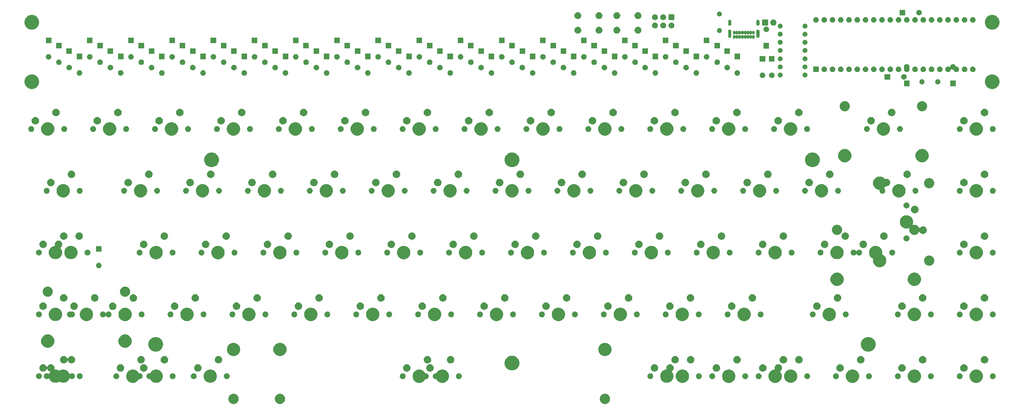
<source format=gbr>
G04 #@! TF.GenerationSoftware,KiCad,Pcbnew,(5.1.4)-1*
G04 #@! TF.CreationDate,2019-10-22T18:14:41+01:00*
G04 #@! TF.ProjectId,discipline-pcb,64697363-6970-46c6-996e-652d7063622e,rev?*
G04 #@! TF.SameCoordinates,Original*
G04 #@! TF.FileFunction,Soldermask,Bot*
G04 #@! TF.FilePolarity,Negative*
%FSLAX46Y46*%
G04 Gerber Fmt 4.6, Leading zero omitted, Abs format (unit mm)*
G04 Created by KiCad (PCBNEW (5.1.4)-1) date 2019-10-22 18:14:41*
%MOMM*%
%LPD*%
G04 APERTURE LIST*
%ADD10C,0.100000*%
G04 APERTURE END LIST*
D10*
G36*
X242053518Y-171699796D02*
G01*
X242172244Y-171748974D01*
X242340148Y-171818522D01*
X242340149Y-171818523D01*
X242598111Y-171990887D01*
X242817490Y-172210266D01*
X242932660Y-172382631D01*
X242989855Y-172468229D01*
X243108581Y-172754860D01*
X243169107Y-173059145D01*
X243169107Y-173369395D01*
X243108581Y-173673680D01*
X242989855Y-173960311D01*
X242989854Y-173960312D01*
X242817490Y-174218274D01*
X242598111Y-174437653D01*
X242425746Y-174552823D01*
X242340148Y-174610018D01*
X242172244Y-174679566D01*
X242053518Y-174728744D01*
X241749232Y-174789270D01*
X241432632Y-174789270D01*
X241280490Y-174759007D01*
X241128346Y-174728744D01*
X241009620Y-174679566D01*
X240841716Y-174610018D01*
X240756118Y-174552823D01*
X240583753Y-174437653D01*
X240364374Y-174218274D01*
X240192010Y-173960312D01*
X240192009Y-173960311D01*
X240073283Y-173673680D01*
X240012757Y-173369395D01*
X240012757Y-173059145D01*
X240073283Y-172754860D01*
X240192009Y-172468229D01*
X240249204Y-172382631D01*
X240364374Y-172210266D01*
X240583753Y-171990887D01*
X240841715Y-171818523D01*
X240841716Y-171818522D01*
X241009620Y-171748974D01*
X241128346Y-171699796D01*
X241432632Y-171639270D01*
X241749232Y-171639270D01*
X242053518Y-171699796D01*
X242053518Y-171699796D01*
G37*
G36*
X142047368Y-171699796D02*
G01*
X142166094Y-171748974D01*
X142333998Y-171818522D01*
X142333999Y-171818523D01*
X142591961Y-171990887D01*
X142811340Y-172210266D01*
X142926510Y-172382631D01*
X142983705Y-172468229D01*
X143102431Y-172754860D01*
X143162957Y-173059145D01*
X143162957Y-173369395D01*
X143102431Y-173673680D01*
X142983705Y-173960311D01*
X142983704Y-173960312D01*
X142811340Y-174218274D01*
X142591961Y-174437653D01*
X142419596Y-174552823D01*
X142333998Y-174610018D01*
X142166094Y-174679566D01*
X142047368Y-174728744D01*
X141895224Y-174759007D01*
X141743082Y-174789270D01*
X141432832Y-174789270D01*
X141280690Y-174759007D01*
X141128546Y-174728744D01*
X141009820Y-174679566D01*
X140841916Y-174610018D01*
X140756318Y-174552823D01*
X140583953Y-174437653D01*
X140364574Y-174218274D01*
X140192210Y-173960312D01*
X140192209Y-173960311D01*
X140073483Y-173673680D01*
X140012957Y-173369395D01*
X140012957Y-173059145D01*
X140073483Y-172754860D01*
X140192209Y-172468229D01*
X140249404Y-172382631D01*
X140364574Y-172210266D01*
X140583953Y-171990887D01*
X140841915Y-171818523D01*
X140841916Y-171818522D01*
X141009820Y-171748974D01*
X141128546Y-171699796D01*
X141432832Y-171639270D01*
X141743082Y-171639270D01*
X142047368Y-171699796D01*
X142047368Y-171699796D01*
G37*
G36*
X127753518Y-171699796D02*
G01*
X127872244Y-171748974D01*
X128040148Y-171818522D01*
X128040149Y-171818523D01*
X128298111Y-171990887D01*
X128517490Y-172210266D01*
X128632660Y-172382631D01*
X128689855Y-172468229D01*
X128808581Y-172754860D01*
X128869107Y-173059145D01*
X128869107Y-173369395D01*
X128808581Y-173673680D01*
X128689855Y-173960311D01*
X128689854Y-173960312D01*
X128517490Y-174218274D01*
X128298111Y-174437653D01*
X128125746Y-174552823D01*
X128040148Y-174610018D01*
X127872244Y-174679566D01*
X127753518Y-174728744D01*
X127601374Y-174759007D01*
X127449232Y-174789270D01*
X127138982Y-174789270D01*
X126986840Y-174759007D01*
X126834696Y-174728744D01*
X126715970Y-174679566D01*
X126548066Y-174610018D01*
X126462468Y-174552823D01*
X126290103Y-174437653D01*
X126070724Y-174218274D01*
X125898360Y-173960312D01*
X125898359Y-173960311D01*
X125779633Y-173673680D01*
X125719107Y-173369395D01*
X125719107Y-173059145D01*
X125779633Y-172754860D01*
X125898359Y-172468229D01*
X125955554Y-172382631D01*
X126070724Y-172210266D01*
X126290103Y-171990887D01*
X126548065Y-171818523D01*
X126548066Y-171818522D01*
X126715970Y-171748974D01*
X126834696Y-171699796D01*
X127138982Y-171639270D01*
X127449232Y-171639270D01*
X127753518Y-171699796D01*
X127753518Y-171699796D01*
G37*
G36*
X185042361Y-164257088D02*
G01*
X185415618Y-164411696D01*
X185415620Y-164411697D01*
X185751543Y-164636154D01*
X186037223Y-164921834D01*
X186256488Y-165249986D01*
X186267623Y-165266652D01*
X186283168Y-165285594D01*
X186302110Y-165301139D01*
X186323721Y-165312690D01*
X186347170Y-165319803D01*
X186371556Y-165322205D01*
X186390090Y-165320380D01*
X186570526Y-165320380D01*
X186592505Y-165324752D01*
X186744596Y-165355004D01*
X186908568Y-165422924D01*
X187056138Y-165521527D01*
X187181637Y-165647026D01*
X187280240Y-165794596D01*
X187348160Y-165958568D01*
X187377857Y-166107868D01*
X187382784Y-166132638D01*
X187382784Y-166310122D01*
X187377857Y-166334892D01*
X187348160Y-166484192D01*
X187280240Y-166648164D01*
X187181637Y-166795734D01*
X187056138Y-166921233D01*
X186908568Y-167019836D01*
X186744596Y-167087756D01*
X186595296Y-167117453D01*
X186570526Y-167122380D01*
X186383599Y-167122380D01*
X186377896Y-167121819D01*
X186353510Y-167124224D01*
X186330062Y-167131339D01*
X186308453Y-167142893D01*
X186289512Y-167158440D01*
X186273969Y-167177384D01*
X186262426Y-167198982D01*
X186261680Y-167200783D01*
X186037223Y-167536706D01*
X185751543Y-167822386D01*
X185415620Y-168046843D01*
X185415619Y-168046844D01*
X185415618Y-168046844D01*
X185042361Y-168201452D01*
X184646114Y-168280270D01*
X184242100Y-168280270D01*
X183845853Y-168201452D01*
X183472596Y-168046844D01*
X183472595Y-168046844D01*
X183472594Y-168046843D01*
X183136671Y-167822386D01*
X182850991Y-167536706D01*
X182626534Y-167200783D01*
X182621638Y-167188963D01*
X182471925Y-166827524D01*
X182393107Y-166431277D01*
X182393107Y-166027263D01*
X182471925Y-165631016D01*
X182626533Y-165257759D01*
X182631727Y-165249986D01*
X182850991Y-164921834D01*
X183136671Y-164636154D01*
X183472594Y-164411697D01*
X183472596Y-164411696D01*
X183845853Y-164257088D01*
X184242100Y-164178270D01*
X184646114Y-164178270D01*
X185042361Y-164257088D01*
X185042361Y-164257088D01*
G37*
G36*
X337416038Y-164249198D02*
G01*
X337779807Y-164399876D01*
X337789297Y-164403807D01*
X338125220Y-164628264D01*
X338410900Y-164913944D01*
X338632732Y-165245938D01*
X338635358Y-165249869D01*
X338789966Y-165623126D01*
X338868784Y-166019373D01*
X338868784Y-166423387D01*
X338789966Y-166819634D01*
X338638417Y-167185506D01*
X338635357Y-167192893D01*
X338410900Y-167528816D01*
X338125220Y-167814496D01*
X337789297Y-168038953D01*
X337789296Y-168038954D01*
X337789295Y-168038954D01*
X337416038Y-168193562D01*
X337019791Y-168272380D01*
X336615777Y-168272380D01*
X336219530Y-168193562D01*
X335846273Y-168038954D01*
X335846272Y-168038954D01*
X335846271Y-168038953D01*
X335510348Y-167814496D01*
X335224668Y-167528816D01*
X335000211Y-167192893D01*
X334997151Y-167185506D01*
X334845602Y-166819634D01*
X334766784Y-166423387D01*
X334766784Y-166019373D01*
X334845602Y-165623126D01*
X335000210Y-165249869D01*
X335002837Y-165245938D01*
X335224668Y-164913944D01*
X335510348Y-164628264D01*
X335846271Y-164403807D01*
X335855761Y-164399876D01*
X336219530Y-164249198D01*
X336615777Y-164170380D01*
X337019791Y-164170380D01*
X337416038Y-164249198D01*
X337416038Y-164249198D01*
G37*
G36*
X356466038Y-164249198D02*
G01*
X356829807Y-164399876D01*
X356839297Y-164403807D01*
X357175220Y-164628264D01*
X357460900Y-164913944D01*
X357682732Y-165245938D01*
X357685358Y-165249869D01*
X357839966Y-165623126D01*
X357918784Y-166019373D01*
X357918784Y-166423387D01*
X357839966Y-166819634D01*
X357688417Y-167185506D01*
X357685357Y-167192893D01*
X357460900Y-167528816D01*
X357175220Y-167814496D01*
X356839297Y-168038953D01*
X356839296Y-168038954D01*
X356839295Y-168038954D01*
X356466038Y-168193562D01*
X356069791Y-168272380D01*
X355665777Y-168272380D01*
X355269530Y-168193562D01*
X354896273Y-168038954D01*
X354896272Y-168038954D01*
X354896271Y-168038953D01*
X354560348Y-167814496D01*
X354274668Y-167528816D01*
X354050211Y-167192893D01*
X354047151Y-167185506D01*
X353895602Y-166819634D01*
X353816784Y-166423387D01*
X353816784Y-166019373D01*
X353895602Y-165623126D01*
X354050210Y-165249869D01*
X354052837Y-165245938D01*
X354274668Y-164913944D01*
X354560348Y-164628264D01*
X354896271Y-164403807D01*
X354905761Y-164399876D01*
X355269530Y-164249198D01*
X355665777Y-164170380D01*
X356069791Y-164170380D01*
X356466038Y-164249198D01*
X356466038Y-164249198D01*
G37*
G36*
X318366038Y-164249198D02*
G01*
X318729807Y-164399876D01*
X318739297Y-164403807D01*
X319075220Y-164628264D01*
X319360900Y-164913944D01*
X319582732Y-165245938D01*
X319585358Y-165249869D01*
X319739966Y-165623126D01*
X319818784Y-166019373D01*
X319818784Y-166423387D01*
X319739966Y-166819634D01*
X319588417Y-167185506D01*
X319585357Y-167192893D01*
X319360900Y-167528816D01*
X319075220Y-167814496D01*
X318739297Y-168038953D01*
X318739296Y-168038954D01*
X318739295Y-168038954D01*
X318366038Y-168193562D01*
X317969791Y-168272380D01*
X317565777Y-168272380D01*
X317169530Y-168193562D01*
X316796273Y-168038954D01*
X316796272Y-168038954D01*
X316796271Y-168038953D01*
X316460348Y-167814496D01*
X316174668Y-167528816D01*
X315950211Y-167192893D01*
X315947151Y-167185506D01*
X315795602Y-166819634D01*
X315716784Y-166423387D01*
X315716784Y-166019373D01*
X315795602Y-165623126D01*
X315950210Y-165249869D01*
X315952837Y-165245938D01*
X316174668Y-164913944D01*
X316460348Y-164628264D01*
X316796271Y-164403807D01*
X316805761Y-164399876D01*
X317169530Y-164249198D01*
X317565777Y-164170380D01*
X317969791Y-164170380D01*
X318366038Y-164249198D01*
X318366038Y-164249198D01*
G37*
G36*
X192160038Y-164249198D02*
G01*
X192523807Y-164399876D01*
X192533297Y-164403807D01*
X192869220Y-164628264D01*
X193154900Y-164913944D01*
X193376732Y-165245938D01*
X193379358Y-165249869D01*
X193533966Y-165623126D01*
X193612784Y-166019373D01*
X193612784Y-166423387D01*
X193533966Y-166819634D01*
X193382417Y-167185506D01*
X193379357Y-167192893D01*
X193154900Y-167528816D01*
X192869220Y-167814496D01*
X192533297Y-168038953D01*
X192533296Y-168038954D01*
X192533295Y-168038954D01*
X192160038Y-168193562D01*
X191763791Y-168272380D01*
X191359777Y-168272380D01*
X190963530Y-168193562D01*
X190590273Y-168038954D01*
X190590272Y-168038954D01*
X190590271Y-168038953D01*
X190254348Y-167814496D01*
X189968668Y-167528816D01*
X189744211Y-167192893D01*
X189744210Y-167192891D01*
X189738268Y-167183998D01*
X189722723Y-167165056D01*
X189703781Y-167149511D01*
X189682170Y-167137960D01*
X189658721Y-167130847D01*
X189634335Y-167128445D01*
X189615801Y-167130270D01*
X189435365Y-167130270D01*
X189404970Y-167124224D01*
X189261295Y-167095646D01*
X189097323Y-167027726D01*
X188949753Y-166929123D01*
X188824254Y-166803624D01*
X188725651Y-166656054D01*
X188657731Y-166492082D01*
X188623107Y-166318011D01*
X188623107Y-166140529D01*
X188624677Y-166132638D01*
X188628034Y-166115758D01*
X188657731Y-165966458D01*
X188725651Y-165802486D01*
X188824254Y-165654916D01*
X188949753Y-165529417D01*
X189097323Y-165430814D01*
X189261295Y-165362894D01*
X189424220Y-165330487D01*
X189435365Y-165328270D01*
X189622292Y-165328270D01*
X189627995Y-165328831D01*
X189652381Y-165326426D01*
X189675829Y-165319311D01*
X189697438Y-165307757D01*
X189716379Y-165292210D01*
X189731922Y-165273266D01*
X189743465Y-165251668D01*
X189744162Y-165249986D01*
X189744211Y-165249867D01*
X189968668Y-164913944D01*
X190254348Y-164628264D01*
X190590271Y-164403807D01*
X190599761Y-164399876D01*
X190963530Y-164249198D01*
X191359777Y-164170380D01*
X191763791Y-164170380D01*
X192160038Y-164249198D01*
X192160038Y-164249198D01*
G37*
G36*
X280300994Y-164249198D02*
G01*
X280664763Y-164399876D01*
X280674253Y-164403807D01*
X281010176Y-164628264D01*
X281295856Y-164913944D01*
X281517688Y-165245938D01*
X281520314Y-165249869D01*
X281674922Y-165623126D01*
X281753740Y-166019373D01*
X281753740Y-166423387D01*
X281674922Y-166819634D01*
X281523373Y-167185506D01*
X281520313Y-167192893D01*
X281295856Y-167528816D01*
X281010176Y-167814496D01*
X280674253Y-168038953D01*
X280674252Y-168038954D01*
X280674251Y-168038954D01*
X280300994Y-168193562D01*
X279904747Y-168272380D01*
X279500733Y-168272380D01*
X279104486Y-168193562D01*
X278731229Y-168038954D01*
X278731228Y-168038954D01*
X278731227Y-168038953D01*
X278395304Y-167814496D01*
X278109624Y-167528816D01*
X277885167Y-167192893D01*
X277882107Y-167185506D01*
X277730558Y-166819634D01*
X277651740Y-166423387D01*
X277651740Y-166019373D01*
X277730558Y-165623126D01*
X277885166Y-165249869D01*
X277887793Y-165245938D01*
X278109624Y-164913944D01*
X278395304Y-164628264D01*
X278731227Y-164403807D01*
X278740717Y-164399876D01*
X279104486Y-164249198D01*
X279500733Y-164170380D01*
X279904747Y-164170380D01*
X280300994Y-164249198D01*
X280300994Y-164249198D01*
G37*
G36*
X295152019Y-162538270D02*
G01*
X295283796Y-162564482D01*
X295493265Y-162651247D01*
X295681782Y-162777210D01*
X295842102Y-162937530D01*
X295968065Y-163126047D01*
X296054830Y-163335516D01*
X296076946Y-163446701D01*
X296099062Y-163557885D01*
X296099062Y-163784615D01*
X296076946Y-163895799D01*
X296054830Y-164006984D01*
X295968065Y-164216453D01*
X295842102Y-164404970D01*
X295681782Y-164565290D01*
X295532279Y-164665185D01*
X295513339Y-164680728D01*
X295497793Y-164699670D01*
X295486242Y-164721281D01*
X295479129Y-164744730D01*
X295476727Y-164769116D01*
X295479129Y-164793502D01*
X295486242Y-164816951D01*
X295497793Y-164838561D01*
X295513338Y-164857504D01*
X295569778Y-164913944D01*
X295791610Y-165245938D01*
X295794236Y-165249869D01*
X295948844Y-165623126D01*
X296027662Y-166019373D01*
X296027662Y-166423387D01*
X295948844Y-166819634D01*
X295797295Y-167185506D01*
X295794235Y-167192893D01*
X295569778Y-167528816D01*
X295284098Y-167814496D01*
X294948175Y-168038953D01*
X294948174Y-168038954D01*
X294948173Y-168038954D01*
X294574916Y-168193562D01*
X294178669Y-168272380D01*
X293774655Y-168272380D01*
X293378408Y-168193562D01*
X293005151Y-168038954D01*
X293005150Y-168038954D01*
X293005149Y-168038953D01*
X292669226Y-167814496D01*
X292383546Y-167528816D01*
X292159089Y-167192893D01*
X292156029Y-167185506D01*
X292004480Y-166819634D01*
X291925662Y-166423387D01*
X291925662Y-166019373D01*
X292004480Y-165623126D01*
X292159088Y-165249869D01*
X292161715Y-165245938D01*
X292383546Y-164913944D01*
X292669226Y-164628264D01*
X293005149Y-164403807D01*
X293014639Y-164399876D01*
X293378408Y-164249198D01*
X293749366Y-164175410D01*
X293772815Y-164168297D01*
X293794426Y-164156746D01*
X293813368Y-164141201D01*
X293828913Y-164122259D01*
X293840464Y-164100648D01*
X293847577Y-164077199D01*
X293849979Y-164052813D01*
X293847577Y-164028427D01*
X293841718Y-164009113D01*
X293841295Y-164006986D01*
X293841294Y-164006984D01*
X293809470Y-163846996D01*
X293797062Y-163784615D01*
X293797062Y-163557885D01*
X293819178Y-163446701D01*
X293841294Y-163335516D01*
X293928059Y-163126047D01*
X294054022Y-162937530D01*
X294214342Y-162777210D01*
X294402859Y-162651247D01*
X294612328Y-162564482D01*
X294744105Y-162538270D01*
X294834697Y-162520250D01*
X295061427Y-162520250D01*
X295152019Y-162538270D01*
X295152019Y-162538270D01*
G37*
G36*
X266018724Y-164249198D02*
G01*
X266382493Y-164399876D01*
X266391983Y-164403807D01*
X266727906Y-164628264D01*
X267013586Y-164913944D01*
X267235418Y-165245938D01*
X267238044Y-165249869D01*
X267392652Y-165623126D01*
X267471470Y-166019373D01*
X267471470Y-166423387D01*
X267392652Y-166819634D01*
X267241103Y-167185506D01*
X267238043Y-167192893D01*
X267013586Y-167528816D01*
X266727906Y-167814496D01*
X266391983Y-168038953D01*
X266391982Y-168038954D01*
X266391981Y-168038954D01*
X266018724Y-168193562D01*
X265622477Y-168272380D01*
X265218463Y-168272380D01*
X264822216Y-168193562D01*
X264448959Y-168038954D01*
X264448958Y-168038954D01*
X264448957Y-168038953D01*
X264113034Y-167814496D01*
X263827354Y-167528816D01*
X263602897Y-167192893D01*
X263599837Y-167185506D01*
X263448288Y-166819634D01*
X263369470Y-166423387D01*
X263369470Y-166019373D01*
X263448288Y-165623126D01*
X263602896Y-165249869D01*
X263605523Y-165245938D01*
X263827354Y-164913944D01*
X264113034Y-164628264D01*
X264448957Y-164403807D01*
X264458447Y-164399876D01*
X264822216Y-164249198D01*
X265218463Y-164170380D01*
X265622477Y-164170380D01*
X266018724Y-164249198D01*
X266018724Y-164249198D01*
G37*
G36*
X96909838Y-164249198D02*
G01*
X97273607Y-164399876D01*
X97283097Y-164403807D01*
X97619020Y-164628264D01*
X97904700Y-164913944D01*
X98129157Y-165249867D01*
X98129206Y-165249986D01*
X98140756Y-165271597D01*
X98156300Y-165290540D01*
X98175241Y-165306086D01*
X98196852Y-165317638D01*
X98220300Y-165324752D01*
X98244686Y-165327155D01*
X98269073Y-165324754D01*
X98310824Y-165316449D01*
X98488307Y-165316449D01*
X98494284Y-165317638D01*
X98662377Y-165351073D01*
X98826349Y-165418993D01*
X98973919Y-165517596D01*
X99099418Y-165643095D01*
X99198021Y-165790665D01*
X99265941Y-165954637D01*
X99300565Y-166128708D01*
X99300565Y-166306190D01*
X99265941Y-166480261D01*
X99198021Y-166644233D01*
X99099418Y-166791803D01*
X98973919Y-166917302D01*
X98826349Y-167015905D01*
X98662377Y-167083825D01*
X98522367Y-167111674D01*
X98488307Y-167118449D01*
X98310823Y-167118449D01*
X98272087Y-167110744D01*
X98247701Y-167108342D01*
X98223315Y-167110744D01*
X98199866Y-167117857D01*
X98178255Y-167129408D01*
X98159313Y-167144954D01*
X98143768Y-167163896D01*
X98132217Y-167185506D01*
X98129158Y-167192892D01*
X98123886Y-167200782D01*
X97904700Y-167528816D01*
X97619020Y-167814496D01*
X97283097Y-168038953D01*
X97283096Y-168038954D01*
X97283095Y-168038954D01*
X96909838Y-168193562D01*
X96513591Y-168272380D01*
X96109577Y-168272380D01*
X95713330Y-168193562D01*
X95340073Y-168038954D01*
X95340072Y-168038954D01*
X95340071Y-168038953D01*
X95004148Y-167814496D01*
X94718468Y-167528816D01*
X94494011Y-167192893D01*
X94490951Y-167185506D01*
X94339402Y-166819634D01*
X94260584Y-166423387D01*
X94260584Y-166019373D01*
X94339402Y-165623126D01*
X94494010Y-165249869D01*
X94496637Y-165245938D01*
X94718468Y-164913944D01*
X95004148Y-164628264D01*
X95340071Y-164403807D01*
X95349561Y-164399876D01*
X95713330Y-164249198D01*
X96109577Y-164170380D01*
X96513591Y-164170380D01*
X96909838Y-164249198D01*
X96909838Y-164249198D01*
G37*
G36*
X104077819Y-164245267D02*
G01*
X104451076Y-164399875D01*
X104451078Y-164399876D01*
X104713798Y-164575420D01*
X104787001Y-164624333D01*
X105072681Y-164910013D01*
X105297139Y-165245938D01*
X105451747Y-165619195D01*
X105530565Y-166015442D01*
X105530565Y-166419456D01*
X105451747Y-166815703D01*
X105315367Y-167144954D01*
X105297138Y-167188962D01*
X105072681Y-167524885D01*
X104787001Y-167810565D01*
X104451078Y-168035022D01*
X104451077Y-168035023D01*
X104451076Y-168035023D01*
X104077819Y-168189631D01*
X103681572Y-168268449D01*
X103277558Y-168268449D01*
X102881311Y-168189631D01*
X102508054Y-168035023D01*
X102508053Y-168035023D01*
X102508052Y-168035022D01*
X102172129Y-167810565D01*
X101886449Y-167524885D01*
X101661992Y-167188962D01*
X101661942Y-167188841D01*
X101650393Y-167167232D01*
X101634849Y-167148289D01*
X101615908Y-167132743D01*
X101594297Y-167121191D01*
X101570849Y-167114077D01*
X101546463Y-167111674D01*
X101522076Y-167114075D01*
X101480325Y-167122380D01*
X101302842Y-167122380D01*
X101278072Y-167117453D01*
X101128772Y-167087756D01*
X100964800Y-167019836D01*
X100817230Y-166921233D01*
X100691731Y-166795734D01*
X100593128Y-166648164D01*
X100525208Y-166484192D01*
X100495511Y-166334892D01*
X100490584Y-166310122D01*
X100490584Y-166132638D01*
X100495511Y-166107868D01*
X100525208Y-165958568D01*
X100593128Y-165794596D01*
X100691731Y-165647026D01*
X100817230Y-165521527D01*
X100964800Y-165422924D01*
X101128772Y-165355004D01*
X101280863Y-165324752D01*
X101302842Y-165320380D01*
X101480326Y-165320380D01*
X101519062Y-165328085D01*
X101543448Y-165330487D01*
X101567834Y-165328085D01*
X101591283Y-165320972D01*
X101612894Y-165309421D01*
X101631836Y-165293875D01*
X101647381Y-165274933D01*
X101658932Y-165253323D01*
X101661991Y-165245937D01*
X101886449Y-164910013D01*
X102172129Y-164624333D01*
X102245332Y-164575420D01*
X102508052Y-164399876D01*
X102508054Y-164399875D01*
X102881311Y-164245267D01*
X103277558Y-164166449D01*
X103681572Y-164166449D01*
X104077819Y-164245267D01*
X104077819Y-164245267D01*
G37*
G36*
X261763500Y-162538270D02*
G01*
X261946204Y-162574612D01*
X262094320Y-162635964D01*
X262146181Y-162657445D01*
X262155673Y-162661377D01*
X262344190Y-162787340D01*
X262504510Y-162947660D01*
X262630473Y-163136177D01*
X262717238Y-163345646D01*
X262739354Y-163456831D01*
X262761470Y-163568015D01*
X262761470Y-163794745D01*
X262739354Y-163905929D01*
X262717238Y-164017114D01*
X262630473Y-164226583D01*
X262504510Y-164415100D01*
X262344190Y-164575420D01*
X262267426Y-164626712D01*
X262211838Y-164663855D01*
X262192896Y-164679401D01*
X262177351Y-164698343D01*
X262165800Y-164719953D01*
X262158687Y-164743402D01*
X262156285Y-164767788D01*
X262158687Y-164792175D01*
X262165800Y-164815623D01*
X262177351Y-164837234D01*
X262192896Y-164856176D01*
X262240534Y-164903814D01*
X262464992Y-165239739D01*
X262619600Y-165612996D01*
X262698418Y-166009243D01*
X262698418Y-166413257D01*
X262619600Y-166809504D01*
X262471424Y-167167232D01*
X262464991Y-167182763D01*
X262240534Y-167518686D01*
X261954854Y-167804366D01*
X261618931Y-168028823D01*
X261618930Y-168028824D01*
X261618929Y-168028824D01*
X261245672Y-168183432D01*
X260849425Y-168262250D01*
X260445411Y-168262250D01*
X260049164Y-168183432D01*
X259675907Y-168028824D01*
X259675906Y-168028824D01*
X259675905Y-168028823D01*
X259339982Y-167804366D01*
X259054302Y-167518686D01*
X258829845Y-167182763D01*
X258823412Y-167167232D01*
X258675236Y-166809504D01*
X258596418Y-166413257D01*
X258596418Y-166009243D01*
X258675236Y-165612996D01*
X258829844Y-165239739D01*
X259054302Y-164903814D01*
X259339982Y-164618134D01*
X259409791Y-164571489D01*
X259675905Y-164393677D01*
X259675907Y-164393676D01*
X260049164Y-164239068D01*
X260406274Y-164168035D01*
X260429723Y-164160922D01*
X260451334Y-164149371D01*
X260470275Y-164133826D01*
X260485821Y-164114884D01*
X260497372Y-164093273D01*
X260504485Y-164069824D01*
X260506887Y-164045438D01*
X260504485Y-164021052D01*
X260459470Y-163794745D01*
X260459470Y-163568015D01*
X260481586Y-163456831D01*
X260503702Y-163345646D01*
X260590467Y-163136177D01*
X260716430Y-162947660D01*
X260876750Y-162787340D01*
X261065267Y-162661377D01*
X261074760Y-162657445D01*
X261126620Y-162635964D01*
X261274736Y-162574612D01*
X261457440Y-162538270D01*
X261497105Y-162530380D01*
X261723835Y-162530380D01*
X261763500Y-162538270D01*
X261763500Y-162538270D01*
G37*
G36*
X68892941Y-162538270D02*
G01*
X69024718Y-162564482D01*
X69234187Y-162651247D01*
X69422704Y-162777210D01*
X69583024Y-162937530D01*
X69595065Y-162955551D01*
X69708988Y-163126049D01*
X69764125Y-163259162D01*
X69775676Y-163280773D01*
X69791221Y-163299714D01*
X69810163Y-163315260D01*
X69831774Y-163326811D01*
X69855223Y-163333924D01*
X69879609Y-163336326D01*
X69903995Y-163333924D01*
X69927444Y-163326811D01*
X69949055Y-163315260D01*
X69967996Y-163299715D01*
X69983542Y-163280773D01*
X69995093Y-163259162D01*
X70050230Y-163126049D01*
X70164153Y-162955551D01*
X70176194Y-162937530D01*
X70336514Y-162777210D01*
X70525031Y-162651247D01*
X70734500Y-162564482D01*
X70866277Y-162538270D01*
X70956869Y-162520250D01*
X71183599Y-162520250D01*
X71274191Y-162538270D01*
X71405968Y-162564482D01*
X71615437Y-162651247D01*
X71803954Y-162777210D01*
X71964274Y-162937530D01*
X72090237Y-163126047D01*
X72177002Y-163335516D01*
X72199118Y-163446701D01*
X72221234Y-163557885D01*
X72221234Y-163784615D01*
X72176230Y-164010865D01*
X72173828Y-164035251D01*
X72176230Y-164059637D01*
X72183343Y-164083086D01*
X72194894Y-164104697D01*
X72210439Y-164123639D01*
X72229381Y-164139184D01*
X72250992Y-164150735D01*
X72274441Y-164157848D01*
X72298827Y-164160250D01*
X72700991Y-164160250D01*
X73097238Y-164239068D01*
X73470495Y-164393676D01*
X73470497Y-164393677D01*
X73564877Y-164456740D01*
X73620163Y-164493681D01*
X73641774Y-164505232D01*
X73665223Y-164512345D01*
X73689609Y-164514747D01*
X73713995Y-164512345D01*
X73737444Y-164505232D01*
X73759055Y-164493681D01*
X73814341Y-164456740D01*
X73908721Y-164393677D01*
X73908723Y-164393676D01*
X74281980Y-164239068D01*
X74678227Y-164160250D01*
X75082241Y-164160250D01*
X75478488Y-164239068D01*
X75851745Y-164393676D01*
X75851747Y-164393677D01*
X76117861Y-164571489D01*
X76187670Y-164618134D01*
X76473350Y-164903814D01*
X76697808Y-165239739D01*
X76795651Y-165475953D01*
X76807202Y-165497564D01*
X76822747Y-165516506D01*
X76841689Y-165532051D01*
X76863300Y-165543602D01*
X76886749Y-165550715D01*
X76911135Y-165553117D01*
X76935521Y-165550715D01*
X76958970Y-165543602D01*
X76980581Y-165532051D01*
X76999512Y-165516515D01*
X77004630Y-165511397D01*
X77152200Y-165412794D01*
X77316172Y-165344874D01*
X77465472Y-165315177D01*
X77490242Y-165310250D01*
X77667726Y-165310250D01*
X77692496Y-165315177D01*
X77841796Y-165344874D01*
X78005768Y-165412794D01*
X78153338Y-165511397D01*
X78278837Y-165636896D01*
X78377440Y-165784466D01*
X78445360Y-165948438D01*
X78461039Y-166027264D01*
X78479984Y-166122508D01*
X78479984Y-166299992D01*
X78475057Y-166324762D01*
X78445360Y-166474062D01*
X78377440Y-166638034D01*
X78278837Y-166785604D01*
X78153338Y-166911103D01*
X78005768Y-167009706D01*
X77841796Y-167077626D01*
X77692496Y-167107323D01*
X77667726Y-167112250D01*
X77490242Y-167112250D01*
X77465472Y-167107323D01*
X77316172Y-167077626D01*
X77152200Y-167009706D01*
X77004630Y-166911103D01*
X76999512Y-166905985D01*
X76980581Y-166890449D01*
X76958970Y-166878898D01*
X76935521Y-166871785D01*
X76911135Y-166869383D01*
X76886749Y-166871785D01*
X76863300Y-166878898D01*
X76841689Y-166890449D01*
X76822747Y-166905994D01*
X76807202Y-166924936D01*
X76795651Y-166946547D01*
X76704240Y-167167232D01*
X76697807Y-167182763D01*
X76473350Y-167518686D01*
X76187670Y-167804366D01*
X75851747Y-168028823D01*
X75851746Y-168028824D01*
X75851745Y-168028824D01*
X75478488Y-168183432D01*
X75082241Y-168262250D01*
X74678227Y-168262250D01*
X74281980Y-168183432D01*
X73908723Y-168028824D01*
X73908722Y-168028824D01*
X73908721Y-168028823D01*
X73759054Y-167928818D01*
X73737444Y-167917268D01*
X73713995Y-167910155D01*
X73689609Y-167907753D01*
X73665223Y-167910155D01*
X73641774Y-167917268D01*
X73620164Y-167928818D01*
X73470497Y-168028823D01*
X73470496Y-168028824D01*
X73470495Y-168028824D01*
X73097238Y-168183432D01*
X72700991Y-168262250D01*
X72296977Y-168262250D01*
X71900730Y-168183432D01*
X71527473Y-168028824D01*
X71527472Y-168028824D01*
X71527471Y-168028823D01*
X71191548Y-167804366D01*
X70905868Y-167518686D01*
X70681411Y-167182763D01*
X70674978Y-167167232D01*
X70583567Y-166946547D01*
X70572016Y-166924936D01*
X70556471Y-166905994D01*
X70537529Y-166890449D01*
X70515918Y-166878898D01*
X70492469Y-166871785D01*
X70468083Y-166869383D01*
X70443697Y-166871785D01*
X70420248Y-166878898D01*
X70398637Y-166890449D01*
X70379706Y-166905985D01*
X70374588Y-166911103D01*
X70227018Y-167009706D01*
X70063046Y-167077626D01*
X69913746Y-167107323D01*
X69888976Y-167112250D01*
X69711492Y-167112250D01*
X69686722Y-167107323D01*
X69537422Y-167077626D01*
X69373450Y-167009706D01*
X69225880Y-166911103D01*
X69100381Y-166785604D01*
X69001778Y-166638034D01*
X68933858Y-166474062D01*
X68904161Y-166324762D01*
X68899234Y-166299992D01*
X68899234Y-166122508D01*
X68918179Y-166027264D01*
X68933858Y-165948438D01*
X69001778Y-165784466D01*
X69100381Y-165636896D01*
X69225880Y-165511397D01*
X69373450Y-165412794D01*
X69537422Y-165344874D01*
X69686722Y-165315177D01*
X69711492Y-165310250D01*
X69888976Y-165310250D01*
X69913746Y-165315177D01*
X70063046Y-165344874D01*
X70227018Y-165412794D01*
X70374588Y-165511397D01*
X70379706Y-165516515D01*
X70398637Y-165532051D01*
X70420248Y-165543602D01*
X70443697Y-165550715D01*
X70468083Y-165553117D01*
X70492469Y-165550715D01*
X70515918Y-165543602D01*
X70537529Y-165532051D01*
X70556471Y-165516506D01*
X70572016Y-165497564D01*
X70583567Y-165475953D01*
X70681410Y-165239739D01*
X70856024Y-164978411D01*
X70867575Y-164956800D01*
X70874688Y-164933351D01*
X70877090Y-164908965D01*
X70874688Y-164884579D01*
X70867575Y-164861130D01*
X70856024Y-164839519D01*
X70840479Y-164820577D01*
X70821537Y-164805032D01*
X70799926Y-164793481D01*
X70776478Y-164786368D01*
X70734500Y-164778018D01*
X70525033Y-164691254D01*
X70525032Y-164691254D01*
X70525031Y-164691253D01*
X70336514Y-164565290D01*
X70176194Y-164404970D01*
X70050231Y-164216453D01*
X70025500Y-164156746D01*
X69995093Y-164083338D01*
X69983542Y-164061727D01*
X69967997Y-164042786D01*
X69949055Y-164027240D01*
X69927444Y-164015689D01*
X69903995Y-164008576D01*
X69879609Y-164006174D01*
X69855223Y-164008576D01*
X69831774Y-164015689D01*
X69810163Y-164027240D01*
X69791222Y-164042785D01*
X69775676Y-164061727D01*
X69764125Y-164083338D01*
X69733719Y-164156746D01*
X69708987Y-164216453D01*
X69583024Y-164404970D01*
X69422704Y-164565290D01*
X69234187Y-164691253D01*
X69234186Y-164691254D01*
X69234185Y-164691254D01*
X69213867Y-164699670D01*
X69024718Y-164778018D01*
X68946980Y-164793481D01*
X68802349Y-164822250D01*
X68575619Y-164822250D01*
X68430988Y-164793481D01*
X68353250Y-164778018D01*
X68164101Y-164699670D01*
X68143783Y-164691254D01*
X68143782Y-164691254D01*
X68143781Y-164691253D01*
X67955264Y-164565290D01*
X67794944Y-164404970D01*
X67668981Y-164216453D01*
X67582216Y-164006984D01*
X67560100Y-163895799D01*
X67537984Y-163784615D01*
X67537984Y-163557885D01*
X67560100Y-163446701D01*
X67582216Y-163335516D01*
X67668981Y-163126047D01*
X67794944Y-162937530D01*
X67955264Y-162777210D01*
X68143781Y-162651247D01*
X68353250Y-162564482D01*
X68485027Y-162538270D01*
X68575619Y-162520250D01*
X68802349Y-162520250D01*
X68892941Y-162538270D01*
X68892941Y-162538270D01*
G37*
G36*
X120722238Y-164239068D02*
G01*
X121095495Y-164393676D01*
X121095497Y-164393677D01*
X121361611Y-164571489D01*
X121431420Y-164618134D01*
X121717100Y-164903814D01*
X121941558Y-165239739D01*
X122096166Y-165612996D01*
X122174984Y-166009243D01*
X122174984Y-166413257D01*
X122096166Y-166809504D01*
X121947990Y-167167232D01*
X121941557Y-167182763D01*
X121717100Y-167518686D01*
X121431420Y-167804366D01*
X121095497Y-168028823D01*
X121095496Y-168028824D01*
X121095495Y-168028824D01*
X120722238Y-168183432D01*
X120325991Y-168262250D01*
X119921977Y-168262250D01*
X119525730Y-168183432D01*
X119152473Y-168028824D01*
X119152472Y-168028824D01*
X119152471Y-168028823D01*
X118816548Y-167804366D01*
X118530868Y-167518686D01*
X118306411Y-167182763D01*
X118299978Y-167167232D01*
X118151802Y-166809504D01*
X118072984Y-166413257D01*
X118072984Y-166009243D01*
X118151802Y-165612996D01*
X118306410Y-165239739D01*
X118530868Y-164903814D01*
X118816548Y-164618134D01*
X118886357Y-164571489D01*
X119152471Y-164393677D01*
X119152473Y-164393676D01*
X119525730Y-164239068D01*
X119921977Y-164160250D01*
X120325991Y-164160250D01*
X120722238Y-164239068D01*
X120722238Y-164239068D01*
G37*
G36*
X299356316Y-164239068D02*
G01*
X299729573Y-164393676D01*
X299729575Y-164393677D01*
X299995689Y-164571489D01*
X300065498Y-164618134D01*
X300351178Y-164903814D01*
X300575636Y-165239739D01*
X300730244Y-165612996D01*
X300809062Y-166009243D01*
X300809062Y-166413257D01*
X300730244Y-166809504D01*
X300582068Y-167167232D01*
X300575635Y-167182763D01*
X300351178Y-167518686D01*
X300065498Y-167804366D01*
X299729575Y-168028823D01*
X299729574Y-168028824D01*
X299729573Y-168028824D01*
X299356316Y-168183432D01*
X298960069Y-168262250D01*
X298556055Y-168262250D01*
X298159808Y-168183432D01*
X297786551Y-168028824D01*
X297786550Y-168028824D01*
X297786549Y-168028823D01*
X297450626Y-167804366D01*
X297164946Y-167518686D01*
X296940489Y-167182763D01*
X296934056Y-167167232D01*
X296785880Y-166809504D01*
X296707062Y-166413257D01*
X296707062Y-166009243D01*
X296785880Y-165612996D01*
X296940488Y-165239739D01*
X297164946Y-164903814D01*
X297450626Y-164618134D01*
X297520435Y-164571489D01*
X297786549Y-164393677D01*
X297786551Y-164393676D01*
X298159808Y-164239068D01*
X298556055Y-164160250D01*
X298960069Y-164160250D01*
X299356316Y-164239068D01*
X299356316Y-164239068D01*
G37*
G36*
X179463994Y-165330487D02*
G01*
X179626919Y-165362894D01*
X179790891Y-165430814D01*
X179938461Y-165529417D01*
X180063960Y-165654916D01*
X180162563Y-165802486D01*
X180230483Y-165966458D01*
X180260180Y-166115758D01*
X180263538Y-166132638D01*
X180265107Y-166140529D01*
X180265107Y-166318011D01*
X180230483Y-166492082D01*
X180162563Y-166656054D01*
X180063960Y-166803624D01*
X179938461Y-166929123D01*
X179790891Y-167027726D01*
X179626919Y-167095646D01*
X179483244Y-167124224D01*
X179452849Y-167130270D01*
X179275365Y-167130270D01*
X179244970Y-167124224D01*
X179101295Y-167095646D01*
X178937323Y-167027726D01*
X178789753Y-166929123D01*
X178664254Y-166803624D01*
X178565651Y-166656054D01*
X178497731Y-166492082D01*
X178463107Y-166318011D01*
X178463107Y-166140529D01*
X178464677Y-166132638D01*
X178468034Y-166115758D01*
X178497731Y-165966458D01*
X178565651Y-165802486D01*
X178664254Y-165654916D01*
X178789753Y-165529417D01*
X178937323Y-165430814D01*
X179101295Y-165362894D01*
X179264220Y-165330487D01*
X179275365Y-165328270D01*
X179452849Y-165328270D01*
X179463994Y-165330487D01*
X179463994Y-165330487D01*
G37*
G36*
X342008505Y-165324752D02*
G01*
X342160596Y-165355004D01*
X342324568Y-165422924D01*
X342472138Y-165521527D01*
X342597637Y-165647026D01*
X342696240Y-165794596D01*
X342764160Y-165958568D01*
X342793857Y-166107868D01*
X342798784Y-166132638D01*
X342798784Y-166310122D01*
X342793857Y-166334892D01*
X342764160Y-166484192D01*
X342696240Y-166648164D01*
X342597637Y-166795734D01*
X342472138Y-166921233D01*
X342324568Y-167019836D01*
X342160596Y-167087756D01*
X342011296Y-167117453D01*
X341986526Y-167122380D01*
X341809042Y-167122380D01*
X341784272Y-167117453D01*
X341634972Y-167087756D01*
X341471000Y-167019836D01*
X341323430Y-166921233D01*
X341197931Y-166795734D01*
X341099328Y-166648164D01*
X341031408Y-166484192D01*
X341001711Y-166334892D01*
X340996784Y-166310122D01*
X340996784Y-166132638D01*
X341001711Y-166107868D01*
X341031408Y-165958568D01*
X341099328Y-165794596D01*
X341197931Y-165647026D01*
X341323430Y-165521527D01*
X341471000Y-165422924D01*
X341634972Y-165355004D01*
X341787063Y-165324752D01*
X341809042Y-165320380D01*
X341986526Y-165320380D01*
X342008505Y-165324752D01*
X342008505Y-165324752D01*
G37*
G36*
X312798505Y-165324752D02*
G01*
X312950596Y-165355004D01*
X313114568Y-165422924D01*
X313262138Y-165521527D01*
X313387637Y-165647026D01*
X313486240Y-165794596D01*
X313554160Y-165958568D01*
X313583857Y-166107868D01*
X313588784Y-166132638D01*
X313588784Y-166310122D01*
X313583857Y-166334892D01*
X313554160Y-166484192D01*
X313486240Y-166648164D01*
X313387637Y-166795734D01*
X313262138Y-166921233D01*
X313114568Y-167019836D01*
X312950596Y-167087756D01*
X312801296Y-167117453D01*
X312776526Y-167122380D01*
X312599042Y-167122380D01*
X312574272Y-167117453D01*
X312424972Y-167087756D01*
X312261000Y-167019836D01*
X312113430Y-166921233D01*
X311987931Y-166795734D01*
X311889328Y-166648164D01*
X311821408Y-166484192D01*
X311791711Y-166334892D01*
X311786784Y-166310122D01*
X311786784Y-166132638D01*
X311791711Y-166107868D01*
X311821408Y-165958568D01*
X311889328Y-165794596D01*
X311987931Y-165647026D01*
X312113430Y-165521527D01*
X312261000Y-165422924D01*
X312424972Y-165355004D01*
X312577063Y-165324752D01*
X312599042Y-165320380D01*
X312776526Y-165320380D01*
X312798505Y-165324752D01*
X312798505Y-165324752D01*
G37*
G36*
X361058505Y-165324752D02*
G01*
X361210596Y-165355004D01*
X361374568Y-165422924D01*
X361522138Y-165521527D01*
X361647637Y-165647026D01*
X361746240Y-165794596D01*
X361814160Y-165958568D01*
X361843857Y-166107868D01*
X361848784Y-166132638D01*
X361848784Y-166310122D01*
X361843857Y-166334892D01*
X361814160Y-166484192D01*
X361746240Y-166648164D01*
X361647637Y-166795734D01*
X361522138Y-166921233D01*
X361374568Y-167019836D01*
X361210596Y-167087756D01*
X361061296Y-167117453D01*
X361036526Y-167122380D01*
X360859042Y-167122380D01*
X360834272Y-167117453D01*
X360684972Y-167087756D01*
X360521000Y-167019836D01*
X360373430Y-166921233D01*
X360247931Y-166795734D01*
X360149328Y-166648164D01*
X360081408Y-166484192D01*
X360051711Y-166334892D01*
X360046784Y-166310122D01*
X360046784Y-166132638D01*
X360051711Y-166107868D01*
X360081408Y-165958568D01*
X360149328Y-165794596D01*
X360247931Y-165647026D01*
X360373430Y-165521527D01*
X360521000Y-165422924D01*
X360684972Y-165355004D01*
X360837063Y-165324752D01*
X360859042Y-165320380D01*
X361036526Y-165320380D01*
X361058505Y-165324752D01*
X361058505Y-165324752D01*
G37*
G36*
X274733461Y-165324752D02*
G01*
X274885552Y-165355004D01*
X275049524Y-165422924D01*
X275197094Y-165521527D01*
X275322593Y-165647026D01*
X275421196Y-165794596D01*
X275489116Y-165958568D01*
X275518813Y-166107868D01*
X275523740Y-166132638D01*
X275523740Y-166310122D01*
X275518813Y-166334892D01*
X275489116Y-166484192D01*
X275421196Y-166648164D01*
X275322593Y-166795734D01*
X275197094Y-166921233D01*
X275049524Y-167019836D01*
X274885552Y-167087756D01*
X274736252Y-167117453D01*
X274711482Y-167122380D01*
X274533998Y-167122380D01*
X274509228Y-167117453D01*
X274359928Y-167087756D01*
X274195956Y-167019836D01*
X274048386Y-166921233D01*
X273922887Y-166795734D01*
X273824284Y-166648164D01*
X273756364Y-166484192D01*
X273726667Y-166334892D01*
X273721740Y-166310122D01*
X273721740Y-166132638D01*
X273726667Y-166107868D01*
X273756364Y-165958568D01*
X273824284Y-165794596D01*
X273922887Y-165647026D01*
X274048386Y-165521527D01*
X274195956Y-165422924D01*
X274359928Y-165355004D01*
X274512019Y-165324752D01*
X274533998Y-165320380D01*
X274711482Y-165320380D01*
X274733461Y-165324752D01*
X274733461Y-165324752D01*
G37*
G36*
X284893461Y-165324752D02*
G01*
X285045552Y-165355004D01*
X285209524Y-165422924D01*
X285357094Y-165521527D01*
X285482593Y-165647026D01*
X285581196Y-165794596D01*
X285649116Y-165958568D01*
X285678813Y-166107868D01*
X285683740Y-166132638D01*
X285683740Y-166310122D01*
X285678813Y-166334892D01*
X285649116Y-166484192D01*
X285581196Y-166648164D01*
X285482593Y-166795734D01*
X285357094Y-166921233D01*
X285209524Y-167019836D01*
X285045552Y-167087756D01*
X284896252Y-167117453D01*
X284871482Y-167122380D01*
X284693998Y-167122380D01*
X284669228Y-167117453D01*
X284519928Y-167087756D01*
X284355956Y-167019836D01*
X284208386Y-166921233D01*
X284082887Y-166795734D01*
X283984284Y-166648164D01*
X283916364Y-166484192D01*
X283886667Y-166334892D01*
X283881740Y-166310122D01*
X283881740Y-166132638D01*
X283886667Y-166107868D01*
X283916364Y-165958568D01*
X283984284Y-165794596D01*
X284082887Y-165647026D01*
X284208386Y-165521527D01*
X284355956Y-165422924D01*
X284519928Y-165355004D01*
X284672019Y-165324752D01*
X284693998Y-165320380D01*
X284871482Y-165320380D01*
X284893461Y-165324752D01*
X284893461Y-165324752D01*
G37*
G36*
X196752505Y-165324752D02*
G01*
X196904596Y-165355004D01*
X197068568Y-165422924D01*
X197216138Y-165521527D01*
X197341637Y-165647026D01*
X197440240Y-165794596D01*
X197508160Y-165958568D01*
X197537857Y-166107868D01*
X197542784Y-166132638D01*
X197542784Y-166310122D01*
X197537857Y-166334892D01*
X197508160Y-166484192D01*
X197440240Y-166648164D01*
X197341637Y-166795734D01*
X197216138Y-166921233D01*
X197068568Y-167019836D01*
X196904596Y-167087756D01*
X196755296Y-167117453D01*
X196730526Y-167122380D01*
X196553042Y-167122380D01*
X196528272Y-167117453D01*
X196378972Y-167087756D01*
X196215000Y-167019836D01*
X196067430Y-166921233D01*
X195941931Y-166795734D01*
X195843328Y-166648164D01*
X195775408Y-166484192D01*
X195745711Y-166334892D01*
X195740784Y-166310122D01*
X195740784Y-166132638D01*
X195745711Y-166107868D01*
X195775408Y-165958568D01*
X195843328Y-165794596D01*
X195941931Y-165647026D01*
X196067430Y-165521527D01*
X196215000Y-165422924D01*
X196378972Y-165355004D01*
X196531063Y-165324752D01*
X196553042Y-165320380D01*
X196730526Y-165320380D01*
X196752505Y-165324752D01*
X196752505Y-165324752D01*
G37*
G36*
X289007383Y-165324752D02*
G01*
X289159474Y-165355004D01*
X289323446Y-165422924D01*
X289471016Y-165521527D01*
X289596515Y-165647026D01*
X289695118Y-165794596D01*
X289763038Y-165958568D01*
X289792735Y-166107868D01*
X289797662Y-166132638D01*
X289797662Y-166310122D01*
X289792735Y-166334892D01*
X289763038Y-166484192D01*
X289695118Y-166648164D01*
X289596515Y-166795734D01*
X289471016Y-166921233D01*
X289323446Y-167019836D01*
X289159474Y-167087756D01*
X289010174Y-167117453D01*
X288985404Y-167122380D01*
X288807920Y-167122380D01*
X288783150Y-167117453D01*
X288633850Y-167087756D01*
X288469878Y-167019836D01*
X288322308Y-166921233D01*
X288196809Y-166795734D01*
X288098206Y-166648164D01*
X288030286Y-166484192D01*
X288000589Y-166334892D01*
X287995662Y-166310122D01*
X287995662Y-166132638D01*
X288000589Y-166107868D01*
X288030286Y-165958568D01*
X288098206Y-165794596D01*
X288196809Y-165647026D01*
X288322308Y-165521527D01*
X288469878Y-165422924D01*
X288633850Y-165355004D01*
X288785941Y-165324752D01*
X288807920Y-165320380D01*
X288985404Y-165320380D01*
X289007383Y-165324752D01*
X289007383Y-165324752D01*
G37*
G36*
X270611191Y-165324752D02*
G01*
X270763282Y-165355004D01*
X270927254Y-165422924D01*
X271074824Y-165521527D01*
X271200323Y-165647026D01*
X271298926Y-165794596D01*
X271366846Y-165958568D01*
X271396543Y-166107868D01*
X271401470Y-166132638D01*
X271401470Y-166310122D01*
X271396543Y-166334892D01*
X271366846Y-166484192D01*
X271298926Y-166648164D01*
X271200323Y-166795734D01*
X271074824Y-166921233D01*
X270927254Y-167019836D01*
X270763282Y-167087756D01*
X270613982Y-167117453D01*
X270589212Y-167122380D01*
X270411728Y-167122380D01*
X270386958Y-167117453D01*
X270237658Y-167087756D01*
X270073686Y-167019836D01*
X269926116Y-166921233D01*
X269800617Y-166795734D01*
X269702014Y-166648164D01*
X269634094Y-166484192D01*
X269604397Y-166334892D01*
X269599470Y-166310122D01*
X269599470Y-166132638D01*
X269604397Y-166107868D01*
X269634094Y-165958568D01*
X269702014Y-165794596D01*
X269800617Y-165647026D01*
X269926116Y-165521527D01*
X270073686Y-165422924D01*
X270237658Y-165355004D01*
X270389749Y-165324752D01*
X270411728Y-165320380D01*
X270589212Y-165320380D01*
X270611191Y-165324752D01*
X270611191Y-165324752D01*
G37*
G36*
X331848505Y-165324752D02*
G01*
X332000596Y-165355004D01*
X332164568Y-165422924D01*
X332312138Y-165521527D01*
X332437637Y-165647026D01*
X332536240Y-165794596D01*
X332604160Y-165958568D01*
X332633857Y-166107868D01*
X332638784Y-166132638D01*
X332638784Y-166310122D01*
X332633857Y-166334892D01*
X332604160Y-166484192D01*
X332536240Y-166648164D01*
X332437637Y-166795734D01*
X332312138Y-166921233D01*
X332164568Y-167019836D01*
X332000596Y-167087756D01*
X331851296Y-167117453D01*
X331826526Y-167122380D01*
X331649042Y-167122380D01*
X331624272Y-167117453D01*
X331474972Y-167087756D01*
X331311000Y-167019836D01*
X331163430Y-166921233D01*
X331037931Y-166795734D01*
X330939328Y-166648164D01*
X330871408Y-166484192D01*
X330841711Y-166334892D01*
X330836784Y-166310122D01*
X330836784Y-166132638D01*
X330841711Y-166107868D01*
X330871408Y-165958568D01*
X330939328Y-165794596D01*
X331037931Y-165647026D01*
X331163430Y-165521527D01*
X331311000Y-165422924D01*
X331474972Y-165355004D01*
X331627063Y-165324752D01*
X331649042Y-165320380D01*
X331826526Y-165320380D01*
X331848505Y-165324752D01*
X331848505Y-165324752D01*
G37*
G36*
X91342305Y-165324752D02*
G01*
X91494396Y-165355004D01*
X91658368Y-165422924D01*
X91805938Y-165521527D01*
X91931437Y-165647026D01*
X92030040Y-165794596D01*
X92097960Y-165958568D01*
X92127657Y-166107868D01*
X92132584Y-166132638D01*
X92132584Y-166310122D01*
X92127657Y-166334892D01*
X92097960Y-166484192D01*
X92030040Y-166648164D01*
X91931437Y-166795734D01*
X91805938Y-166921233D01*
X91658368Y-167019836D01*
X91494396Y-167087756D01*
X91345096Y-167117453D01*
X91320326Y-167122380D01*
X91142842Y-167122380D01*
X91118072Y-167117453D01*
X90968772Y-167087756D01*
X90804800Y-167019836D01*
X90657230Y-166921233D01*
X90531731Y-166795734D01*
X90433128Y-166648164D01*
X90365208Y-166484192D01*
X90335511Y-166334892D01*
X90330584Y-166310122D01*
X90330584Y-166132638D01*
X90335511Y-166107868D01*
X90365208Y-165958568D01*
X90433128Y-165794596D01*
X90531731Y-165647026D01*
X90657230Y-165521527D01*
X90804800Y-165422924D01*
X90968772Y-165355004D01*
X91120863Y-165324752D01*
X91142842Y-165320380D01*
X91320326Y-165320380D01*
X91342305Y-165324752D01*
X91342305Y-165324752D01*
G37*
G36*
X350898505Y-165324752D02*
G01*
X351050596Y-165355004D01*
X351214568Y-165422924D01*
X351362138Y-165521527D01*
X351487637Y-165647026D01*
X351586240Y-165794596D01*
X351654160Y-165958568D01*
X351683857Y-166107868D01*
X351688784Y-166132638D01*
X351688784Y-166310122D01*
X351683857Y-166334892D01*
X351654160Y-166484192D01*
X351586240Y-166648164D01*
X351487637Y-166795734D01*
X351362138Y-166921233D01*
X351214568Y-167019836D01*
X351050596Y-167087756D01*
X350901296Y-167117453D01*
X350876526Y-167122380D01*
X350699042Y-167122380D01*
X350674272Y-167117453D01*
X350524972Y-167087756D01*
X350361000Y-167019836D01*
X350213430Y-166921233D01*
X350087931Y-166795734D01*
X349989328Y-166648164D01*
X349921408Y-166484192D01*
X349891711Y-166334892D01*
X349886784Y-166310122D01*
X349886784Y-166132638D01*
X349891711Y-166107868D01*
X349921408Y-165958568D01*
X349989328Y-165794596D01*
X350087931Y-165647026D01*
X350213430Y-165521527D01*
X350361000Y-165422924D01*
X350524972Y-165355004D01*
X350677063Y-165324752D01*
X350699042Y-165320380D01*
X350876526Y-165320380D01*
X350898505Y-165324752D01*
X350898505Y-165324752D01*
G37*
G36*
X322958505Y-165324752D02*
G01*
X323110596Y-165355004D01*
X323274568Y-165422924D01*
X323422138Y-165521527D01*
X323547637Y-165647026D01*
X323646240Y-165794596D01*
X323714160Y-165958568D01*
X323743857Y-166107868D01*
X323748784Y-166132638D01*
X323748784Y-166310122D01*
X323743857Y-166334892D01*
X323714160Y-166484192D01*
X323646240Y-166648164D01*
X323547637Y-166795734D01*
X323422138Y-166921233D01*
X323274568Y-167019836D01*
X323110596Y-167087756D01*
X322961296Y-167117453D01*
X322936526Y-167122380D01*
X322759042Y-167122380D01*
X322734272Y-167117453D01*
X322584972Y-167087756D01*
X322421000Y-167019836D01*
X322273430Y-166921233D01*
X322147931Y-166795734D01*
X322049328Y-166648164D01*
X321981408Y-166484192D01*
X321951711Y-166334892D01*
X321946784Y-166310122D01*
X321946784Y-166132638D01*
X321951711Y-166107868D01*
X321981408Y-165958568D01*
X322049328Y-165794596D01*
X322147931Y-165647026D01*
X322273430Y-165521527D01*
X322421000Y-165422924D01*
X322584972Y-165355004D01*
X322737063Y-165324752D01*
X322759042Y-165320380D01*
X322936526Y-165320380D01*
X322958505Y-165324752D01*
X322958505Y-165324752D01*
G37*
G36*
X108654284Y-165317638D02*
G01*
X108822377Y-165351073D01*
X108986349Y-165418993D01*
X109133919Y-165517596D01*
X109259418Y-165643095D01*
X109358021Y-165790665D01*
X109425941Y-165954637D01*
X109460565Y-166128708D01*
X109460565Y-166306190D01*
X109425941Y-166480261D01*
X109358021Y-166644233D01*
X109259418Y-166791803D01*
X109133919Y-166917302D01*
X108986349Y-167015905D01*
X108822377Y-167083825D01*
X108682367Y-167111674D01*
X108648307Y-167118449D01*
X108470823Y-167118449D01*
X108436763Y-167111674D01*
X108296753Y-167083825D01*
X108132781Y-167015905D01*
X107985211Y-166917302D01*
X107859712Y-166791803D01*
X107761109Y-166644233D01*
X107693189Y-166480261D01*
X107658565Y-166306190D01*
X107658565Y-166128708D01*
X107693189Y-165954637D01*
X107761109Y-165790665D01*
X107859712Y-165643095D01*
X107985211Y-165517596D01*
X108132781Y-165418993D01*
X108296753Y-165351073D01*
X108464846Y-165317638D01*
X108470823Y-165316449D01*
X108648307Y-165316449D01*
X108654284Y-165317638D01*
X108654284Y-165317638D01*
G37*
G36*
X67532496Y-165315177D02*
G01*
X67681796Y-165344874D01*
X67845768Y-165412794D01*
X67993338Y-165511397D01*
X68118837Y-165636896D01*
X68217440Y-165784466D01*
X68285360Y-165948438D01*
X68301039Y-166027264D01*
X68319984Y-166122508D01*
X68319984Y-166299992D01*
X68315057Y-166324762D01*
X68285360Y-166474062D01*
X68217440Y-166638034D01*
X68118837Y-166785604D01*
X67993338Y-166911103D01*
X67845768Y-167009706D01*
X67681796Y-167077626D01*
X67532496Y-167107323D01*
X67507726Y-167112250D01*
X67330242Y-167112250D01*
X67305472Y-167107323D01*
X67156172Y-167077626D01*
X66992200Y-167009706D01*
X66844630Y-166911103D01*
X66719131Y-166785604D01*
X66620528Y-166638034D01*
X66552608Y-166474062D01*
X66522911Y-166324762D01*
X66517984Y-166299992D01*
X66517984Y-166122508D01*
X66536929Y-166027264D01*
X66552608Y-165948438D01*
X66620528Y-165784466D01*
X66719131Y-165636896D01*
X66844630Y-165511397D01*
X66992200Y-165412794D01*
X67156172Y-165344874D01*
X67305472Y-165315177D01*
X67330242Y-165310250D01*
X67507726Y-165310250D01*
X67532496Y-165315177D01*
X67532496Y-165315177D01*
G37*
G36*
X125317496Y-165315177D02*
G01*
X125466796Y-165344874D01*
X125630768Y-165412794D01*
X125778338Y-165511397D01*
X125903837Y-165636896D01*
X126002440Y-165784466D01*
X126070360Y-165948438D01*
X126086039Y-166027264D01*
X126104984Y-166122508D01*
X126104984Y-166299992D01*
X126100057Y-166324762D01*
X126070360Y-166474062D01*
X126002440Y-166638034D01*
X125903837Y-166785604D01*
X125778338Y-166911103D01*
X125630768Y-167009706D01*
X125466796Y-167077626D01*
X125317496Y-167107323D01*
X125292726Y-167112250D01*
X125115242Y-167112250D01*
X125090472Y-167107323D01*
X124941172Y-167077626D01*
X124777200Y-167009706D01*
X124629630Y-166911103D01*
X124504131Y-166785604D01*
X124405528Y-166638034D01*
X124337608Y-166474062D01*
X124307911Y-166324762D01*
X124302984Y-166299992D01*
X124302984Y-166122508D01*
X124321929Y-166027264D01*
X124337608Y-165948438D01*
X124405528Y-165784466D01*
X124504131Y-165636896D01*
X124629630Y-165511397D01*
X124777200Y-165412794D01*
X124941172Y-165344874D01*
X125090472Y-165315177D01*
X125115242Y-165310250D01*
X125292726Y-165310250D01*
X125317496Y-165315177D01*
X125317496Y-165315177D01*
G37*
G36*
X80073746Y-165315177D02*
G01*
X80223046Y-165344874D01*
X80387018Y-165412794D01*
X80534588Y-165511397D01*
X80660087Y-165636896D01*
X80758690Y-165784466D01*
X80826610Y-165948438D01*
X80842289Y-166027264D01*
X80861234Y-166122508D01*
X80861234Y-166299992D01*
X80856307Y-166324762D01*
X80826610Y-166474062D01*
X80758690Y-166638034D01*
X80660087Y-166785604D01*
X80534588Y-166911103D01*
X80387018Y-167009706D01*
X80223046Y-167077626D01*
X80073746Y-167107323D01*
X80048976Y-167112250D01*
X79871492Y-167112250D01*
X79846722Y-167107323D01*
X79697422Y-167077626D01*
X79533450Y-167009706D01*
X79385880Y-166911103D01*
X79260381Y-166785604D01*
X79161778Y-166638034D01*
X79093858Y-166474062D01*
X79064161Y-166324762D01*
X79059234Y-166299992D01*
X79059234Y-166122508D01*
X79078179Y-166027264D01*
X79093858Y-165948438D01*
X79161778Y-165784466D01*
X79260381Y-165636896D01*
X79385880Y-165511397D01*
X79533450Y-165412794D01*
X79697422Y-165344874D01*
X79846722Y-165315177D01*
X79871492Y-165310250D01*
X80048976Y-165310250D01*
X80073746Y-165315177D01*
X80073746Y-165315177D01*
G37*
G36*
X255680930Y-165315177D02*
G01*
X255830230Y-165344874D01*
X255994202Y-165412794D01*
X256141772Y-165511397D01*
X256267271Y-165636896D01*
X256365874Y-165784466D01*
X256433794Y-165948438D01*
X256449473Y-166027264D01*
X256468418Y-166122508D01*
X256468418Y-166299992D01*
X256463491Y-166324762D01*
X256433794Y-166474062D01*
X256365874Y-166638034D01*
X256267271Y-166785604D01*
X256141772Y-166911103D01*
X255994202Y-167009706D01*
X255830230Y-167077626D01*
X255680930Y-167107323D01*
X255656160Y-167112250D01*
X255478676Y-167112250D01*
X255453906Y-167107323D01*
X255304606Y-167077626D01*
X255140634Y-167009706D01*
X254993064Y-166911103D01*
X254867565Y-166785604D01*
X254768962Y-166638034D01*
X254701042Y-166474062D01*
X254671345Y-166324762D01*
X254666418Y-166299992D01*
X254666418Y-166122508D01*
X254685363Y-166027264D01*
X254701042Y-165948438D01*
X254768962Y-165784466D01*
X254867565Y-165636896D01*
X254993064Y-165511397D01*
X255140634Y-165412794D01*
X255304606Y-165344874D01*
X255453906Y-165315177D01*
X255478676Y-165310250D01*
X255656160Y-165310250D01*
X255680930Y-165315177D01*
X255680930Y-165315177D01*
G37*
G36*
X115157496Y-165315177D02*
G01*
X115306796Y-165344874D01*
X115470768Y-165412794D01*
X115618338Y-165511397D01*
X115743837Y-165636896D01*
X115842440Y-165784466D01*
X115910360Y-165948438D01*
X115926039Y-166027264D01*
X115944984Y-166122508D01*
X115944984Y-166299992D01*
X115940057Y-166324762D01*
X115910360Y-166474062D01*
X115842440Y-166638034D01*
X115743837Y-166785604D01*
X115618338Y-166911103D01*
X115470768Y-167009706D01*
X115306796Y-167077626D01*
X115157496Y-167107323D01*
X115132726Y-167112250D01*
X114955242Y-167112250D01*
X114930472Y-167107323D01*
X114781172Y-167077626D01*
X114617200Y-167009706D01*
X114469630Y-166911103D01*
X114344131Y-166785604D01*
X114245528Y-166638034D01*
X114177608Y-166474062D01*
X114147911Y-166324762D01*
X114142984Y-166299992D01*
X114142984Y-166122508D01*
X114161929Y-166027264D01*
X114177608Y-165948438D01*
X114245528Y-165784466D01*
X114344131Y-165636896D01*
X114469630Y-165511397D01*
X114617200Y-165412794D01*
X114781172Y-165344874D01*
X114930472Y-165315177D01*
X114955242Y-165310250D01*
X115132726Y-165310250D01*
X115157496Y-165315177D01*
X115157496Y-165315177D01*
G37*
G36*
X303951574Y-165315177D02*
G01*
X304100874Y-165344874D01*
X304264846Y-165412794D01*
X304412416Y-165511397D01*
X304537915Y-165636896D01*
X304636518Y-165784466D01*
X304704438Y-165948438D01*
X304720117Y-166027264D01*
X304739062Y-166122508D01*
X304739062Y-166299992D01*
X304734135Y-166324762D01*
X304704438Y-166474062D01*
X304636518Y-166638034D01*
X304537915Y-166785604D01*
X304412416Y-166911103D01*
X304264846Y-167009706D01*
X304100874Y-167077626D01*
X303951574Y-167107323D01*
X303926804Y-167112250D01*
X303749320Y-167112250D01*
X303724550Y-167107323D01*
X303575250Y-167077626D01*
X303411278Y-167009706D01*
X303263708Y-166911103D01*
X303138209Y-166785604D01*
X303039606Y-166638034D01*
X302971686Y-166474062D01*
X302941989Y-166324762D01*
X302937062Y-166299992D01*
X302937062Y-166122508D01*
X302956007Y-166027264D01*
X302971686Y-165948438D01*
X303039606Y-165784466D01*
X303138209Y-165636896D01*
X303263708Y-165511397D01*
X303411278Y-165412794D01*
X303575250Y-165344874D01*
X303724550Y-165315177D01*
X303749320Y-165310250D01*
X303926804Y-165310250D01*
X303951574Y-165315177D01*
X303951574Y-165315177D01*
G37*
G36*
X180858656Y-162560386D02*
G01*
X180969841Y-162582502D01*
X181117957Y-162643854D01*
X181160260Y-162661376D01*
X181179310Y-162669267D01*
X181367827Y-162795230D01*
X181528147Y-162955550D01*
X181654110Y-163144067D01*
X181737607Y-163345646D01*
X181740875Y-163353537D01*
X181783538Y-163568015D01*
X181785107Y-163575906D01*
X181785107Y-163802634D01*
X181740875Y-164025004D01*
X181689360Y-164149371D01*
X181659007Y-164222652D01*
X181654110Y-164234473D01*
X181528147Y-164422990D01*
X181367827Y-164583310D01*
X181179310Y-164709273D01*
X180969841Y-164796038D01*
X180871380Y-164815623D01*
X180747472Y-164840270D01*
X180520742Y-164840270D01*
X180396834Y-164815623D01*
X180298373Y-164796038D01*
X180088904Y-164709273D01*
X179900387Y-164583310D01*
X179740067Y-164422990D01*
X179614104Y-164234473D01*
X179609208Y-164222652D01*
X179578854Y-164149371D01*
X179527339Y-164025004D01*
X179483107Y-163802634D01*
X179483107Y-163575906D01*
X179484677Y-163568015D01*
X179527339Y-163353537D01*
X179530608Y-163345646D01*
X179614104Y-163144067D01*
X179740067Y-162955550D01*
X179900387Y-162795230D01*
X180088904Y-162669267D01*
X180107955Y-162661376D01*
X180150257Y-162643854D01*
X180298373Y-162582502D01*
X180409558Y-162560386D01*
X180520742Y-162538270D01*
X180747472Y-162538270D01*
X180858656Y-162560386D01*
X180858656Y-162560386D01*
G37*
G36*
X276045770Y-162538270D02*
G01*
X276228474Y-162574612D01*
X276376590Y-162635964D01*
X276428451Y-162657445D01*
X276437943Y-162661377D01*
X276626460Y-162787340D01*
X276786780Y-162947660D01*
X276912743Y-163136177D01*
X276999508Y-163345646D01*
X277021624Y-163456831D01*
X277043740Y-163568015D01*
X277043740Y-163794745D01*
X277021624Y-163905929D01*
X276999508Y-164017114D01*
X276912743Y-164226583D01*
X276786780Y-164415100D01*
X276626460Y-164575420D01*
X276437943Y-164701383D01*
X276437942Y-164701384D01*
X276437941Y-164701384D01*
X276393111Y-164719953D01*
X276228474Y-164788148D01*
X276188808Y-164796038D01*
X276006105Y-164832380D01*
X275779375Y-164832380D01*
X275596672Y-164796038D01*
X275557006Y-164788148D01*
X275392369Y-164719953D01*
X275347539Y-164701384D01*
X275347538Y-164701384D01*
X275347537Y-164701383D01*
X275159020Y-164575420D01*
X274998700Y-164415100D01*
X274872737Y-164226583D01*
X274785972Y-164017114D01*
X274763856Y-163905929D01*
X274741740Y-163794745D01*
X274741740Y-163568015D01*
X274763856Y-163456831D01*
X274785972Y-163345646D01*
X274872737Y-163136177D01*
X274998700Y-162947660D01*
X275159020Y-162787340D01*
X275347537Y-162661377D01*
X275357030Y-162657445D01*
X275408890Y-162635964D01*
X275557006Y-162574612D01*
X275739710Y-162538270D01*
X275779375Y-162530380D01*
X276006105Y-162530380D01*
X276045770Y-162538270D01*
X276045770Y-162538270D01*
G37*
G36*
X290319692Y-162538270D02*
G01*
X290502396Y-162574612D01*
X290650512Y-162635964D01*
X290702373Y-162657445D01*
X290711865Y-162661377D01*
X290900382Y-162787340D01*
X291060702Y-162947660D01*
X291186665Y-163136177D01*
X291273430Y-163345646D01*
X291295546Y-163456831D01*
X291317662Y-163568015D01*
X291317662Y-163794745D01*
X291295546Y-163905929D01*
X291273430Y-164017114D01*
X291186665Y-164226583D01*
X291060702Y-164415100D01*
X290900382Y-164575420D01*
X290711865Y-164701383D01*
X290711864Y-164701384D01*
X290711863Y-164701384D01*
X290667033Y-164719953D01*
X290502396Y-164788148D01*
X290462730Y-164796038D01*
X290280027Y-164832380D01*
X290053297Y-164832380D01*
X289870594Y-164796038D01*
X289830928Y-164788148D01*
X289666291Y-164719953D01*
X289621461Y-164701384D01*
X289621460Y-164701384D01*
X289621459Y-164701383D01*
X289432942Y-164575420D01*
X289272622Y-164415100D01*
X289146659Y-164226583D01*
X289059894Y-164017114D01*
X289037778Y-163905929D01*
X289015662Y-163794745D01*
X289015662Y-163568015D01*
X289037778Y-163456831D01*
X289059894Y-163345646D01*
X289146659Y-163136177D01*
X289272622Y-162947660D01*
X289432942Y-162787340D01*
X289621459Y-162661377D01*
X289630952Y-162657445D01*
X289682812Y-162635964D01*
X289830928Y-162574612D01*
X290013632Y-162538270D01*
X290053297Y-162530380D01*
X290280027Y-162530380D01*
X290319692Y-162538270D01*
X290319692Y-162538270D01*
G37*
G36*
X352210814Y-162538270D02*
G01*
X352393518Y-162574612D01*
X352541634Y-162635964D01*
X352593495Y-162657445D01*
X352602987Y-162661377D01*
X352791504Y-162787340D01*
X352951824Y-162947660D01*
X353077787Y-163136177D01*
X353164552Y-163345646D01*
X353186668Y-163456831D01*
X353208784Y-163568015D01*
X353208784Y-163794745D01*
X353186668Y-163905929D01*
X353164552Y-164017114D01*
X353077787Y-164226583D01*
X352951824Y-164415100D01*
X352791504Y-164575420D01*
X352602987Y-164701383D01*
X352602986Y-164701384D01*
X352602985Y-164701384D01*
X352558155Y-164719953D01*
X352393518Y-164788148D01*
X352353852Y-164796038D01*
X352171149Y-164832380D01*
X351944419Y-164832380D01*
X351761716Y-164796038D01*
X351722050Y-164788148D01*
X351557413Y-164719953D01*
X351512583Y-164701384D01*
X351512582Y-164701384D01*
X351512581Y-164701383D01*
X351324064Y-164575420D01*
X351163744Y-164415100D01*
X351037781Y-164226583D01*
X350951016Y-164017114D01*
X350928900Y-163905929D01*
X350906784Y-163794745D01*
X350906784Y-163568015D01*
X350928900Y-163456831D01*
X350951016Y-163345646D01*
X351037781Y-163136177D01*
X351163744Y-162947660D01*
X351324064Y-162787340D01*
X351512581Y-162661377D01*
X351522074Y-162657445D01*
X351573934Y-162635964D01*
X351722050Y-162574612D01*
X351904754Y-162538270D01*
X351944419Y-162530380D01*
X352171149Y-162530380D01*
X352210814Y-162538270D01*
X352210814Y-162538270D01*
G37*
G36*
X92654614Y-162538270D02*
G01*
X92837318Y-162574612D01*
X92985434Y-162635964D01*
X93037295Y-162657445D01*
X93046787Y-162661377D01*
X93235304Y-162787340D01*
X93395624Y-162947660D01*
X93521587Y-163136177D01*
X93608352Y-163345646D01*
X93630468Y-163456831D01*
X93652584Y-163568015D01*
X93652584Y-163794745D01*
X93630468Y-163905929D01*
X93608352Y-164017114D01*
X93521587Y-164226583D01*
X93395624Y-164415100D01*
X93235304Y-164575420D01*
X93046787Y-164701383D01*
X93046786Y-164701384D01*
X93046785Y-164701384D01*
X93001955Y-164719953D01*
X92837318Y-164788148D01*
X92797652Y-164796038D01*
X92614949Y-164832380D01*
X92388219Y-164832380D01*
X92205516Y-164796038D01*
X92165850Y-164788148D01*
X92001213Y-164719953D01*
X91956383Y-164701384D01*
X91956382Y-164701384D01*
X91956381Y-164701383D01*
X91767864Y-164575420D01*
X91607544Y-164415100D01*
X91481581Y-164226583D01*
X91394816Y-164017114D01*
X91372700Y-163905929D01*
X91350584Y-163794745D01*
X91350584Y-163568015D01*
X91372700Y-163456831D01*
X91394816Y-163345646D01*
X91481581Y-163136177D01*
X91607544Y-162947660D01*
X91767864Y-162787340D01*
X91956381Y-162661377D01*
X91965874Y-162657445D01*
X92017734Y-162635964D01*
X92165850Y-162574612D01*
X92348554Y-162538270D01*
X92388219Y-162530380D01*
X92614949Y-162530380D01*
X92654614Y-162538270D01*
X92654614Y-162538270D01*
G37*
G36*
X333160814Y-162538270D02*
G01*
X333343518Y-162574612D01*
X333491634Y-162635964D01*
X333543495Y-162657445D01*
X333552987Y-162661377D01*
X333741504Y-162787340D01*
X333901824Y-162947660D01*
X334027787Y-163136177D01*
X334114552Y-163345646D01*
X334136668Y-163456831D01*
X334158784Y-163568015D01*
X334158784Y-163794745D01*
X334136668Y-163905929D01*
X334114552Y-164017114D01*
X334027787Y-164226583D01*
X333901824Y-164415100D01*
X333741504Y-164575420D01*
X333552987Y-164701383D01*
X333552986Y-164701384D01*
X333552985Y-164701384D01*
X333508155Y-164719953D01*
X333343518Y-164788148D01*
X333303852Y-164796038D01*
X333121149Y-164832380D01*
X332894419Y-164832380D01*
X332711716Y-164796038D01*
X332672050Y-164788148D01*
X332507413Y-164719953D01*
X332462583Y-164701384D01*
X332462582Y-164701384D01*
X332462581Y-164701383D01*
X332274064Y-164575420D01*
X332113744Y-164415100D01*
X331987781Y-164226583D01*
X331901016Y-164017114D01*
X331878900Y-163905929D01*
X331856784Y-163794745D01*
X331856784Y-163568015D01*
X331878900Y-163456831D01*
X331901016Y-163345646D01*
X331987781Y-163136177D01*
X332113744Y-162947660D01*
X332274064Y-162787340D01*
X332462581Y-162661377D01*
X332472074Y-162657445D01*
X332523934Y-162635964D01*
X332672050Y-162574612D01*
X332854754Y-162538270D01*
X332894419Y-162530380D01*
X333121149Y-162530380D01*
X333160814Y-162538270D01*
X333160814Y-162538270D01*
G37*
G36*
X314110814Y-162538270D02*
G01*
X314293518Y-162574612D01*
X314441634Y-162635964D01*
X314493495Y-162657445D01*
X314502987Y-162661377D01*
X314691504Y-162787340D01*
X314851824Y-162947660D01*
X314977787Y-163136177D01*
X315064552Y-163345646D01*
X315086668Y-163456831D01*
X315108784Y-163568015D01*
X315108784Y-163794745D01*
X315086668Y-163905929D01*
X315064552Y-164017114D01*
X314977787Y-164226583D01*
X314851824Y-164415100D01*
X314691504Y-164575420D01*
X314502987Y-164701383D01*
X314502986Y-164701384D01*
X314502985Y-164701384D01*
X314458155Y-164719953D01*
X314293518Y-164788148D01*
X314253852Y-164796038D01*
X314071149Y-164832380D01*
X313844419Y-164832380D01*
X313661716Y-164796038D01*
X313622050Y-164788148D01*
X313457413Y-164719953D01*
X313412583Y-164701384D01*
X313412582Y-164701384D01*
X313412581Y-164701383D01*
X313224064Y-164575420D01*
X313063744Y-164415100D01*
X312937781Y-164226583D01*
X312851016Y-164017114D01*
X312828900Y-163905929D01*
X312806784Y-163794745D01*
X312806784Y-163568015D01*
X312828900Y-163456831D01*
X312851016Y-163345646D01*
X312937781Y-163136177D01*
X313063744Y-162947660D01*
X313224064Y-162787340D01*
X313412581Y-162661377D01*
X313422074Y-162657445D01*
X313473934Y-162635964D01*
X313622050Y-162574612D01*
X313804754Y-162538270D01*
X313844419Y-162530380D01*
X314071149Y-162530380D01*
X314110814Y-162538270D01*
X314110814Y-162538270D01*
G37*
G36*
X187904814Y-162538270D02*
G01*
X188087518Y-162574612D01*
X188235634Y-162635964D01*
X188287495Y-162657445D01*
X188296987Y-162661377D01*
X188485504Y-162787340D01*
X188645824Y-162947660D01*
X188771787Y-163136177D01*
X188858552Y-163345646D01*
X188880668Y-163456831D01*
X188902784Y-163568015D01*
X188902784Y-163794745D01*
X188880668Y-163905929D01*
X188858552Y-164017114D01*
X188771787Y-164226583D01*
X188645824Y-164415100D01*
X188485504Y-164575420D01*
X188296987Y-164701383D01*
X188296986Y-164701384D01*
X188296985Y-164701384D01*
X188252155Y-164719953D01*
X188087518Y-164788148D01*
X188047852Y-164796038D01*
X187865149Y-164832380D01*
X187638419Y-164832380D01*
X187455716Y-164796038D01*
X187416050Y-164788148D01*
X187251413Y-164719953D01*
X187206583Y-164701384D01*
X187206582Y-164701384D01*
X187206581Y-164701383D01*
X187018064Y-164575420D01*
X186857744Y-164415100D01*
X186731781Y-164226583D01*
X186645016Y-164017114D01*
X186622900Y-163905929D01*
X186600784Y-163794745D01*
X186600784Y-163568015D01*
X186622900Y-163456831D01*
X186645016Y-163345646D01*
X186731781Y-163136177D01*
X186857744Y-162947660D01*
X187018064Y-162787340D01*
X187206581Y-162661377D01*
X187216074Y-162657445D01*
X187267934Y-162635964D01*
X187416050Y-162574612D01*
X187598754Y-162538270D01*
X187638419Y-162530380D01*
X187865149Y-162530380D01*
X187904814Y-162538270D01*
X187904814Y-162538270D01*
G37*
G36*
X99894114Y-162548565D02*
G01*
X100005299Y-162570681D01*
X100033837Y-162582502D01*
X100199803Y-162651247D01*
X100214768Y-162657446D01*
X100403285Y-162783409D01*
X100563605Y-162943729D01*
X100571504Y-162955551D01*
X100689569Y-163132248D01*
X100694465Y-163144069D01*
X100776333Y-163341715D01*
X100798449Y-163452900D01*
X100820565Y-163564084D01*
X100820565Y-163790814D01*
X100798449Y-163901998D01*
X100776333Y-164013183D01*
X100689568Y-164222652D01*
X100563605Y-164411169D01*
X100403285Y-164571489D01*
X100214768Y-164697452D01*
X100214767Y-164697453D01*
X100214766Y-164697453D01*
X100186230Y-164709273D01*
X100005299Y-164784217D01*
X99900655Y-164805032D01*
X99782930Y-164828449D01*
X99556200Y-164828449D01*
X99438475Y-164805032D01*
X99333831Y-164784217D01*
X99152900Y-164709273D01*
X99124364Y-164697453D01*
X99124363Y-164697453D01*
X99124362Y-164697452D01*
X98935845Y-164571489D01*
X98775525Y-164411169D01*
X98649562Y-164222652D01*
X98562797Y-164013183D01*
X98540681Y-163901998D01*
X98518565Y-163790814D01*
X98518565Y-163564084D01*
X98540681Y-163452900D01*
X98562797Y-163341715D01*
X98644665Y-163144069D01*
X98649561Y-163132248D01*
X98767626Y-162955551D01*
X98775525Y-162943729D01*
X98935845Y-162783409D01*
X99124362Y-162657446D01*
X99139328Y-162651247D01*
X99305293Y-162582502D01*
X99333831Y-162570681D01*
X99445016Y-162548565D01*
X99556200Y-162526449D01*
X99782930Y-162526449D01*
X99894114Y-162548565D01*
X99894114Y-162548565D01*
G37*
G36*
X257041375Y-162538270D02*
G01*
X257173152Y-162564482D01*
X257382621Y-162651247D01*
X257571138Y-162777210D01*
X257731458Y-162937530D01*
X257857421Y-163126047D01*
X257944186Y-163335516D01*
X257966302Y-163446701D01*
X257988418Y-163557885D01*
X257988418Y-163784615D01*
X257966302Y-163895799D01*
X257944186Y-164006984D01*
X257857421Y-164216453D01*
X257731458Y-164404970D01*
X257571138Y-164565290D01*
X257382621Y-164691253D01*
X257382620Y-164691254D01*
X257382619Y-164691254D01*
X257362301Y-164699670D01*
X257173152Y-164778018D01*
X257095414Y-164793481D01*
X256950783Y-164822250D01*
X256724053Y-164822250D01*
X256579422Y-164793481D01*
X256501684Y-164778018D01*
X256312535Y-164699670D01*
X256292217Y-164691254D01*
X256292216Y-164691254D01*
X256292215Y-164691253D01*
X256103698Y-164565290D01*
X255943378Y-164404970D01*
X255817415Y-164216453D01*
X255730650Y-164006984D01*
X255708534Y-163895799D01*
X255686418Y-163784615D01*
X255686418Y-163557885D01*
X255708534Y-163446701D01*
X255730650Y-163335516D01*
X255817415Y-163126047D01*
X255943378Y-162937530D01*
X256103698Y-162777210D01*
X256292215Y-162651247D01*
X256501684Y-162564482D01*
X256633461Y-162538270D01*
X256724053Y-162520250D01*
X256950783Y-162520250D01*
X257041375Y-162538270D01*
X257041375Y-162538270D01*
G37*
G36*
X116517941Y-162538270D02*
G01*
X116649718Y-162564482D01*
X116859187Y-162651247D01*
X117047704Y-162777210D01*
X117208024Y-162937530D01*
X117333987Y-163126047D01*
X117420752Y-163335516D01*
X117442868Y-163446701D01*
X117464984Y-163557885D01*
X117464984Y-163784615D01*
X117442868Y-163895799D01*
X117420752Y-164006984D01*
X117333987Y-164216453D01*
X117208024Y-164404970D01*
X117047704Y-164565290D01*
X116859187Y-164691253D01*
X116859186Y-164691254D01*
X116859185Y-164691254D01*
X116838867Y-164699670D01*
X116649718Y-164778018D01*
X116571980Y-164793481D01*
X116427349Y-164822250D01*
X116200619Y-164822250D01*
X116055988Y-164793481D01*
X115978250Y-164778018D01*
X115789101Y-164699670D01*
X115768783Y-164691254D01*
X115768782Y-164691254D01*
X115768781Y-164691253D01*
X115580264Y-164565290D01*
X115419944Y-164404970D01*
X115293981Y-164216453D01*
X115207216Y-164006984D01*
X115185100Y-163895799D01*
X115162984Y-163784615D01*
X115162984Y-163557885D01*
X115185100Y-163446701D01*
X115207216Y-163335516D01*
X115293981Y-163126047D01*
X115419944Y-162937530D01*
X115580264Y-162777210D01*
X115768781Y-162651247D01*
X115978250Y-162564482D01*
X116110027Y-162538270D01*
X116200619Y-162520250D01*
X116427349Y-162520250D01*
X116517941Y-162538270D01*
X116517941Y-162538270D01*
G37*
G36*
X213265759Y-159965516D02*
G01*
X213646472Y-160041244D01*
X214056128Y-160210929D01*
X214424808Y-160457274D01*
X214738345Y-160770811D01*
X214984690Y-161139491D01*
X215154375Y-161549147D01*
X215240879Y-161984036D01*
X215240879Y-162427444D01*
X215154375Y-162862333D01*
X214984690Y-163271989D01*
X214738345Y-163640669D01*
X214424808Y-163954206D01*
X214056128Y-164200551D01*
X213646472Y-164370236D01*
X213265759Y-164445964D01*
X213211584Y-164456740D01*
X212768174Y-164456740D01*
X212713999Y-164445964D01*
X212333286Y-164370236D01*
X211923630Y-164200551D01*
X211554950Y-163954206D01*
X211241413Y-163640669D01*
X210995068Y-163271989D01*
X210825383Y-162862333D01*
X210738879Y-162427444D01*
X210738879Y-161984036D01*
X210825383Y-161549147D01*
X210995068Y-161139491D01*
X211241413Y-160770811D01*
X211554950Y-160457274D01*
X211923630Y-160210929D01*
X212333286Y-160041244D01*
X212713999Y-159965516D01*
X212768174Y-159954740D01*
X213211584Y-159954740D01*
X213265759Y-159965516D01*
X213265759Y-159965516D01*
G37*
G36*
X187202543Y-160019170D02*
G01*
X187319841Y-160042502D01*
X187467957Y-160103854D01*
X187510260Y-160121376D01*
X187529310Y-160129267D01*
X187717827Y-160255230D01*
X187878147Y-160415550D01*
X188004110Y-160604067D01*
X188087607Y-160805646D01*
X188090875Y-160813537D01*
X188133538Y-161028015D01*
X188135107Y-161035906D01*
X188135107Y-161262634D01*
X188090875Y-161485004D01*
X188083509Y-161502786D01*
X188009007Y-161682652D01*
X188004110Y-161694473D01*
X187878147Y-161882990D01*
X187717827Y-162043310D01*
X187529310Y-162169273D01*
X187319841Y-162256038D01*
X187208656Y-162278154D01*
X187097472Y-162300270D01*
X186870742Y-162300270D01*
X186759558Y-162278154D01*
X186648373Y-162256038D01*
X186438904Y-162169273D01*
X186250387Y-162043310D01*
X186090067Y-161882990D01*
X185964104Y-161694473D01*
X185959208Y-161682652D01*
X185884705Y-161502786D01*
X185877339Y-161485004D01*
X185833107Y-161262634D01*
X185833107Y-161035906D01*
X185834677Y-161028015D01*
X185877339Y-160813537D01*
X185880608Y-160805646D01*
X185964104Y-160604067D01*
X186090067Y-160415550D01*
X186250387Y-160255230D01*
X186438904Y-160129267D01*
X186457955Y-160121376D01*
X186500257Y-160103854D01*
X186648373Y-160042502D01*
X186765671Y-160019170D01*
X186870742Y-159998270D01*
X187097472Y-159998270D01*
X187202543Y-160019170D01*
X187202543Y-160019170D01*
G37*
G36*
X358560814Y-159998270D02*
G01*
X358743518Y-160034612D01*
X358891634Y-160095964D01*
X358943495Y-160117445D01*
X358952987Y-160121377D01*
X359141504Y-160247340D01*
X359301824Y-160407660D01*
X359427787Y-160596177D01*
X359514552Y-160805646D01*
X359536668Y-160916831D01*
X359558784Y-161028015D01*
X359558784Y-161254745D01*
X359536668Y-161365929D01*
X359514552Y-161477114D01*
X359427787Y-161686583D01*
X359301824Y-161875100D01*
X359141504Y-162035420D01*
X358952987Y-162161383D01*
X358952986Y-162161384D01*
X358952985Y-162161384D01*
X358891634Y-162186796D01*
X358743518Y-162248148D01*
X358703852Y-162256038D01*
X358521149Y-162292380D01*
X358294419Y-162292380D01*
X358111716Y-162256038D01*
X358072050Y-162248148D01*
X357923934Y-162186796D01*
X357862583Y-162161384D01*
X357862582Y-162161384D01*
X357862581Y-162161383D01*
X357674064Y-162035420D01*
X357513744Y-161875100D01*
X357387781Y-161686583D01*
X357301016Y-161477114D01*
X357278900Y-161365929D01*
X357256784Y-161254745D01*
X357256784Y-161028015D01*
X357278900Y-160916831D01*
X357301016Y-160805646D01*
X357387781Y-160596177D01*
X357513744Y-160407660D01*
X357674064Y-160247340D01*
X357862581Y-160121377D01*
X357872074Y-160117445D01*
X357923934Y-160095964D01*
X358072050Y-160034612D01*
X358254754Y-159998270D01*
X358294419Y-159990380D01*
X358521149Y-159990380D01*
X358560814Y-159998270D01*
X358560814Y-159998270D01*
G37*
G36*
X268113500Y-159998270D02*
G01*
X268296204Y-160034612D01*
X268444320Y-160095964D01*
X268496181Y-160117445D01*
X268505673Y-160121377D01*
X268694190Y-160247340D01*
X268854510Y-160407660D01*
X268980473Y-160596177D01*
X269067238Y-160805646D01*
X269089354Y-160916831D01*
X269111470Y-161028015D01*
X269111470Y-161254745D01*
X269089354Y-161365929D01*
X269067238Y-161477114D01*
X268980473Y-161686583D01*
X268854510Y-161875100D01*
X268694190Y-162035420D01*
X268505673Y-162161383D01*
X268505672Y-162161384D01*
X268505671Y-162161384D01*
X268444320Y-162186796D01*
X268296204Y-162248148D01*
X268256538Y-162256038D01*
X268073835Y-162292380D01*
X267847105Y-162292380D01*
X267664402Y-162256038D01*
X267624736Y-162248148D01*
X267476620Y-162186796D01*
X267415269Y-162161384D01*
X267415268Y-162161384D01*
X267415267Y-162161383D01*
X267226750Y-162035420D01*
X267066430Y-161875100D01*
X266940467Y-161686583D01*
X266853702Y-161477114D01*
X266831586Y-161365929D01*
X266809470Y-161254745D01*
X266809470Y-161028015D01*
X266831586Y-160916831D01*
X266853702Y-160805646D01*
X266940467Y-160596177D01*
X267066430Y-160407660D01*
X267226750Y-160247340D01*
X267415267Y-160121377D01*
X267424760Y-160117445D01*
X267476620Y-160095964D01*
X267624736Y-160034612D01*
X267807440Y-159998270D01*
X267847105Y-159990380D01*
X268073835Y-159990380D01*
X268113500Y-159998270D01*
X268113500Y-159998270D01*
G37*
G36*
X99004614Y-159998270D02*
G01*
X99187318Y-160034612D01*
X99335434Y-160095964D01*
X99387295Y-160117445D01*
X99396787Y-160121377D01*
X99585304Y-160247340D01*
X99745624Y-160407660D01*
X99871587Y-160596177D01*
X99958352Y-160805646D01*
X99980468Y-160916831D01*
X100002584Y-161028015D01*
X100002584Y-161254745D01*
X99980468Y-161365929D01*
X99958352Y-161477114D01*
X99871587Y-161686583D01*
X99745624Y-161875100D01*
X99585304Y-162035420D01*
X99396787Y-162161383D01*
X99396786Y-162161384D01*
X99396785Y-162161384D01*
X99335434Y-162186796D01*
X99187318Y-162248148D01*
X99147652Y-162256038D01*
X98964949Y-162292380D01*
X98738219Y-162292380D01*
X98555516Y-162256038D01*
X98515850Y-162248148D01*
X98367734Y-162186796D01*
X98306383Y-162161384D01*
X98306382Y-162161384D01*
X98306381Y-162161383D01*
X98117864Y-162035420D01*
X97957544Y-161875100D01*
X97831581Y-161686583D01*
X97744816Y-161477114D01*
X97722700Y-161365929D01*
X97700584Y-161254745D01*
X97700584Y-161028015D01*
X97722700Y-160916831D01*
X97744816Y-160805646D01*
X97831581Y-160596177D01*
X97957544Y-160407660D01*
X98117864Y-160247340D01*
X98306381Y-160121377D01*
X98315874Y-160117445D01*
X98367734Y-160095964D01*
X98515850Y-160034612D01*
X98698554Y-159998270D01*
X98738219Y-159990380D01*
X98964949Y-159990380D01*
X99004614Y-159998270D01*
X99004614Y-159998270D01*
G37*
G36*
X194254814Y-159998270D02*
G01*
X194437518Y-160034612D01*
X194585634Y-160095964D01*
X194637495Y-160117445D01*
X194646987Y-160121377D01*
X194835504Y-160247340D01*
X194995824Y-160407660D01*
X195121787Y-160596177D01*
X195208552Y-160805646D01*
X195230668Y-160916831D01*
X195252784Y-161028015D01*
X195252784Y-161254745D01*
X195230668Y-161365929D01*
X195208552Y-161477114D01*
X195121787Y-161686583D01*
X194995824Y-161875100D01*
X194835504Y-162035420D01*
X194646987Y-162161383D01*
X194646986Y-162161384D01*
X194646985Y-162161384D01*
X194585634Y-162186796D01*
X194437518Y-162248148D01*
X194397852Y-162256038D01*
X194215149Y-162292380D01*
X193988419Y-162292380D01*
X193805716Y-162256038D01*
X193766050Y-162248148D01*
X193617934Y-162186796D01*
X193556583Y-162161384D01*
X193556582Y-162161384D01*
X193556581Y-162161383D01*
X193368064Y-162035420D01*
X193207744Y-161875100D01*
X193081781Y-161686583D01*
X192995016Y-161477114D01*
X192972900Y-161365929D01*
X192950784Y-161254745D01*
X192950784Y-161028015D01*
X192972900Y-160916831D01*
X192995016Y-160805646D01*
X193081781Y-160596177D01*
X193207744Y-160407660D01*
X193368064Y-160247340D01*
X193556581Y-160121377D01*
X193566074Y-160117445D01*
X193617934Y-160095964D01*
X193766050Y-160034612D01*
X193948754Y-159998270D01*
X193988419Y-159990380D01*
X194215149Y-159990380D01*
X194254814Y-159998270D01*
X194254814Y-159998270D01*
G37*
G36*
X296669692Y-159998270D02*
G01*
X296852396Y-160034612D01*
X297000512Y-160095964D01*
X297052373Y-160117445D01*
X297061865Y-160121377D01*
X297250382Y-160247340D01*
X297410702Y-160407660D01*
X297536665Y-160596177D01*
X297623430Y-160805646D01*
X297645546Y-160916831D01*
X297667662Y-161028015D01*
X297667662Y-161254745D01*
X297645546Y-161365929D01*
X297623430Y-161477114D01*
X297536665Y-161686583D01*
X297410702Y-161875100D01*
X297250382Y-162035420D01*
X297061865Y-162161383D01*
X297061864Y-162161384D01*
X297061863Y-162161384D01*
X297000512Y-162186796D01*
X296852396Y-162248148D01*
X296812730Y-162256038D01*
X296630027Y-162292380D01*
X296403297Y-162292380D01*
X296220594Y-162256038D01*
X296180928Y-162248148D01*
X296032812Y-162186796D01*
X295971461Y-162161384D01*
X295971460Y-162161384D01*
X295971459Y-162161383D01*
X295782942Y-162035420D01*
X295622622Y-161875100D01*
X295496659Y-161686583D01*
X295409894Y-161477114D01*
X295387778Y-161365929D01*
X295365662Y-161254745D01*
X295365662Y-161028015D01*
X295387778Y-160916831D01*
X295409894Y-160805646D01*
X295496659Y-160596177D01*
X295622622Y-160407660D01*
X295782942Y-160247340D01*
X295971459Y-160121377D01*
X295980952Y-160117445D01*
X296032812Y-160095964D01*
X296180928Y-160034612D01*
X296363632Y-159998270D01*
X296403297Y-159990380D01*
X296630027Y-159990380D01*
X296669692Y-159998270D01*
X296669692Y-159998270D01*
G37*
G36*
X282395770Y-159998270D02*
G01*
X282578474Y-160034612D01*
X282726590Y-160095964D01*
X282778451Y-160117445D01*
X282787943Y-160121377D01*
X282976460Y-160247340D01*
X283136780Y-160407660D01*
X283262743Y-160596177D01*
X283349508Y-160805646D01*
X283371624Y-160916831D01*
X283393740Y-161028015D01*
X283393740Y-161254745D01*
X283371624Y-161365929D01*
X283349508Y-161477114D01*
X283262743Y-161686583D01*
X283136780Y-161875100D01*
X282976460Y-162035420D01*
X282787943Y-162161383D01*
X282787942Y-162161384D01*
X282787941Y-162161384D01*
X282726590Y-162186796D01*
X282578474Y-162248148D01*
X282538808Y-162256038D01*
X282356105Y-162292380D01*
X282129375Y-162292380D01*
X281946672Y-162256038D01*
X281907006Y-162248148D01*
X281758890Y-162186796D01*
X281697539Y-162161384D01*
X281697538Y-162161384D01*
X281697537Y-162161383D01*
X281509020Y-162035420D01*
X281348700Y-161875100D01*
X281222737Y-161686583D01*
X281135972Y-161477114D01*
X281113856Y-161365929D01*
X281091740Y-161254745D01*
X281091740Y-161028015D01*
X281113856Y-160916831D01*
X281135972Y-160805646D01*
X281222737Y-160596177D01*
X281348700Y-160407660D01*
X281509020Y-160247340D01*
X281697537Y-160121377D01*
X281707030Y-160117445D01*
X281758890Y-160095964D01*
X281907006Y-160034612D01*
X282089710Y-159998270D01*
X282129375Y-159990380D01*
X282356105Y-159990380D01*
X282395770Y-159998270D01*
X282395770Y-159998270D01*
G37*
G36*
X320460814Y-159998270D02*
G01*
X320643518Y-160034612D01*
X320791634Y-160095964D01*
X320843495Y-160117445D01*
X320852987Y-160121377D01*
X321041504Y-160247340D01*
X321201824Y-160407660D01*
X321327787Y-160596177D01*
X321414552Y-160805646D01*
X321436668Y-160916831D01*
X321458784Y-161028015D01*
X321458784Y-161254745D01*
X321436668Y-161365929D01*
X321414552Y-161477114D01*
X321327787Y-161686583D01*
X321201824Y-161875100D01*
X321041504Y-162035420D01*
X320852987Y-162161383D01*
X320852986Y-162161384D01*
X320852985Y-162161384D01*
X320791634Y-162186796D01*
X320643518Y-162248148D01*
X320603852Y-162256038D01*
X320421149Y-162292380D01*
X320194419Y-162292380D01*
X320011716Y-162256038D01*
X319972050Y-162248148D01*
X319823934Y-162186796D01*
X319762583Y-162161384D01*
X319762582Y-162161384D01*
X319762581Y-162161383D01*
X319574064Y-162035420D01*
X319413744Y-161875100D01*
X319287781Y-161686583D01*
X319201016Y-161477114D01*
X319178900Y-161365929D01*
X319156784Y-161254745D01*
X319156784Y-161028015D01*
X319178900Y-160916831D01*
X319201016Y-160805646D01*
X319287781Y-160596177D01*
X319413744Y-160407660D01*
X319574064Y-160247340D01*
X319762581Y-160121377D01*
X319772074Y-160117445D01*
X319823934Y-160095964D01*
X319972050Y-160034612D01*
X320154754Y-159998270D01*
X320194419Y-159990380D01*
X320421149Y-159990380D01*
X320460814Y-159998270D01*
X320460814Y-159998270D01*
G37*
G36*
X339510814Y-159998270D02*
G01*
X339693518Y-160034612D01*
X339841634Y-160095964D01*
X339893495Y-160117445D01*
X339902987Y-160121377D01*
X340091504Y-160247340D01*
X340251824Y-160407660D01*
X340377787Y-160596177D01*
X340464552Y-160805646D01*
X340486668Y-160916831D01*
X340508784Y-161028015D01*
X340508784Y-161254745D01*
X340486668Y-161365929D01*
X340464552Y-161477114D01*
X340377787Y-161686583D01*
X340251824Y-161875100D01*
X340091504Y-162035420D01*
X339902987Y-162161383D01*
X339902986Y-162161384D01*
X339902985Y-162161384D01*
X339841634Y-162186796D01*
X339693518Y-162248148D01*
X339653852Y-162256038D01*
X339471149Y-162292380D01*
X339244419Y-162292380D01*
X339061716Y-162256038D01*
X339022050Y-162248148D01*
X338873934Y-162186796D01*
X338812583Y-162161384D01*
X338812582Y-162161384D01*
X338812581Y-162161383D01*
X338624064Y-162035420D01*
X338463744Y-161875100D01*
X338337781Y-161686583D01*
X338251016Y-161477114D01*
X338228900Y-161365929D01*
X338206784Y-161254745D01*
X338206784Y-161028015D01*
X338228900Y-160916831D01*
X338251016Y-160805646D01*
X338337781Y-160596177D01*
X338463744Y-160407660D01*
X338624064Y-160247340D01*
X338812581Y-160121377D01*
X338822074Y-160117445D01*
X338873934Y-160095964D01*
X339022050Y-160034612D01*
X339204754Y-159998270D01*
X339244419Y-159990380D01*
X339471149Y-159990380D01*
X339510814Y-159998270D01*
X339510814Y-159998270D01*
G37*
G36*
X106244114Y-160008565D02*
G01*
X106355299Y-160030681D01*
X106383837Y-160042502D01*
X106549803Y-160111247D01*
X106564768Y-160117446D01*
X106753285Y-160243409D01*
X106913605Y-160403729D01*
X107035426Y-160586047D01*
X107039569Y-160592248D01*
X107044465Y-160604069D01*
X107126333Y-160801715D01*
X107148449Y-160912900D01*
X107170565Y-161024084D01*
X107170565Y-161250814D01*
X107148449Y-161361998D01*
X107126333Y-161473183D01*
X107039568Y-161682652D01*
X106913605Y-161871169D01*
X106753285Y-162031489D01*
X106564768Y-162157452D01*
X106564767Y-162157453D01*
X106564766Y-162157453D01*
X106536230Y-162169273D01*
X106355299Y-162244217D01*
X106244114Y-162266333D01*
X106132930Y-162288449D01*
X105906200Y-162288449D01*
X105795016Y-162266333D01*
X105683831Y-162244217D01*
X105502900Y-162169273D01*
X105474364Y-162157453D01*
X105474363Y-162157453D01*
X105474362Y-162157452D01*
X105285845Y-162031489D01*
X105125525Y-161871169D01*
X104999562Y-161682652D01*
X104912797Y-161473183D01*
X104890681Y-161361998D01*
X104868565Y-161250814D01*
X104868565Y-161024084D01*
X104890681Y-160912900D01*
X104912797Y-160801715D01*
X104994665Y-160604069D01*
X104999561Y-160592248D01*
X105003704Y-160586047D01*
X105125525Y-160403729D01*
X105285845Y-160243409D01*
X105474362Y-160117446D01*
X105489328Y-160111247D01*
X105655293Y-160042502D01*
X105683831Y-160030681D01*
X105795016Y-160008565D01*
X105906200Y-159986449D01*
X106132930Y-159986449D01*
X106244114Y-160008565D01*
X106244114Y-160008565D01*
G37*
G36*
X263391375Y-159998270D02*
G01*
X263523152Y-160024482D01*
X263732621Y-160111247D01*
X263921138Y-160237210D01*
X264081458Y-160397530D01*
X264207421Y-160586047D01*
X264294186Y-160795516D01*
X264316302Y-160906701D01*
X264338418Y-161017885D01*
X264338418Y-161244615D01*
X264316302Y-161355799D01*
X264294186Y-161466984D01*
X264207421Y-161676453D01*
X264081458Y-161864970D01*
X263921138Y-162025290D01*
X263732621Y-162151253D01*
X263732620Y-162151254D01*
X263732619Y-162151254D01*
X263717653Y-162157453D01*
X263523152Y-162238018D01*
X263432559Y-162256038D01*
X263300783Y-162282250D01*
X263074053Y-162282250D01*
X262942277Y-162256038D01*
X262851684Y-162238018D01*
X262657183Y-162157453D01*
X262642217Y-162151254D01*
X262642216Y-162151254D01*
X262642215Y-162151253D01*
X262453698Y-162025290D01*
X262293378Y-161864970D01*
X262167415Y-161676453D01*
X262080650Y-161466984D01*
X262058534Y-161355799D01*
X262036418Y-161244615D01*
X262036418Y-161017885D01*
X262058534Y-160906701D01*
X262080650Y-160795516D01*
X262167415Y-160586047D01*
X262293378Y-160397530D01*
X262453698Y-160237210D01*
X262642215Y-160111247D01*
X262851684Y-160024482D01*
X262983461Y-159998270D01*
X263074053Y-159980250D01*
X263300783Y-159980250D01*
X263391375Y-159998270D01*
X263391375Y-159998270D01*
G37*
G36*
X75242941Y-159998270D02*
G01*
X75374718Y-160024482D01*
X75584187Y-160111247D01*
X75772704Y-160237210D01*
X75933024Y-160397530D01*
X76058987Y-160586047D01*
X76058988Y-160586049D01*
X76114125Y-160719162D01*
X76125676Y-160740773D01*
X76141221Y-160759714D01*
X76160163Y-160775260D01*
X76181774Y-160786811D01*
X76205223Y-160793924D01*
X76229609Y-160796326D01*
X76253995Y-160793924D01*
X76277444Y-160786811D01*
X76299055Y-160775260D01*
X76317996Y-160759715D01*
X76333542Y-160740773D01*
X76345093Y-160719162D01*
X76400230Y-160586049D01*
X76400231Y-160586047D01*
X76526194Y-160397530D01*
X76686514Y-160237210D01*
X76875031Y-160111247D01*
X77084500Y-160024482D01*
X77216277Y-159998270D01*
X77306869Y-159980250D01*
X77533599Y-159980250D01*
X77624191Y-159998270D01*
X77755968Y-160024482D01*
X77965437Y-160111247D01*
X78153954Y-160237210D01*
X78314274Y-160397530D01*
X78440237Y-160586047D01*
X78527002Y-160795516D01*
X78549118Y-160906701D01*
X78571234Y-161017885D01*
X78571234Y-161244615D01*
X78549118Y-161355799D01*
X78527002Y-161466984D01*
X78440237Y-161676453D01*
X78314274Y-161864970D01*
X78153954Y-162025290D01*
X77965437Y-162151253D01*
X77965436Y-162151254D01*
X77965435Y-162151254D01*
X77950469Y-162157453D01*
X77755968Y-162238018D01*
X77665375Y-162256038D01*
X77533599Y-162282250D01*
X77306869Y-162282250D01*
X77175093Y-162256038D01*
X77084500Y-162238018D01*
X76889999Y-162157453D01*
X76875033Y-162151254D01*
X76875032Y-162151254D01*
X76875031Y-162151253D01*
X76686514Y-162025290D01*
X76526194Y-161864970D01*
X76400231Y-161676453D01*
X76345093Y-161543337D01*
X76333542Y-161521727D01*
X76317997Y-161502786D01*
X76299055Y-161487240D01*
X76277444Y-161475689D01*
X76253995Y-161468576D01*
X76229609Y-161466174D01*
X76205223Y-161468576D01*
X76181774Y-161475689D01*
X76160163Y-161487240D01*
X76141222Y-161502785D01*
X76125676Y-161521727D01*
X76114125Y-161543337D01*
X76058987Y-161676453D01*
X75933024Y-161864970D01*
X75772704Y-162025290D01*
X75584187Y-162151253D01*
X75584186Y-162151254D01*
X75584185Y-162151254D01*
X75569219Y-162157453D01*
X75374718Y-162238018D01*
X75284125Y-162256038D01*
X75152349Y-162282250D01*
X74925619Y-162282250D01*
X74793843Y-162256038D01*
X74703250Y-162238018D01*
X74508749Y-162157453D01*
X74493783Y-162151254D01*
X74493782Y-162151254D01*
X74493781Y-162151253D01*
X74305264Y-162025290D01*
X74144944Y-161864970D01*
X74018981Y-161676453D01*
X73932216Y-161466984D01*
X73910100Y-161355799D01*
X73887984Y-161244615D01*
X73887984Y-161017885D01*
X73910100Y-160906701D01*
X73932216Y-160795516D01*
X74018981Y-160586047D01*
X74144944Y-160397530D01*
X74305264Y-160237210D01*
X74493781Y-160111247D01*
X74703250Y-160024482D01*
X74835027Y-159998270D01*
X74925619Y-159980250D01*
X75152349Y-159980250D01*
X75242941Y-159998270D01*
X75242941Y-159998270D01*
G37*
G36*
X301502019Y-159998270D02*
G01*
X301633796Y-160024482D01*
X301843265Y-160111247D01*
X302031782Y-160237210D01*
X302192102Y-160397530D01*
X302318065Y-160586047D01*
X302404830Y-160795516D01*
X302426946Y-160906701D01*
X302449062Y-161017885D01*
X302449062Y-161244615D01*
X302426946Y-161355799D01*
X302404830Y-161466984D01*
X302318065Y-161676453D01*
X302192102Y-161864970D01*
X302031782Y-162025290D01*
X301843265Y-162151253D01*
X301843264Y-162151254D01*
X301843263Y-162151254D01*
X301828297Y-162157453D01*
X301633796Y-162238018D01*
X301543203Y-162256038D01*
X301411427Y-162282250D01*
X301184697Y-162282250D01*
X301052921Y-162256038D01*
X300962328Y-162238018D01*
X300767827Y-162157453D01*
X300752861Y-162151254D01*
X300752860Y-162151254D01*
X300752859Y-162151253D01*
X300564342Y-162025290D01*
X300404022Y-161864970D01*
X300278059Y-161676453D01*
X300191294Y-161466984D01*
X300169178Y-161355799D01*
X300147062Y-161244615D01*
X300147062Y-161017885D01*
X300169178Y-160906701D01*
X300191294Y-160795516D01*
X300278059Y-160586047D01*
X300404022Y-160397530D01*
X300564342Y-160237210D01*
X300752859Y-160111247D01*
X300962328Y-160024482D01*
X301094105Y-159998270D01*
X301184697Y-159980250D01*
X301411427Y-159980250D01*
X301502019Y-159998270D01*
X301502019Y-159998270D01*
G37*
G36*
X122867941Y-159998270D02*
G01*
X122999718Y-160024482D01*
X123209187Y-160111247D01*
X123397704Y-160237210D01*
X123558024Y-160397530D01*
X123683987Y-160586047D01*
X123770752Y-160795516D01*
X123792868Y-160906701D01*
X123814984Y-161017885D01*
X123814984Y-161244615D01*
X123792868Y-161355799D01*
X123770752Y-161466984D01*
X123683987Y-161676453D01*
X123558024Y-161864970D01*
X123397704Y-162025290D01*
X123209187Y-162151253D01*
X123209186Y-162151254D01*
X123209185Y-162151254D01*
X123194219Y-162157453D01*
X122999718Y-162238018D01*
X122909125Y-162256038D01*
X122777349Y-162282250D01*
X122550619Y-162282250D01*
X122418843Y-162256038D01*
X122328250Y-162238018D01*
X122133749Y-162157453D01*
X122118783Y-162151254D01*
X122118782Y-162151254D01*
X122118781Y-162151253D01*
X121930264Y-162025290D01*
X121769944Y-161864970D01*
X121643981Y-161676453D01*
X121557216Y-161466984D01*
X121535100Y-161355799D01*
X121512984Y-161244615D01*
X121512984Y-161017885D01*
X121535100Y-160906701D01*
X121557216Y-160795516D01*
X121643981Y-160586047D01*
X121769944Y-160397530D01*
X121930264Y-160237210D01*
X122118781Y-160111247D01*
X122328250Y-160024482D01*
X122460027Y-159998270D01*
X122550619Y-159980250D01*
X122777349Y-159980250D01*
X122867941Y-159998270D01*
X122867941Y-159998270D01*
G37*
G36*
X242190581Y-156007954D02*
G01*
X242408581Y-156098253D01*
X242562730Y-156162103D01*
X242897655Y-156385893D01*
X243182484Y-156670722D01*
X243406274Y-157005647D01*
X243470124Y-157159796D01*
X243560423Y-157377796D01*
X243639007Y-157772864D01*
X243639007Y-158175676D01*
X243560423Y-158570744D01*
X243470124Y-158788744D01*
X243406274Y-158942893D01*
X243182484Y-159277818D01*
X242897655Y-159562647D01*
X242562730Y-159786437D01*
X242408581Y-159850287D01*
X242190581Y-159940586D01*
X241795513Y-160019170D01*
X241386351Y-160019170D01*
X240991283Y-159940586D01*
X240773283Y-159850287D01*
X240619134Y-159786437D01*
X240284209Y-159562647D01*
X239999380Y-159277818D01*
X239775590Y-158942893D01*
X239711740Y-158788744D01*
X239621441Y-158570744D01*
X239542857Y-158175676D01*
X239542857Y-157772864D01*
X239621441Y-157377796D01*
X239711740Y-157159796D01*
X239775590Y-157005647D01*
X239999380Y-156670722D01*
X240284209Y-156385893D01*
X240619134Y-156162103D01*
X240773283Y-156098253D01*
X240991283Y-156007954D01*
X241386351Y-155929370D01*
X241795513Y-155929370D01*
X242190581Y-156007954D01*
X242190581Y-156007954D01*
G37*
G36*
X142184431Y-156007954D02*
G01*
X142402431Y-156098253D01*
X142556580Y-156162103D01*
X142891505Y-156385893D01*
X143176334Y-156670722D01*
X143400124Y-157005647D01*
X143463974Y-157159796D01*
X143554273Y-157377796D01*
X143632857Y-157772864D01*
X143632857Y-158175676D01*
X143554273Y-158570744D01*
X143463974Y-158788744D01*
X143400124Y-158942893D01*
X143176334Y-159277818D01*
X142891505Y-159562647D01*
X142556580Y-159786437D01*
X142402431Y-159850287D01*
X142184431Y-159940586D01*
X141789363Y-160019170D01*
X141386551Y-160019170D01*
X140991483Y-159940586D01*
X140773483Y-159850287D01*
X140619334Y-159786437D01*
X140284409Y-159562647D01*
X139999580Y-159277818D01*
X139775790Y-158942893D01*
X139711940Y-158788744D01*
X139621641Y-158570744D01*
X139543057Y-158175676D01*
X139543057Y-157772864D01*
X139621641Y-157377796D01*
X139711940Y-157159796D01*
X139775790Y-157005647D01*
X139999580Y-156670722D01*
X140284409Y-156385893D01*
X140619334Y-156162103D01*
X140773483Y-156098253D01*
X140991483Y-156007954D01*
X141386551Y-155929370D01*
X141789363Y-155929370D01*
X142184431Y-156007954D01*
X142184431Y-156007954D01*
G37*
G36*
X127890581Y-156007954D02*
G01*
X128108581Y-156098253D01*
X128262730Y-156162103D01*
X128597655Y-156385893D01*
X128882484Y-156670722D01*
X129106274Y-157005647D01*
X129170124Y-157159796D01*
X129260423Y-157377796D01*
X129339007Y-157772864D01*
X129339007Y-158175676D01*
X129260423Y-158570744D01*
X129170124Y-158788744D01*
X129106274Y-158942893D01*
X128882484Y-159277818D01*
X128597655Y-159562647D01*
X128262730Y-159786437D01*
X128108581Y-159850287D01*
X127890581Y-159940586D01*
X127495513Y-160019170D01*
X127092701Y-160019170D01*
X126697633Y-159940586D01*
X126479633Y-159850287D01*
X126325484Y-159786437D01*
X125990559Y-159562647D01*
X125705730Y-159277818D01*
X125481940Y-158942893D01*
X125418090Y-158788744D01*
X125327791Y-158570744D01*
X125249207Y-158175676D01*
X125249207Y-157772864D01*
X125327791Y-157377796D01*
X125418090Y-157159796D01*
X125481940Y-157005647D01*
X125705730Y-156670722D01*
X125990559Y-156385893D01*
X126325484Y-156162103D01*
X126479633Y-156098253D01*
X126697633Y-156007954D01*
X127092701Y-155929370D01*
X127495513Y-155929370D01*
X127890581Y-156007954D01*
X127890581Y-156007954D01*
G37*
G36*
X103618302Y-154154366D02*
G01*
X103999015Y-154230094D01*
X104408671Y-154399779D01*
X104777351Y-154646124D01*
X105090888Y-154959661D01*
X105337233Y-155328341D01*
X105506918Y-155737997D01*
X105593422Y-156172886D01*
X105593422Y-156616294D01*
X105506918Y-157051183D01*
X105337233Y-157460839D01*
X105090888Y-157829519D01*
X104777351Y-158143056D01*
X104408671Y-158389401D01*
X103999015Y-158559086D01*
X103618302Y-158634814D01*
X103564127Y-158645590D01*
X103120717Y-158645590D01*
X103066542Y-158634814D01*
X102685829Y-158559086D01*
X102276173Y-158389401D01*
X101907493Y-158143056D01*
X101593956Y-157829519D01*
X101347611Y-157460839D01*
X101177926Y-157051183D01*
X101091422Y-156616294D01*
X101091422Y-156172886D01*
X101177926Y-155737997D01*
X101347611Y-155328341D01*
X101593956Y-154959661D01*
X101907493Y-154646124D01*
X102276173Y-154399779D01*
X102685829Y-154230094D01*
X103066542Y-154154366D01*
X103120717Y-154143590D01*
X103564127Y-154143590D01*
X103618302Y-154154366D01*
X103618302Y-154154366D01*
G37*
G36*
X322913217Y-154154366D02*
G01*
X323293930Y-154230094D01*
X323703586Y-154399779D01*
X324072266Y-154646124D01*
X324385803Y-154959661D01*
X324632148Y-155328341D01*
X324801833Y-155737997D01*
X324888337Y-156172886D01*
X324888337Y-156616294D01*
X324801833Y-157051183D01*
X324632148Y-157460839D01*
X324385803Y-157829519D01*
X324072266Y-158143056D01*
X323703586Y-158389401D01*
X323293930Y-158559086D01*
X322913217Y-158634814D01*
X322859042Y-158645590D01*
X322415632Y-158645590D01*
X322361457Y-158634814D01*
X321980744Y-158559086D01*
X321571088Y-158389401D01*
X321202408Y-158143056D01*
X320888871Y-157829519D01*
X320642526Y-157460839D01*
X320472841Y-157051183D01*
X320386337Y-156616294D01*
X320386337Y-156172886D01*
X320472841Y-155737997D01*
X320642526Y-155328341D01*
X320888871Y-154959661D01*
X321202408Y-154646124D01*
X321571088Y-154399779D01*
X321980744Y-154230094D01*
X322361457Y-154154366D01*
X322415632Y-154143590D01*
X322859042Y-154143590D01*
X322913217Y-154154366D01*
X322913217Y-154154366D01*
G37*
G36*
X94522238Y-153439198D02*
G01*
X94895495Y-153593806D01*
X94895497Y-153593807D01*
X95231420Y-153818264D01*
X95517100Y-154103944D01*
X95601392Y-154230095D01*
X95741558Y-154439869D01*
X95896166Y-154813126D01*
X95974984Y-155209373D01*
X95974984Y-155613387D01*
X95896166Y-156009634D01*
X95741558Y-156382891D01*
X95741557Y-156382893D01*
X95517100Y-156718816D01*
X95231420Y-157004496D01*
X94895497Y-157228953D01*
X94895496Y-157228954D01*
X94895495Y-157228954D01*
X94522238Y-157383562D01*
X94125991Y-157462380D01*
X93721977Y-157462380D01*
X93325730Y-157383562D01*
X92952473Y-157228954D01*
X92952472Y-157228954D01*
X92952471Y-157228953D01*
X92616548Y-157004496D01*
X92330868Y-156718816D01*
X92106411Y-156382893D01*
X92106410Y-156382891D01*
X91951802Y-156009634D01*
X91872984Y-155613387D01*
X91872984Y-155209373D01*
X91951802Y-154813126D01*
X92106410Y-154439869D01*
X92246577Y-154230095D01*
X92330868Y-154103944D01*
X92616548Y-153818264D01*
X92952471Y-153593807D01*
X92952473Y-153593806D01*
X93325730Y-153439198D01*
X93721977Y-153360380D01*
X94125991Y-153360380D01*
X94522238Y-153439198D01*
X94522238Y-153439198D01*
G37*
G36*
X70722238Y-153439198D02*
G01*
X71095495Y-153593806D01*
X71095497Y-153593807D01*
X71431420Y-153818264D01*
X71717100Y-154103944D01*
X71801392Y-154230095D01*
X71941558Y-154439869D01*
X72096166Y-154813126D01*
X72174984Y-155209373D01*
X72174984Y-155613387D01*
X72096166Y-156009634D01*
X71941558Y-156382891D01*
X71941557Y-156382893D01*
X71717100Y-156718816D01*
X71431420Y-157004496D01*
X71095497Y-157228953D01*
X71095496Y-157228954D01*
X71095495Y-157228954D01*
X70722238Y-157383562D01*
X70325991Y-157462380D01*
X69921977Y-157462380D01*
X69525730Y-157383562D01*
X69152473Y-157228954D01*
X69152472Y-157228954D01*
X69152471Y-157228953D01*
X68816548Y-157004496D01*
X68530868Y-156718816D01*
X68306411Y-156382893D01*
X68306410Y-156382891D01*
X68151802Y-156009634D01*
X68072984Y-155613387D01*
X68072984Y-155209373D01*
X68151802Y-154813126D01*
X68306410Y-154439869D01*
X68446577Y-154230095D01*
X68530868Y-154103944D01*
X68816548Y-153818264D01*
X69152471Y-153593807D01*
X69152473Y-153593806D01*
X69525730Y-153439198D01*
X69921977Y-153360380D01*
X70325991Y-153360380D01*
X70722238Y-153439198D01*
X70722238Y-153439198D01*
G37*
G36*
X94527454Y-145220818D02*
G01*
X94900711Y-145375426D01*
X94900713Y-145375427D01*
X95236636Y-145599884D01*
X95522316Y-145885564D01*
X95729803Y-146196089D01*
X95746774Y-146221489D01*
X95901382Y-146594746D01*
X95980200Y-146990993D01*
X95980200Y-147395007D01*
X95901382Y-147791254D01*
X95757295Y-148139111D01*
X95746773Y-148164513D01*
X95522316Y-148500436D01*
X95236636Y-148786116D01*
X94900713Y-149010573D01*
X94900712Y-149010574D01*
X94900711Y-149010574D01*
X94527454Y-149165182D01*
X94131207Y-149244000D01*
X93727193Y-149244000D01*
X93330946Y-149165182D01*
X92957689Y-149010574D01*
X92957688Y-149010574D01*
X92957687Y-149010573D01*
X92621764Y-148786116D01*
X92336084Y-148500436D01*
X92111627Y-148164513D01*
X92101105Y-148139111D01*
X91957018Y-147791254D01*
X91878200Y-147395007D01*
X91878200Y-146990993D01*
X91957018Y-146594746D01*
X92111626Y-146221489D01*
X92128598Y-146196089D01*
X92336084Y-145885564D01*
X92621764Y-145599884D01*
X92957687Y-145375427D01*
X92957689Y-145375426D01*
X93330946Y-145220818D01*
X93727193Y-145142000D01*
X94131207Y-145142000D01*
X94527454Y-145220818D01*
X94527454Y-145220818D01*
G37*
G36*
X189779038Y-145199198D02*
G01*
X190152295Y-145353806D01*
X190152297Y-145353807D01*
X190488220Y-145578264D01*
X190773900Y-145863944D01*
X190995833Y-146196089D01*
X190998358Y-146199869D01*
X191152966Y-146573126D01*
X191231784Y-146969373D01*
X191231784Y-147373387D01*
X191152966Y-147769634D01*
X191018609Y-148094000D01*
X190998357Y-148142893D01*
X190773900Y-148478816D01*
X190488220Y-148764496D01*
X190152297Y-148988953D01*
X190152296Y-148988954D01*
X190152295Y-148988954D01*
X189779038Y-149143562D01*
X189382791Y-149222380D01*
X188978777Y-149222380D01*
X188582530Y-149143562D01*
X188209273Y-148988954D01*
X188209272Y-148988954D01*
X188209271Y-148988953D01*
X187873348Y-148764496D01*
X187587668Y-148478816D01*
X187363211Y-148142893D01*
X187342959Y-148094000D01*
X187208602Y-147769634D01*
X187129784Y-147373387D01*
X187129784Y-146969373D01*
X187208602Y-146573126D01*
X187363210Y-146199869D01*
X187365736Y-146196089D01*
X187587668Y-145863944D01*
X187873348Y-145578264D01*
X188209271Y-145353807D01*
X188209273Y-145353806D01*
X188582530Y-145199198D01*
X188978777Y-145120380D01*
X189382791Y-145120380D01*
X189779038Y-145199198D01*
X189779038Y-145199198D01*
G37*
G36*
X356466038Y-145199198D02*
G01*
X356839295Y-145353806D01*
X356839297Y-145353807D01*
X357175220Y-145578264D01*
X357460900Y-145863944D01*
X357682833Y-146196089D01*
X357685358Y-146199869D01*
X357839966Y-146573126D01*
X357918784Y-146969373D01*
X357918784Y-147373387D01*
X357839966Y-147769634D01*
X357705609Y-148094000D01*
X357685357Y-148142893D01*
X357460900Y-148478816D01*
X357175220Y-148764496D01*
X356839297Y-148988953D01*
X356839296Y-148988954D01*
X356839295Y-148988954D01*
X356466038Y-149143562D01*
X356069791Y-149222380D01*
X355665777Y-149222380D01*
X355269530Y-149143562D01*
X354896273Y-148988954D01*
X354896272Y-148988954D01*
X354896271Y-148988953D01*
X354560348Y-148764496D01*
X354274668Y-148478816D01*
X354050211Y-148142893D01*
X354029959Y-148094000D01*
X353895602Y-147769634D01*
X353816784Y-147373387D01*
X353816784Y-146969373D01*
X353895602Y-146573126D01*
X354050210Y-146199869D01*
X354052736Y-146196089D01*
X354274668Y-145863944D01*
X354560348Y-145578264D01*
X354896271Y-145353807D01*
X354896273Y-145353806D01*
X355269530Y-145199198D01*
X355665777Y-145120380D01*
X356069791Y-145120380D01*
X356466038Y-145199198D01*
X356466038Y-145199198D01*
G37*
G36*
X132628538Y-145199198D02*
G01*
X133001795Y-145353806D01*
X133001797Y-145353807D01*
X133337720Y-145578264D01*
X133623400Y-145863944D01*
X133845333Y-146196089D01*
X133847858Y-146199869D01*
X134002466Y-146573126D01*
X134081284Y-146969373D01*
X134081284Y-147373387D01*
X134002466Y-147769634D01*
X133868109Y-148094000D01*
X133847857Y-148142893D01*
X133623400Y-148478816D01*
X133337720Y-148764496D01*
X133001797Y-148988953D01*
X133001796Y-148988954D01*
X133001795Y-148988954D01*
X132628538Y-149143562D01*
X132232291Y-149222380D01*
X131828277Y-149222380D01*
X131432030Y-149143562D01*
X131058773Y-148988954D01*
X131058772Y-148988954D01*
X131058771Y-148988953D01*
X130722848Y-148764496D01*
X130437168Y-148478816D01*
X130212711Y-148142893D01*
X130192459Y-148094000D01*
X130058102Y-147769634D01*
X129979284Y-147373387D01*
X129979284Y-146969373D01*
X130058102Y-146573126D01*
X130212710Y-146199869D01*
X130215236Y-146196089D01*
X130437168Y-145863944D01*
X130722848Y-145578264D01*
X131058771Y-145353807D01*
X131058773Y-145353806D01*
X131432030Y-145199198D01*
X131828277Y-145120380D01*
X132232291Y-145120380D01*
X132628538Y-145199198D01*
X132628538Y-145199198D01*
G37*
G36*
X113578538Y-145199198D02*
G01*
X113951795Y-145353806D01*
X113951797Y-145353807D01*
X114287720Y-145578264D01*
X114573400Y-145863944D01*
X114795333Y-146196089D01*
X114797858Y-146199869D01*
X114952466Y-146573126D01*
X115031284Y-146969373D01*
X115031284Y-147373387D01*
X114952466Y-147769634D01*
X114818109Y-148094000D01*
X114797857Y-148142893D01*
X114573400Y-148478816D01*
X114287720Y-148764496D01*
X113951797Y-148988953D01*
X113951796Y-148988954D01*
X113951795Y-148988954D01*
X113578538Y-149143562D01*
X113182291Y-149222380D01*
X112778277Y-149222380D01*
X112382030Y-149143562D01*
X112008773Y-148988954D01*
X112008772Y-148988954D01*
X112008771Y-148988953D01*
X111672848Y-148764496D01*
X111387168Y-148478816D01*
X111162711Y-148142893D01*
X111142459Y-148094000D01*
X111008102Y-147769634D01*
X110929284Y-147373387D01*
X110929284Y-146969373D01*
X111008102Y-146573126D01*
X111162710Y-146199869D01*
X111165236Y-146196089D01*
X111387168Y-145863944D01*
X111672848Y-145578264D01*
X112008771Y-145353807D01*
X112008773Y-145353806D01*
X112382030Y-145199198D01*
X112778277Y-145120380D01*
X113182291Y-145120380D01*
X113578538Y-145199198D01*
X113578538Y-145199198D01*
G37*
G36*
X311222038Y-145199198D02*
G01*
X311595295Y-145353806D01*
X311595297Y-145353807D01*
X311931220Y-145578264D01*
X312216900Y-145863944D01*
X312438833Y-146196089D01*
X312441358Y-146199869D01*
X312595966Y-146573126D01*
X312674784Y-146969373D01*
X312674784Y-147373387D01*
X312595966Y-147769634D01*
X312461609Y-148094000D01*
X312441357Y-148142893D01*
X312216900Y-148478816D01*
X311931220Y-148764496D01*
X311595297Y-148988953D01*
X311595296Y-148988954D01*
X311595295Y-148988954D01*
X311222038Y-149143562D01*
X310825791Y-149222380D01*
X310421777Y-149222380D01*
X310025530Y-149143562D01*
X309652273Y-148988954D01*
X309652272Y-148988954D01*
X309652271Y-148988953D01*
X309316348Y-148764496D01*
X309030668Y-148478816D01*
X308806211Y-148142893D01*
X308785959Y-148094000D01*
X308651602Y-147769634D01*
X308572784Y-147373387D01*
X308572784Y-146969373D01*
X308651602Y-146573126D01*
X308806210Y-146199869D01*
X308808736Y-146196089D01*
X309030668Y-145863944D01*
X309316348Y-145578264D01*
X309652271Y-145353807D01*
X309652273Y-145353806D01*
X310025530Y-145199198D01*
X310421777Y-145120380D01*
X310825791Y-145120380D01*
X311222038Y-145199198D01*
X311222038Y-145199198D01*
G37*
G36*
X246929038Y-145199198D02*
G01*
X247302295Y-145353806D01*
X247302297Y-145353807D01*
X247638220Y-145578264D01*
X247923900Y-145863944D01*
X248145833Y-146196089D01*
X248148358Y-146199869D01*
X248302966Y-146573126D01*
X248381784Y-146969373D01*
X248381784Y-147373387D01*
X248302966Y-147769634D01*
X248168609Y-148094000D01*
X248148357Y-148142893D01*
X247923900Y-148478816D01*
X247638220Y-148764496D01*
X247302297Y-148988953D01*
X247302296Y-148988954D01*
X247302295Y-148988954D01*
X246929038Y-149143562D01*
X246532791Y-149222380D01*
X246128777Y-149222380D01*
X245732530Y-149143562D01*
X245359273Y-148988954D01*
X245359272Y-148988954D01*
X245359271Y-148988953D01*
X245023348Y-148764496D01*
X244737668Y-148478816D01*
X244513211Y-148142893D01*
X244492959Y-148094000D01*
X244358602Y-147769634D01*
X244279784Y-147373387D01*
X244279784Y-146969373D01*
X244358602Y-146573126D01*
X244513210Y-146199869D01*
X244515736Y-146196089D01*
X244737668Y-145863944D01*
X245023348Y-145578264D01*
X245359271Y-145353807D01*
X245359273Y-145353806D01*
X245732530Y-145199198D01*
X246128777Y-145120380D01*
X246532791Y-145120380D01*
X246929038Y-145199198D01*
X246929038Y-145199198D01*
G37*
G36*
X265979038Y-145199198D02*
G01*
X266352295Y-145353806D01*
X266352297Y-145353807D01*
X266688220Y-145578264D01*
X266973900Y-145863944D01*
X267195833Y-146196089D01*
X267198358Y-146199869D01*
X267352966Y-146573126D01*
X267431784Y-146969373D01*
X267431784Y-147373387D01*
X267352966Y-147769634D01*
X267218609Y-148094000D01*
X267198357Y-148142893D01*
X266973900Y-148478816D01*
X266688220Y-148764496D01*
X266352297Y-148988953D01*
X266352296Y-148988954D01*
X266352295Y-148988954D01*
X265979038Y-149143562D01*
X265582791Y-149222380D01*
X265178777Y-149222380D01*
X264782530Y-149143562D01*
X264409273Y-148988954D01*
X264409272Y-148988954D01*
X264409271Y-148988953D01*
X264073348Y-148764496D01*
X263787668Y-148478816D01*
X263563211Y-148142893D01*
X263542959Y-148094000D01*
X263408602Y-147769634D01*
X263329784Y-147373387D01*
X263329784Y-146969373D01*
X263408602Y-146573126D01*
X263563210Y-146199869D01*
X263565736Y-146196089D01*
X263787668Y-145863944D01*
X264073348Y-145578264D01*
X264409271Y-145353807D01*
X264409273Y-145353806D01*
X264782530Y-145199198D01*
X265178777Y-145120380D01*
X265582791Y-145120380D01*
X265979038Y-145199198D01*
X265979038Y-145199198D01*
G37*
G36*
X151678538Y-145199198D02*
G01*
X152051795Y-145353806D01*
X152051797Y-145353807D01*
X152387720Y-145578264D01*
X152673400Y-145863944D01*
X152895333Y-146196089D01*
X152897858Y-146199869D01*
X153052466Y-146573126D01*
X153131284Y-146969373D01*
X153131284Y-147373387D01*
X153052466Y-147769634D01*
X152918109Y-148094000D01*
X152897857Y-148142893D01*
X152673400Y-148478816D01*
X152387720Y-148764496D01*
X152051797Y-148988953D01*
X152051796Y-148988954D01*
X152051795Y-148988954D01*
X151678538Y-149143562D01*
X151282291Y-149222380D01*
X150878277Y-149222380D01*
X150482030Y-149143562D01*
X150108773Y-148988954D01*
X150108772Y-148988954D01*
X150108771Y-148988953D01*
X149772848Y-148764496D01*
X149487168Y-148478816D01*
X149262711Y-148142893D01*
X149242459Y-148094000D01*
X149108102Y-147769634D01*
X149029284Y-147373387D01*
X149029284Y-146969373D01*
X149108102Y-146573126D01*
X149262710Y-146199869D01*
X149265236Y-146196089D01*
X149487168Y-145863944D01*
X149772848Y-145578264D01*
X150108771Y-145353807D01*
X150108773Y-145353806D01*
X150482030Y-145199198D01*
X150878277Y-145120380D01*
X151282291Y-145120380D01*
X151678538Y-145199198D01*
X151678538Y-145199198D01*
G37*
G36*
X227879038Y-145199198D02*
G01*
X228252295Y-145353806D01*
X228252297Y-145353807D01*
X228588220Y-145578264D01*
X228873900Y-145863944D01*
X229095833Y-146196089D01*
X229098358Y-146199869D01*
X229252966Y-146573126D01*
X229331784Y-146969373D01*
X229331784Y-147373387D01*
X229252966Y-147769634D01*
X229118609Y-148094000D01*
X229098357Y-148142893D01*
X228873900Y-148478816D01*
X228588220Y-148764496D01*
X228252297Y-148988953D01*
X228252296Y-148988954D01*
X228252295Y-148988954D01*
X227879038Y-149143562D01*
X227482791Y-149222380D01*
X227078777Y-149222380D01*
X226682530Y-149143562D01*
X226309273Y-148988954D01*
X226309272Y-148988954D01*
X226309271Y-148988953D01*
X225973348Y-148764496D01*
X225687668Y-148478816D01*
X225463211Y-148142893D01*
X225442959Y-148094000D01*
X225308602Y-147769634D01*
X225229784Y-147373387D01*
X225229784Y-146969373D01*
X225308602Y-146573126D01*
X225463210Y-146199869D01*
X225465736Y-146196089D01*
X225687668Y-145863944D01*
X225973348Y-145578264D01*
X226309271Y-145353807D01*
X226309273Y-145353806D01*
X226682530Y-145199198D01*
X227078777Y-145120380D01*
X227482791Y-145120380D01*
X227879038Y-145199198D01*
X227879038Y-145199198D01*
G37*
G36*
X285029038Y-145199198D02*
G01*
X285402295Y-145353806D01*
X285402297Y-145353807D01*
X285738220Y-145578264D01*
X286023900Y-145863944D01*
X286245833Y-146196089D01*
X286248358Y-146199869D01*
X286402966Y-146573126D01*
X286481784Y-146969373D01*
X286481784Y-147373387D01*
X286402966Y-147769634D01*
X286268609Y-148094000D01*
X286248357Y-148142893D01*
X286023900Y-148478816D01*
X285738220Y-148764496D01*
X285402297Y-148988953D01*
X285402296Y-148988954D01*
X285402295Y-148988954D01*
X285029038Y-149143562D01*
X284632791Y-149222380D01*
X284228777Y-149222380D01*
X283832530Y-149143562D01*
X283459273Y-148988954D01*
X283459272Y-148988954D01*
X283459271Y-148988953D01*
X283123348Y-148764496D01*
X282837668Y-148478816D01*
X282613211Y-148142893D01*
X282592959Y-148094000D01*
X282458602Y-147769634D01*
X282379784Y-147373387D01*
X282379784Y-146969373D01*
X282458602Y-146573126D01*
X282613210Y-146199869D01*
X282615736Y-146196089D01*
X282837668Y-145863944D01*
X283123348Y-145578264D01*
X283459271Y-145353807D01*
X283459273Y-145353806D01*
X283832530Y-145199198D01*
X284228777Y-145120380D01*
X284632791Y-145120380D01*
X285029038Y-145199198D01*
X285029038Y-145199198D01*
G37*
G36*
X208829038Y-145199198D02*
G01*
X209202295Y-145353806D01*
X209202297Y-145353807D01*
X209538220Y-145578264D01*
X209823900Y-145863944D01*
X210045833Y-146196089D01*
X210048358Y-146199869D01*
X210202966Y-146573126D01*
X210281784Y-146969373D01*
X210281784Y-147373387D01*
X210202966Y-147769634D01*
X210068609Y-148094000D01*
X210048357Y-148142893D01*
X209823900Y-148478816D01*
X209538220Y-148764496D01*
X209202297Y-148988953D01*
X209202296Y-148988954D01*
X209202295Y-148988954D01*
X208829038Y-149143562D01*
X208432791Y-149222380D01*
X208028777Y-149222380D01*
X207632530Y-149143562D01*
X207259273Y-148988954D01*
X207259272Y-148988954D01*
X207259271Y-148988953D01*
X206923348Y-148764496D01*
X206637668Y-148478816D01*
X206413211Y-148142893D01*
X206392959Y-148094000D01*
X206258602Y-147769634D01*
X206179784Y-147373387D01*
X206179784Y-146969373D01*
X206258602Y-146573126D01*
X206413210Y-146199869D01*
X206415736Y-146196089D01*
X206637668Y-145863944D01*
X206923348Y-145578264D01*
X207259271Y-145353807D01*
X207259273Y-145353806D01*
X207632530Y-145199198D01*
X208028777Y-145120380D01*
X208432791Y-145120380D01*
X208829038Y-145199198D01*
X208829038Y-145199198D01*
G37*
G36*
X337416038Y-145199198D02*
G01*
X337789295Y-145353806D01*
X337789297Y-145353807D01*
X338125220Y-145578264D01*
X338410900Y-145863944D01*
X338632833Y-146196089D01*
X338635358Y-146199869D01*
X338789966Y-146573126D01*
X338868784Y-146969373D01*
X338868784Y-147373387D01*
X338789966Y-147769634D01*
X338655609Y-148094000D01*
X338635357Y-148142893D01*
X338410900Y-148478816D01*
X338125220Y-148764496D01*
X337789297Y-148988953D01*
X337789296Y-148988954D01*
X337789295Y-148988954D01*
X337416038Y-149143562D01*
X337019791Y-149222380D01*
X336615777Y-149222380D01*
X336219530Y-149143562D01*
X335846273Y-148988954D01*
X335846272Y-148988954D01*
X335846271Y-148988953D01*
X335510348Y-148764496D01*
X335224668Y-148478816D01*
X335000211Y-148142893D01*
X334979959Y-148094000D01*
X334845602Y-147769634D01*
X334766784Y-147373387D01*
X334766784Y-146969373D01*
X334845602Y-146573126D01*
X335000210Y-146199869D01*
X335002736Y-146196089D01*
X335224668Y-145863944D01*
X335510348Y-145578264D01*
X335846271Y-145353807D01*
X335846273Y-145353806D01*
X336219530Y-145199198D01*
X336615777Y-145120380D01*
X337019791Y-145120380D01*
X337416038Y-145199198D01*
X337416038Y-145199198D01*
G37*
G36*
X82622238Y-145199198D02*
G01*
X82995495Y-145353806D01*
X82995497Y-145353807D01*
X83331420Y-145578264D01*
X83617100Y-145863944D01*
X83839033Y-146196089D01*
X83841558Y-146199869D01*
X83996166Y-146573126D01*
X84074984Y-146969373D01*
X84074984Y-147373387D01*
X83996166Y-147769634D01*
X83861809Y-148094000D01*
X83841557Y-148142893D01*
X83617100Y-148478816D01*
X83331420Y-148764496D01*
X82995497Y-148988953D01*
X82995496Y-148988954D01*
X82995495Y-148988954D01*
X82622238Y-149143562D01*
X82225991Y-149222380D01*
X81821977Y-149222380D01*
X81425730Y-149143562D01*
X81052473Y-148988954D01*
X81052472Y-148988954D01*
X81052471Y-148988953D01*
X80716548Y-148764496D01*
X80430868Y-148478816D01*
X80206411Y-148142893D01*
X80186159Y-148094000D01*
X80051802Y-147769634D01*
X79972984Y-147373387D01*
X79972984Y-146969373D01*
X80051802Y-146573126D01*
X80206410Y-146199869D01*
X80208936Y-146196089D01*
X80430868Y-145863944D01*
X80716548Y-145578264D01*
X81052471Y-145353807D01*
X81052473Y-145353806D01*
X81425730Y-145199198D01*
X81821977Y-145120380D01*
X82225991Y-145120380D01*
X82622238Y-145199198D01*
X82622238Y-145199198D01*
G37*
G36*
X170729038Y-145199198D02*
G01*
X171102295Y-145353806D01*
X171102297Y-145353807D01*
X171438220Y-145578264D01*
X171723900Y-145863944D01*
X171945833Y-146196089D01*
X171948358Y-146199869D01*
X172102966Y-146573126D01*
X172181784Y-146969373D01*
X172181784Y-147373387D01*
X172102966Y-147769634D01*
X171968609Y-148094000D01*
X171948357Y-148142893D01*
X171723900Y-148478816D01*
X171438220Y-148764496D01*
X171102297Y-148988953D01*
X171102296Y-148988954D01*
X171102295Y-148988954D01*
X170729038Y-149143562D01*
X170332791Y-149222380D01*
X169928777Y-149222380D01*
X169532530Y-149143562D01*
X169159273Y-148988954D01*
X169159272Y-148988954D01*
X169159271Y-148988953D01*
X168823348Y-148764496D01*
X168537668Y-148478816D01*
X168313211Y-148142893D01*
X168292959Y-148094000D01*
X168158602Y-147769634D01*
X168079784Y-147373387D01*
X168079784Y-146969373D01*
X168158602Y-146573126D01*
X168313210Y-146199869D01*
X168315736Y-146196089D01*
X168537668Y-145863944D01*
X168823348Y-145578264D01*
X169159271Y-145353807D01*
X169159273Y-145353806D01*
X169532530Y-145199198D01*
X169928777Y-145120380D01*
X170332791Y-145120380D01*
X170729038Y-145199198D01*
X170729038Y-145199198D01*
G37*
G36*
X73089854Y-145195418D02*
G01*
X73463111Y-145350026D01*
X73463113Y-145350027D01*
X73725607Y-145525420D01*
X73799036Y-145574484D01*
X74084716Y-145860164D01*
X74309174Y-146196089D01*
X74463782Y-146569346D01*
X74542600Y-146965593D01*
X74542600Y-147369607D01*
X74463782Y-147765854D01*
X74309174Y-148139111D01*
X74309173Y-148139113D01*
X74084716Y-148475036D01*
X73799036Y-148760716D01*
X73463113Y-148985173D01*
X73463112Y-148985174D01*
X73463111Y-148985174D01*
X73089854Y-149139782D01*
X72693607Y-149218600D01*
X72289593Y-149218600D01*
X71893346Y-149139782D01*
X71520089Y-148985174D01*
X71520088Y-148985174D01*
X71520087Y-148985173D01*
X71184164Y-148760716D01*
X70898484Y-148475036D01*
X70674027Y-148139113D01*
X70674026Y-148139111D01*
X70519418Y-147765854D01*
X70440600Y-147369607D01*
X70440600Y-146965593D01*
X70519418Y-146569346D01*
X70674026Y-146196089D01*
X70898484Y-145860164D01*
X71184164Y-145574484D01*
X71257593Y-145525420D01*
X71520087Y-145350027D01*
X71520089Y-145350026D01*
X71893346Y-145195418D01*
X72289593Y-145116600D01*
X72693607Y-145116600D01*
X73089854Y-145195418D01*
X73089854Y-145195418D01*
G37*
G36*
X99122712Y-146296927D02*
G01*
X99272012Y-146326624D01*
X99435984Y-146394544D01*
X99583554Y-146493147D01*
X99709053Y-146618646D01*
X99807656Y-146766216D01*
X99875576Y-146930188D01*
X99910200Y-147104259D01*
X99910200Y-147281741D01*
X99875576Y-147455812D01*
X99807656Y-147619784D01*
X99709053Y-147767354D01*
X99583554Y-147892853D01*
X99435984Y-147991456D01*
X99272012Y-148059376D01*
X99122712Y-148089073D01*
X99097942Y-148094000D01*
X98920458Y-148094000D01*
X98895688Y-148089073D01*
X98746388Y-148059376D01*
X98582416Y-147991456D01*
X98434846Y-147892853D01*
X98309347Y-147767354D01*
X98210744Y-147619784D01*
X98142824Y-147455812D01*
X98108200Y-147281741D01*
X98108200Y-147104259D01*
X98142824Y-146930188D01*
X98210744Y-146766216D01*
X98309347Y-146618646D01*
X98434846Y-146493147D01*
X98582416Y-146394544D01*
X98746388Y-146326624D01*
X98895688Y-146296927D01*
X98920458Y-146292000D01*
X99097942Y-146292000D01*
X99122712Y-146296927D01*
X99122712Y-146296927D01*
G37*
G36*
X87217496Y-146275307D02*
G01*
X87366796Y-146305004D01*
X87530768Y-146372924D01*
X87678338Y-146471527D01*
X87803837Y-146597026D01*
X87879887Y-146710843D01*
X87895428Y-146729779D01*
X87914370Y-146745324D01*
X87935980Y-146756875D01*
X87959429Y-146763988D01*
X87983815Y-146766390D01*
X88008201Y-146763988D01*
X88031650Y-146756875D01*
X88053261Y-146745324D01*
X88072203Y-146729778D01*
X88087743Y-146710843D01*
X88149347Y-146618646D01*
X88274846Y-146493147D01*
X88422416Y-146394544D01*
X88586388Y-146326624D01*
X88735688Y-146296927D01*
X88760458Y-146292000D01*
X88937942Y-146292000D01*
X88962712Y-146296927D01*
X89112012Y-146326624D01*
X89275984Y-146394544D01*
X89423554Y-146493147D01*
X89549053Y-146618646D01*
X89647656Y-146766216D01*
X89715576Y-146930188D01*
X89750200Y-147104259D01*
X89750200Y-147281741D01*
X89715576Y-147455812D01*
X89647656Y-147619784D01*
X89549053Y-147767354D01*
X89423554Y-147892853D01*
X89275984Y-147991456D01*
X89112012Y-148059376D01*
X88962712Y-148089073D01*
X88937942Y-148094000D01*
X88760458Y-148094000D01*
X88735688Y-148089073D01*
X88586388Y-148059376D01*
X88422416Y-147991456D01*
X88274846Y-147892853D01*
X88149347Y-147767354D01*
X88073297Y-147653537D01*
X88057756Y-147634601D01*
X88038814Y-147619056D01*
X88017204Y-147607505D01*
X87993755Y-147600392D01*
X87969369Y-147597990D01*
X87944983Y-147600392D01*
X87921534Y-147607505D01*
X87899923Y-147619056D01*
X87880981Y-147634602D01*
X87865441Y-147653537D01*
X87803837Y-147745734D01*
X87678338Y-147871233D01*
X87530768Y-147969836D01*
X87366796Y-148037756D01*
X87217496Y-148067453D01*
X87192726Y-148072380D01*
X87015242Y-148072380D01*
X86990472Y-148067453D01*
X86841172Y-148037756D01*
X86677200Y-147969836D01*
X86529630Y-147871233D01*
X86404131Y-147745734D01*
X86305528Y-147598164D01*
X86237608Y-147434192D01*
X86202984Y-147260121D01*
X86202984Y-147082639D01*
X86237608Y-146908568D01*
X86305528Y-146744596D01*
X86404131Y-146597026D01*
X86529630Y-146471527D01*
X86677200Y-146372924D01*
X86841172Y-146305004D01*
X86990472Y-146275307D01*
X87015242Y-146270380D01*
X87192726Y-146270380D01*
X87217496Y-146275307D01*
X87217496Y-146275307D01*
G37*
G36*
X184214296Y-146275307D02*
G01*
X184363596Y-146305004D01*
X184527568Y-146372924D01*
X184675138Y-146471527D01*
X184800637Y-146597026D01*
X184899240Y-146744596D01*
X184967160Y-146908568D01*
X185001784Y-147082639D01*
X185001784Y-147260121D01*
X184967160Y-147434192D01*
X184899240Y-147598164D01*
X184800637Y-147745734D01*
X184675138Y-147871233D01*
X184527568Y-147969836D01*
X184363596Y-148037756D01*
X184214296Y-148067453D01*
X184189526Y-148072380D01*
X184012042Y-148072380D01*
X183987272Y-148067453D01*
X183837972Y-148037756D01*
X183674000Y-147969836D01*
X183526430Y-147871233D01*
X183400931Y-147745734D01*
X183302328Y-147598164D01*
X183234408Y-147434192D01*
X183199784Y-147260121D01*
X183199784Y-147082639D01*
X183234408Y-146908568D01*
X183302328Y-146744596D01*
X183400931Y-146597026D01*
X183526430Y-146471527D01*
X183674000Y-146372924D01*
X183837972Y-146305004D01*
X183987272Y-146275307D01*
X184012042Y-146270380D01*
X184189526Y-146270380D01*
X184214296Y-146275307D01*
X184214296Y-146275307D01*
G37*
G36*
X203264296Y-146275307D02*
G01*
X203413596Y-146305004D01*
X203577568Y-146372924D01*
X203725138Y-146471527D01*
X203850637Y-146597026D01*
X203949240Y-146744596D01*
X204017160Y-146908568D01*
X204051784Y-147082639D01*
X204051784Y-147260121D01*
X204017160Y-147434192D01*
X203949240Y-147598164D01*
X203850637Y-147745734D01*
X203725138Y-147871233D01*
X203577568Y-147969836D01*
X203413596Y-148037756D01*
X203264296Y-148067453D01*
X203239526Y-148072380D01*
X203062042Y-148072380D01*
X203037272Y-148067453D01*
X202887972Y-148037756D01*
X202724000Y-147969836D01*
X202576430Y-147871233D01*
X202450931Y-147745734D01*
X202352328Y-147598164D01*
X202284408Y-147434192D01*
X202249784Y-147260121D01*
X202249784Y-147082639D01*
X202284408Y-146908568D01*
X202352328Y-146744596D01*
X202450931Y-146597026D01*
X202576430Y-146471527D01*
X202724000Y-146372924D01*
X202887972Y-146305004D01*
X203037272Y-146275307D01*
X203062042Y-146270380D01*
X203239526Y-146270380D01*
X203264296Y-146275307D01*
X203264296Y-146275307D01*
G37*
G36*
X175324296Y-146275307D02*
G01*
X175473596Y-146305004D01*
X175637568Y-146372924D01*
X175785138Y-146471527D01*
X175910637Y-146597026D01*
X176009240Y-146744596D01*
X176077160Y-146908568D01*
X176111784Y-147082639D01*
X176111784Y-147260121D01*
X176077160Y-147434192D01*
X176009240Y-147598164D01*
X175910637Y-147745734D01*
X175785138Y-147871233D01*
X175637568Y-147969836D01*
X175473596Y-148037756D01*
X175324296Y-148067453D01*
X175299526Y-148072380D01*
X175122042Y-148072380D01*
X175097272Y-148067453D01*
X174947972Y-148037756D01*
X174784000Y-147969836D01*
X174636430Y-147871233D01*
X174510931Y-147745734D01*
X174412328Y-147598164D01*
X174344408Y-147434192D01*
X174309784Y-147260121D01*
X174309784Y-147082639D01*
X174344408Y-146908568D01*
X174412328Y-146744596D01*
X174510931Y-146597026D01*
X174636430Y-146471527D01*
X174784000Y-146372924D01*
X174947972Y-146305004D01*
X175097272Y-146275307D01*
X175122042Y-146270380D01*
X175299526Y-146270380D01*
X175324296Y-146275307D01*
X175324296Y-146275307D01*
G37*
G36*
X165164296Y-146275307D02*
G01*
X165313596Y-146305004D01*
X165477568Y-146372924D01*
X165625138Y-146471527D01*
X165750637Y-146597026D01*
X165849240Y-146744596D01*
X165917160Y-146908568D01*
X165951784Y-147082639D01*
X165951784Y-147260121D01*
X165917160Y-147434192D01*
X165849240Y-147598164D01*
X165750637Y-147745734D01*
X165625138Y-147871233D01*
X165477568Y-147969836D01*
X165313596Y-148037756D01*
X165164296Y-148067453D01*
X165139526Y-148072380D01*
X164962042Y-148072380D01*
X164937272Y-148067453D01*
X164787972Y-148037756D01*
X164624000Y-147969836D01*
X164476430Y-147871233D01*
X164350931Y-147745734D01*
X164252328Y-147598164D01*
X164184408Y-147434192D01*
X164149784Y-147260121D01*
X164149784Y-147082639D01*
X164184408Y-146908568D01*
X164252328Y-146744596D01*
X164350931Y-146597026D01*
X164476430Y-146471527D01*
X164624000Y-146372924D01*
X164787972Y-146305004D01*
X164937272Y-146275307D01*
X164962042Y-146270380D01*
X165139526Y-146270380D01*
X165164296Y-146275307D01*
X165164296Y-146275307D01*
G37*
G36*
X156273796Y-146275307D02*
G01*
X156423096Y-146305004D01*
X156587068Y-146372924D01*
X156734638Y-146471527D01*
X156860137Y-146597026D01*
X156958740Y-146744596D01*
X157026660Y-146908568D01*
X157061284Y-147082639D01*
X157061284Y-147260121D01*
X157026660Y-147434192D01*
X156958740Y-147598164D01*
X156860137Y-147745734D01*
X156734638Y-147871233D01*
X156587068Y-147969836D01*
X156423096Y-148037756D01*
X156273796Y-148067453D01*
X156249026Y-148072380D01*
X156071542Y-148072380D01*
X156046772Y-148067453D01*
X155897472Y-148037756D01*
X155733500Y-147969836D01*
X155585930Y-147871233D01*
X155460431Y-147745734D01*
X155361828Y-147598164D01*
X155293908Y-147434192D01*
X155259284Y-147260121D01*
X155259284Y-147082639D01*
X155293908Y-146908568D01*
X155361828Y-146744596D01*
X155460431Y-146597026D01*
X155585930Y-146471527D01*
X155733500Y-146372924D01*
X155897472Y-146305004D01*
X156046772Y-146275307D01*
X156071542Y-146270380D01*
X156249026Y-146270380D01*
X156273796Y-146275307D01*
X156273796Y-146275307D01*
G37*
G36*
X146113796Y-146275307D02*
G01*
X146263096Y-146305004D01*
X146427068Y-146372924D01*
X146574638Y-146471527D01*
X146700137Y-146597026D01*
X146798740Y-146744596D01*
X146866660Y-146908568D01*
X146901284Y-147082639D01*
X146901284Y-147260121D01*
X146866660Y-147434192D01*
X146798740Y-147598164D01*
X146700137Y-147745734D01*
X146574638Y-147871233D01*
X146427068Y-147969836D01*
X146263096Y-148037756D01*
X146113796Y-148067453D01*
X146089026Y-148072380D01*
X145911542Y-148072380D01*
X145886772Y-148067453D01*
X145737472Y-148037756D01*
X145573500Y-147969836D01*
X145425930Y-147871233D01*
X145300431Y-147745734D01*
X145201828Y-147598164D01*
X145133908Y-147434192D01*
X145099284Y-147260121D01*
X145099284Y-147082639D01*
X145133908Y-146908568D01*
X145201828Y-146744596D01*
X145300431Y-146597026D01*
X145425930Y-146471527D01*
X145573500Y-146372924D01*
X145737472Y-146305004D01*
X145886772Y-146275307D01*
X145911542Y-146270380D01*
X146089026Y-146270380D01*
X146113796Y-146275307D01*
X146113796Y-146275307D01*
G37*
G36*
X137223796Y-146275307D02*
G01*
X137373096Y-146305004D01*
X137537068Y-146372924D01*
X137684638Y-146471527D01*
X137810137Y-146597026D01*
X137908740Y-146744596D01*
X137976660Y-146908568D01*
X138011284Y-147082639D01*
X138011284Y-147260121D01*
X137976660Y-147434192D01*
X137908740Y-147598164D01*
X137810137Y-147745734D01*
X137684638Y-147871233D01*
X137537068Y-147969836D01*
X137373096Y-148037756D01*
X137223796Y-148067453D01*
X137199026Y-148072380D01*
X137021542Y-148072380D01*
X136996772Y-148067453D01*
X136847472Y-148037756D01*
X136683500Y-147969836D01*
X136535930Y-147871233D01*
X136410431Y-147745734D01*
X136311828Y-147598164D01*
X136243908Y-147434192D01*
X136209284Y-147260121D01*
X136209284Y-147082639D01*
X136243908Y-146908568D01*
X136311828Y-146744596D01*
X136410431Y-146597026D01*
X136535930Y-146471527D01*
X136683500Y-146372924D01*
X136847472Y-146305004D01*
X136996772Y-146275307D01*
X137021542Y-146270380D01*
X137199026Y-146270380D01*
X137223796Y-146275307D01*
X137223796Y-146275307D01*
G37*
G36*
X127063796Y-146275307D02*
G01*
X127213096Y-146305004D01*
X127377068Y-146372924D01*
X127524638Y-146471527D01*
X127650137Y-146597026D01*
X127748740Y-146744596D01*
X127816660Y-146908568D01*
X127851284Y-147082639D01*
X127851284Y-147260121D01*
X127816660Y-147434192D01*
X127748740Y-147598164D01*
X127650137Y-147745734D01*
X127524638Y-147871233D01*
X127377068Y-147969836D01*
X127213096Y-148037756D01*
X127063796Y-148067453D01*
X127039026Y-148072380D01*
X126861542Y-148072380D01*
X126836772Y-148067453D01*
X126687472Y-148037756D01*
X126523500Y-147969836D01*
X126375930Y-147871233D01*
X126250431Y-147745734D01*
X126151828Y-147598164D01*
X126083908Y-147434192D01*
X126049284Y-147260121D01*
X126049284Y-147082639D01*
X126083908Y-146908568D01*
X126151828Y-146744596D01*
X126250431Y-146597026D01*
X126375930Y-146471527D01*
X126523500Y-146372924D01*
X126687472Y-146305004D01*
X126836772Y-146275307D01*
X126861542Y-146270380D01*
X127039026Y-146270380D01*
X127063796Y-146275307D01*
X127063796Y-146275307D01*
G37*
G36*
X118173796Y-146275307D02*
G01*
X118323096Y-146305004D01*
X118487068Y-146372924D01*
X118634638Y-146471527D01*
X118760137Y-146597026D01*
X118858740Y-146744596D01*
X118926660Y-146908568D01*
X118961284Y-147082639D01*
X118961284Y-147260121D01*
X118926660Y-147434192D01*
X118858740Y-147598164D01*
X118760137Y-147745734D01*
X118634638Y-147871233D01*
X118487068Y-147969836D01*
X118323096Y-148037756D01*
X118173796Y-148067453D01*
X118149026Y-148072380D01*
X117971542Y-148072380D01*
X117946772Y-148067453D01*
X117797472Y-148037756D01*
X117633500Y-147969836D01*
X117485930Y-147871233D01*
X117360431Y-147745734D01*
X117261828Y-147598164D01*
X117193908Y-147434192D01*
X117159284Y-147260121D01*
X117159284Y-147082639D01*
X117193908Y-146908568D01*
X117261828Y-146744596D01*
X117360431Y-146597026D01*
X117485930Y-146471527D01*
X117633500Y-146372924D01*
X117797472Y-146305004D01*
X117946772Y-146275307D01*
X117971542Y-146270380D01*
X118149026Y-146270380D01*
X118173796Y-146275307D01*
X118173796Y-146275307D01*
G37*
G36*
X108013796Y-146275307D02*
G01*
X108163096Y-146305004D01*
X108327068Y-146372924D01*
X108474638Y-146471527D01*
X108600137Y-146597026D01*
X108698740Y-146744596D01*
X108766660Y-146908568D01*
X108801284Y-147082639D01*
X108801284Y-147260121D01*
X108766660Y-147434192D01*
X108698740Y-147598164D01*
X108600137Y-147745734D01*
X108474638Y-147871233D01*
X108327068Y-147969836D01*
X108163096Y-148037756D01*
X108013796Y-148067453D01*
X107989026Y-148072380D01*
X107811542Y-148072380D01*
X107786772Y-148067453D01*
X107637472Y-148037756D01*
X107473500Y-147969836D01*
X107325930Y-147871233D01*
X107200431Y-147745734D01*
X107101828Y-147598164D01*
X107033908Y-147434192D01*
X106999284Y-147260121D01*
X106999284Y-147082639D01*
X107033908Y-146908568D01*
X107101828Y-146744596D01*
X107200431Y-146597026D01*
X107325930Y-146471527D01*
X107473500Y-146372924D01*
X107637472Y-146305004D01*
X107786772Y-146275307D01*
X107811542Y-146270380D01*
X107989026Y-146270380D01*
X108013796Y-146275307D01*
X108013796Y-146275307D01*
G37*
G36*
X77679345Y-146270380D02*
G01*
X77834412Y-146301224D01*
X77998384Y-146369144D01*
X78145954Y-146467747D01*
X78271453Y-146593246D01*
X78370056Y-146740816D01*
X78437976Y-146904788D01*
X78472600Y-147078859D01*
X78472600Y-147256341D01*
X78437976Y-147430412D01*
X78370056Y-147594384D01*
X78271453Y-147741954D01*
X78145954Y-147867453D01*
X77998384Y-147966056D01*
X77834412Y-148033976D01*
X77685112Y-148063673D01*
X77660342Y-148068600D01*
X77482858Y-148068600D01*
X77461337Y-148064319D01*
X77308788Y-148033976D01*
X77308781Y-148033973D01*
X77307302Y-148033679D01*
X77286746Y-148027443D01*
X77262360Y-148025040D01*
X77237974Y-148027441D01*
X77214531Y-148034552D01*
X77206796Y-148037756D01*
X77057496Y-148067453D01*
X77032726Y-148072380D01*
X76855242Y-148072380D01*
X76830472Y-148067453D01*
X76681172Y-148037756D01*
X76517200Y-147969836D01*
X76369630Y-147871233D01*
X76244131Y-147745734D01*
X76145528Y-147598164D01*
X76077608Y-147434192D01*
X76042984Y-147260121D01*
X76042984Y-147082639D01*
X76077608Y-146908568D01*
X76145528Y-146744596D01*
X76244131Y-146597026D01*
X76369630Y-146471527D01*
X76517200Y-146372924D01*
X76681172Y-146305004D01*
X76830472Y-146275307D01*
X76855242Y-146270380D01*
X77032726Y-146270380D01*
X77054247Y-146274661D01*
X77206796Y-146305004D01*
X77206803Y-146305007D01*
X77208282Y-146305301D01*
X77228838Y-146311537D01*
X77253224Y-146313940D01*
X77277610Y-146311539D01*
X77301053Y-146304428D01*
X77308788Y-146301224D01*
X77463855Y-146270380D01*
X77482858Y-146266600D01*
X77660342Y-146266600D01*
X77679345Y-146270380D01*
X77679345Y-146270380D01*
G37*
G36*
X194374296Y-146275307D02*
G01*
X194523596Y-146305004D01*
X194687568Y-146372924D01*
X194835138Y-146471527D01*
X194960637Y-146597026D01*
X195059240Y-146744596D01*
X195127160Y-146908568D01*
X195161784Y-147082639D01*
X195161784Y-147260121D01*
X195127160Y-147434192D01*
X195059240Y-147598164D01*
X194960637Y-147745734D01*
X194835138Y-147871233D01*
X194687568Y-147969836D01*
X194523596Y-148037756D01*
X194374296Y-148067453D01*
X194349526Y-148072380D01*
X194172042Y-148072380D01*
X194147272Y-148067453D01*
X193997972Y-148037756D01*
X193834000Y-147969836D01*
X193686430Y-147871233D01*
X193560931Y-147745734D01*
X193462328Y-147598164D01*
X193394408Y-147434192D01*
X193359784Y-147260121D01*
X193359784Y-147082639D01*
X193394408Y-146908568D01*
X193462328Y-146744596D01*
X193560931Y-146597026D01*
X193686430Y-146471527D01*
X193834000Y-146372924D01*
X193997972Y-146305004D01*
X194147272Y-146275307D01*
X194172042Y-146270380D01*
X194349526Y-146270380D01*
X194374296Y-146275307D01*
X194374296Y-146275307D01*
G37*
G36*
X315817296Y-146275307D02*
G01*
X315966596Y-146305004D01*
X316130568Y-146372924D01*
X316278138Y-146471527D01*
X316403637Y-146597026D01*
X316502240Y-146744596D01*
X316570160Y-146908568D01*
X316604784Y-147082639D01*
X316604784Y-147260121D01*
X316570160Y-147434192D01*
X316502240Y-147598164D01*
X316403637Y-147745734D01*
X316278138Y-147871233D01*
X316130568Y-147969836D01*
X315966596Y-148037756D01*
X315817296Y-148067453D01*
X315792526Y-148072380D01*
X315615042Y-148072380D01*
X315590272Y-148067453D01*
X315440972Y-148037756D01*
X315277000Y-147969836D01*
X315129430Y-147871233D01*
X315003931Y-147745734D01*
X314905328Y-147598164D01*
X314837408Y-147434192D01*
X314802784Y-147260121D01*
X314802784Y-147082639D01*
X314837408Y-146908568D01*
X314905328Y-146744596D01*
X315003931Y-146597026D01*
X315129430Y-146471527D01*
X315277000Y-146372924D01*
X315440972Y-146305004D01*
X315590272Y-146275307D01*
X315615042Y-146270380D01*
X315792526Y-146270380D01*
X315817296Y-146275307D01*
X315817296Y-146275307D01*
G37*
G36*
X331851296Y-146275307D02*
G01*
X332000596Y-146305004D01*
X332164568Y-146372924D01*
X332312138Y-146471527D01*
X332437637Y-146597026D01*
X332536240Y-146744596D01*
X332604160Y-146908568D01*
X332638784Y-147082639D01*
X332638784Y-147260121D01*
X332604160Y-147434192D01*
X332536240Y-147598164D01*
X332437637Y-147745734D01*
X332312138Y-147871233D01*
X332164568Y-147969836D01*
X332000596Y-148037756D01*
X331851296Y-148067453D01*
X331826526Y-148072380D01*
X331649042Y-148072380D01*
X331624272Y-148067453D01*
X331474972Y-148037756D01*
X331311000Y-147969836D01*
X331163430Y-147871233D01*
X331037931Y-147745734D01*
X330939328Y-147598164D01*
X330871408Y-147434192D01*
X330836784Y-147260121D01*
X330836784Y-147082639D01*
X330871408Y-146908568D01*
X330939328Y-146744596D01*
X331037931Y-146597026D01*
X331163430Y-146471527D01*
X331311000Y-146372924D01*
X331474972Y-146305004D01*
X331624272Y-146275307D01*
X331649042Y-146270380D01*
X331826526Y-146270380D01*
X331851296Y-146275307D01*
X331851296Y-146275307D01*
G37*
G36*
X213424296Y-146275307D02*
G01*
X213573596Y-146305004D01*
X213737568Y-146372924D01*
X213885138Y-146471527D01*
X214010637Y-146597026D01*
X214109240Y-146744596D01*
X214177160Y-146908568D01*
X214211784Y-147082639D01*
X214211784Y-147260121D01*
X214177160Y-147434192D01*
X214109240Y-147598164D01*
X214010637Y-147745734D01*
X213885138Y-147871233D01*
X213737568Y-147969836D01*
X213573596Y-148037756D01*
X213424296Y-148067453D01*
X213399526Y-148072380D01*
X213222042Y-148072380D01*
X213197272Y-148067453D01*
X213047972Y-148037756D01*
X212884000Y-147969836D01*
X212736430Y-147871233D01*
X212610931Y-147745734D01*
X212512328Y-147598164D01*
X212444408Y-147434192D01*
X212409784Y-147260121D01*
X212409784Y-147082639D01*
X212444408Y-146908568D01*
X212512328Y-146744596D01*
X212610931Y-146597026D01*
X212736430Y-146471527D01*
X212884000Y-146372924D01*
X213047972Y-146305004D01*
X213197272Y-146275307D01*
X213222042Y-146270380D01*
X213399526Y-146270380D01*
X213424296Y-146275307D01*
X213424296Y-146275307D01*
G37*
G36*
X289624296Y-146275307D02*
G01*
X289773596Y-146305004D01*
X289937568Y-146372924D01*
X290085138Y-146471527D01*
X290210637Y-146597026D01*
X290309240Y-146744596D01*
X290377160Y-146908568D01*
X290411784Y-147082639D01*
X290411784Y-147260121D01*
X290377160Y-147434192D01*
X290309240Y-147598164D01*
X290210637Y-147745734D01*
X290085138Y-147871233D01*
X289937568Y-147969836D01*
X289773596Y-148037756D01*
X289624296Y-148067453D01*
X289599526Y-148072380D01*
X289422042Y-148072380D01*
X289397272Y-148067453D01*
X289247972Y-148037756D01*
X289084000Y-147969836D01*
X288936430Y-147871233D01*
X288810931Y-147745734D01*
X288712328Y-147598164D01*
X288644408Y-147434192D01*
X288609784Y-147260121D01*
X288609784Y-147082639D01*
X288644408Y-146908568D01*
X288712328Y-146744596D01*
X288810931Y-146597026D01*
X288936430Y-146471527D01*
X289084000Y-146372924D01*
X289247972Y-146305004D01*
X289397272Y-146275307D01*
X289422042Y-146270380D01*
X289599526Y-146270380D01*
X289624296Y-146275307D01*
X289624296Y-146275307D01*
G37*
G36*
X260414296Y-146275307D02*
G01*
X260563596Y-146305004D01*
X260727568Y-146372924D01*
X260875138Y-146471527D01*
X261000637Y-146597026D01*
X261099240Y-146744596D01*
X261167160Y-146908568D01*
X261201784Y-147082639D01*
X261201784Y-147260121D01*
X261167160Y-147434192D01*
X261099240Y-147598164D01*
X261000637Y-147745734D01*
X260875138Y-147871233D01*
X260727568Y-147969836D01*
X260563596Y-148037756D01*
X260414296Y-148067453D01*
X260389526Y-148072380D01*
X260212042Y-148072380D01*
X260187272Y-148067453D01*
X260037972Y-148037756D01*
X259874000Y-147969836D01*
X259726430Y-147871233D01*
X259600931Y-147745734D01*
X259502328Y-147598164D01*
X259434408Y-147434192D01*
X259399784Y-147260121D01*
X259399784Y-147082639D01*
X259434408Y-146908568D01*
X259502328Y-146744596D01*
X259600931Y-146597026D01*
X259726430Y-146471527D01*
X259874000Y-146372924D01*
X260037972Y-146305004D01*
X260187272Y-146275307D01*
X260212042Y-146270380D01*
X260389526Y-146270380D01*
X260414296Y-146275307D01*
X260414296Y-146275307D01*
G37*
G36*
X222314296Y-146275307D02*
G01*
X222463596Y-146305004D01*
X222627568Y-146372924D01*
X222775138Y-146471527D01*
X222900637Y-146597026D01*
X222999240Y-146744596D01*
X223067160Y-146908568D01*
X223101784Y-147082639D01*
X223101784Y-147260121D01*
X223067160Y-147434192D01*
X222999240Y-147598164D01*
X222900637Y-147745734D01*
X222775138Y-147871233D01*
X222627568Y-147969836D01*
X222463596Y-148037756D01*
X222314296Y-148067453D01*
X222289526Y-148072380D01*
X222112042Y-148072380D01*
X222087272Y-148067453D01*
X221937972Y-148037756D01*
X221774000Y-147969836D01*
X221626430Y-147871233D01*
X221500931Y-147745734D01*
X221402328Y-147598164D01*
X221334408Y-147434192D01*
X221299784Y-147260121D01*
X221299784Y-147082639D01*
X221334408Y-146908568D01*
X221402328Y-146744596D01*
X221500931Y-146597026D01*
X221626430Y-146471527D01*
X221774000Y-146372924D01*
X221937972Y-146305004D01*
X222087272Y-146275307D01*
X222112042Y-146270380D01*
X222289526Y-146270380D01*
X222314296Y-146275307D01*
X222314296Y-146275307D01*
G37*
G36*
X232474296Y-146275307D02*
G01*
X232623596Y-146305004D01*
X232787568Y-146372924D01*
X232935138Y-146471527D01*
X233060637Y-146597026D01*
X233159240Y-146744596D01*
X233227160Y-146908568D01*
X233261784Y-147082639D01*
X233261784Y-147260121D01*
X233227160Y-147434192D01*
X233159240Y-147598164D01*
X233060637Y-147745734D01*
X232935138Y-147871233D01*
X232787568Y-147969836D01*
X232623596Y-148037756D01*
X232474296Y-148067453D01*
X232449526Y-148072380D01*
X232272042Y-148072380D01*
X232247272Y-148067453D01*
X232097972Y-148037756D01*
X231934000Y-147969836D01*
X231786430Y-147871233D01*
X231660931Y-147745734D01*
X231562328Y-147598164D01*
X231494408Y-147434192D01*
X231459784Y-147260121D01*
X231459784Y-147082639D01*
X231494408Y-146908568D01*
X231562328Y-146744596D01*
X231660931Y-146597026D01*
X231786430Y-146471527D01*
X231934000Y-146372924D01*
X232097972Y-146305004D01*
X232247272Y-146275307D01*
X232272042Y-146270380D01*
X232449526Y-146270380D01*
X232474296Y-146275307D01*
X232474296Y-146275307D01*
G37*
G36*
X241364296Y-146275307D02*
G01*
X241513596Y-146305004D01*
X241677568Y-146372924D01*
X241825138Y-146471527D01*
X241950637Y-146597026D01*
X242049240Y-146744596D01*
X242117160Y-146908568D01*
X242151784Y-147082639D01*
X242151784Y-147260121D01*
X242117160Y-147434192D01*
X242049240Y-147598164D01*
X241950637Y-147745734D01*
X241825138Y-147871233D01*
X241677568Y-147969836D01*
X241513596Y-148037756D01*
X241364296Y-148067453D01*
X241339526Y-148072380D01*
X241162042Y-148072380D01*
X241137272Y-148067453D01*
X240987972Y-148037756D01*
X240824000Y-147969836D01*
X240676430Y-147871233D01*
X240550931Y-147745734D01*
X240452328Y-147598164D01*
X240384408Y-147434192D01*
X240349784Y-147260121D01*
X240349784Y-147082639D01*
X240384408Y-146908568D01*
X240452328Y-146744596D01*
X240550931Y-146597026D01*
X240676430Y-146471527D01*
X240824000Y-146372924D01*
X240987972Y-146305004D01*
X241137272Y-146275307D01*
X241162042Y-146270380D01*
X241339526Y-146270380D01*
X241364296Y-146275307D01*
X241364296Y-146275307D01*
G37*
G36*
X251524296Y-146275307D02*
G01*
X251673596Y-146305004D01*
X251837568Y-146372924D01*
X251985138Y-146471527D01*
X252110637Y-146597026D01*
X252209240Y-146744596D01*
X252277160Y-146908568D01*
X252311784Y-147082639D01*
X252311784Y-147260121D01*
X252277160Y-147434192D01*
X252209240Y-147598164D01*
X252110637Y-147745734D01*
X251985138Y-147871233D01*
X251837568Y-147969836D01*
X251673596Y-148037756D01*
X251524296Y-148067453D01*
X251499526Y-148072380D01*
X251322042Y-148072380D01*
X251297272Y-148067453D01*
X251147972Y-148037756D01*
X250984000Y-147969836D01*
X250836430Y-147871233D01*
X250710931Y-147745734D01*
X250612328Y-147598164D01*
X250544408Y-147434192D01*
X250509784Y-147260121D01*
X250509784Y-147082639D01*
X250544408Y-146908568D01*
X250612328Y-146744596D01*
X250710931Y-146597026D01*
X250836430Y-146471527D01*
X250984000Y-146372924D01*
X251147972Y-146305004D01*
X251297272Y-146275307D01*
X251322042Y-146270380D01*
X251499526Y-146270380D01*
X251524296Y-146275307D01*
X251524296Y-146275307D01*
G37*
G36*
X270574296Y-146275307D02*
G01*
X270723596Y-146305004D01*
X270887568Y-146372924D01*
X271035138Y-146471527D01*
X271160637Y-146597026D01*
X271259240Y-146744596D01*
X271327160Y-146908568D01*
X271361784Y-147082639D01*
X271361784Y-147260121D01*
X271327160Y-147434192D01*
X271259240Y-147598164D01*
X271160637Y-147745734D01*
X271035138Y-147871233D01*
X270887568Y-147969836D01*
X270723596Y-148037756D01*
X270574296Y-148067453D01*
X270549526Y-148072380D01*
X270372042Y-148072380D01*
X270347272Y-148067453D01*
X270197972Y-148037756D01*
X270034000Y-147969836D01*
X269886430Y-147871233D01*
X269760931Y-147745734D01*
X269662328Y-147598164D01*
X269594408Y-147434192D01*
X269559784Y-147260121D01*
X269559784Y-147082639D01*
X269594408Y-146908568D01*
X269662328Y-146744596D01*
X269760931Y-146597026D01*
X269886430Y-146471527D01*
X270034000Y-146372924D01*
X270197972Y-146305004D01*
X270347272Y-146275307D01*
X270372042Y-146270380D01*
X270549526Y-146270380D01*
X270574296Y-146275307D01*
X270574296Y-146275307D01*
G37*
G36*
X342011296Y-146275307D02*
G01*
X342160596Y-146305004D01*
X342324568Y-146372924D01*
X342472138Y-146471527D01*
X342597637Y-146597026D01*
X342696240Y-146744596D01*
X342764160Y-146908568D01*
X342798784Y-147082639D01*
X342798784Y-147260121D01*
X342764160Y-147434192D01*
X342696240Y-147598164D01*
X342597637Y-147745734D01*
X342472138Y-147871233D01*
X342324568Y-147969836D01*
X342160596Y-148037756D01*
X342011296Y-148067453D01*
X341986526Y-148072380D01*
X341809042Y-148072380D01*
X341784272Y-148067453D01*
X341634972Y-148037756D01*
X341471000Y-147969836D01*
X341323430Y-147871233D01*
X341197931Y-147745734D01*
X341099328Y-147598164D01*
X341031408Y-147434192D01*
X340996784Y-147260121D01*
X340996784Y-147082639D01*
X341031408Y-146908568D01*
X341099328Y-146744596D01*
X341197931Y-146597026D01*
X341323430Y-146471527D01*
X341471000Y-146372924D01*
X341634972Y-146305004D01*
X341784272Y-146275307D01*
X341809042Y-146270380D01*
X341986526Y-146270380D01*
X342011296Y-146275307D01*
X342011296Y-146275307D01*
G37*
G36*
X279464296Y-146275307D02*
G01*
X279613596Y-146305004D01*
X279777568Y-146372924D01*
X279925138Y-146471527D01*
X280050637Y-146597026D01*
X280149240Y-146744596D01*
X280217160Y-146908568D01*
X280251784Y-147082639D01*
X280251784Y-147260121D01*
X280217160Y-147434192D01*
X280149240Y-147598164D01*
X280050637Y-147745734D01*
X279925138Y-147871233D01*
X279777568Y-147969836D01*
X279613596Y-148037756D01*
X279464296Y-148067453D01*
X279439526Y-148072380D01*
X279262042Y-148072380D01*
X279237272Y-148067453D01*
X279087972Y-148037756D01*
X278924000Y-147969836D01*
X278776430Y-147871233D01*
X278650931Y-147745734D01*
X278552328Y-147598164D01*
X278484408Y-147434192D01*
X278449784Y-147260121D01*
X278449784Y-147082639D01*
X278484408Y-146908568D01*
X278552328Y-146744596D01*
X278650931Y-146597026D01*
X278776430Y-146471527D01*
X278924000Y-146372924D01*
X279087972Y-146305004D01*
X279237272Y-146275307D01*
X279262042Y-146270380D01*
X279439526Y-146270380D01*
X279464296Y-146275307D01*
X279464296Y-146275307D01*
G37*
G36*
X350901296Y-146275307D02*
G01*
X351050596Y-146305004D01*
X351214568Y-146372924D01*
X351362138Y-146471527D01*
X351487637Y-146597026D01*
X351586240Y-146744596D01*
X351654160Y-146908568D01*
X351688784Y-147082639D01*
X351688784Y-147260121D01*
X351654160Y-147434192D01*
X351586240Y-147598164D01*
X351487637Y-147745734D01*
X351362138Y-147871233D01*
X351214568Y-147969836D01*
X351050596Y-148037756D01*
X350901296Y-148067453D01*
X350876526Y-148072380D01*
X350699042Y-148072380D01*
X350674272Y-148067453D01*
X350524972Y-148037756D01*
X350361000Y-147969836D01*
X350213430Y-147871233D01*
X350087931Y-147745734D01*
X349989328Y-147598164D01*
X349921408Y-147434192D01*
X349886784Y-147260121D01*
X349886784Y-147082639D01*
X349921408Y-146908568D01*
X349989328Y-146744596D01*
X350087931Y-146597026D01*
X350213430Y-146471527D01*
X350361000Y-146372924D01*
X350524972Y-146305004D01*
X350674272Y-146275307D01*
X350699042Y-146270380D01*
X350876526Y-146270380D01*
X350901296Y-146275307D01*
X350901296Y-146275307D01*
G37*
G36*
X361061296Y-146275307D02*
G01*
X361210596Y-146305004D01*
X361374568Y-146372924D01*
X361522138Y-146471527D01*
X361647637Y-146597026D01*
X361746240Y-146744596D01*
X361814160Y-146908568D01*
X361848784Y-147082639D01*
X361848784Y-147260121D01*
X361814160Y-147434192D01*
X361746240Y-147598164D01*
X361647637Y-147745734D01*
X361522138Y-147871233D01*
X361374568Y-147969836D01*
X361210596Y-148037756D01*
X361061296Y-148067453D01*
X361036526Y-148072380D01*
X360859042Y-148072380D01*
X360834272Y-148067453D01*
X360684972Y-148037756D01*
X360521000Y-147969836D01*
X360373430Y-147871233D01*
X360247931Y-147745734D01*
X360149328Y-147598164D01*
X360081408Y-147434192D01*
X360046784Y-147260121D01*
X360046784Y-147082639D01*
X360081408Y-146908568D01*
X360149328Y-146744596D01*
X360247931Y-146597026D01*
X360373430Y-146471527D01*
X360521000Y-146372924D01*
X360684972Y-146305004D01*
X360834272Y-146275307D01*
X360859042Y-146270380D01*
X361036526Y-146270380D01*
X361061296Y-146275307D01*
X361061296Y-146275307D01*
G37*
G36*
X305657296Y-146275307D02*
G01*
X305806596Y-146305004D01*
X305970568Y-146372924D01*
X306118138Y-146471527D01*
X306243637Y-146597026D01*
X306342240Y-146744596D01*
X306410160Y-146908568D01*
X306444784Y-147082639D01*
X306444784Y-147260121D01*
X306410160Y-147434192D01*
X306342240Y-147598164D01*
X306243637Y-147745734D01*
X306118138Y-147871233D01*
X305970568Y-147969836D01*
X305806596Y-148037756D01*
X305657296Y-148067453D01*
X305632526Y-148072380D01*
X305455042Y-148072380D01*
X305430272Y-148067453D01*
X305280972Y-148037756D01*
X305117000Y-147969836D01*
X304969430Y-147871233D01*
X304843931Y-147745734D01*
X304745328Y-147598164D01*
X304677408Y-147434192D01*
X304642784Y-147260121D01*
X304642784Y-147082639D01*
X304677408Y-146908568D01*
X304745328Y-146744596D01*
X304843931Y-146597026D01*
X304969430Y-146471527D01*
X305117000Y-146372924D01*
X305280972Y-146305004D01*
X305430272Y-146275307D01*
X305455042Y-146270380D01*
X305632526Y-146270380D01*
X305657296Y-146275307D01*
X305657296Y-146275307D01*
G37*
G36*
X67519345Y-146270380D02*
G01*
X67674412Y-146301224D01*
X67838384Y-146369144D01*
X67985954Y-146467747D01*
X68111453Y-146593246D01*
X68210056Y-146740816D01*
X68277976Y-146904788D01*
X68312600Y-147078859D01*
X68312600Y-147256341D01*
X68277976Y-147430412D01*
X68210056Y-147594384D01*
X68111453Y-147741954D01*
X67985954Y-147867453D01*
X67838384Y-147966056D01*
X67674412Y-148033976D01*
X67525112Y-148063673D01*
X67500342Y-148068600D01*
X67322858Y-148068600D01*
X67298088Y-148063673D01*
X67148788Y-148033976D01*
X66984816Y-147966056D01*
X66837246Y-147867453D01*
X66711747Y-147741954D01*
X66613144Y-147594384D01*
X66545224Y-147430412D01*
X66510600Y-147256341D01*
X66510600Y-147078859D01*
X66545224Y-146904788D01*
X66613144Y-146740816D01*
X66711747Y-146593246D01*
X66837246Y-146467747D01*
X66984816Y-146369144D01*
X67148788Y-146301224D01*
X67303855Y-146270380D01*
X67322858Y-146266600D01*
X67500342Y-146266600D01*
X67519345Y-146270380D01*
X67519345Y-146270380D01*
G37*
G36*
X90327239Y-143520832D02*
G01*
X90454934Y-143546232D01*
X90664403Y-143632997D01*
X90852920Y-143758960D01*
X91013240Y-143919280D01*
X91139203Y-144107797D01*
X91217013Y-144295646D01*
X91225968Y-144317267D01*
X91265148Y-144514235D01*
X91270200Y-144539636D01*
X91270200Y-144766364D01*
X91225968Y-144988734D01*
X91139203Y-145198203D01*
X91013240Y-145386720D01*
X90852920Y-145547040D01*
X90664403Y-145673003D01*
X90454934Y-145759768D01*
X90360259Y-145778600D01*
X90232565Y-145804000D01*
X90005835Y-145804000D01*
X89878141Y-145778600D01*
X89783466Y-145759768D01*
X89573997Y-145673003D01*
X89385480Y-145547040D01*
X89225160Y-145386720D01*
X89099197Y-145198203D01*
X89012432Y-144988734D01*
X88968200Y-144766364D01*
X88968200Y-144539636D01*
X88973253Y-144514235D01*
X89012432Y-144317267D01*
X89021388Y-144295646D01*
X89099197Y-144107797D01*
X89225160Y-143919280D01*
X89385480Y-143758960D01*
X89573997Y-143632997D01*
X89783466Y-143546232D01*
X89911161Y-143520832D01*
X90005835Y-143502000D01*
X90232565Y-143502000D01*
X90327239Y-143520832D01*
X90327239Y-143520832D01*
G37*
G36*
X128442339Y-143502000D02*
G01*
X128556018Y-143524612D01*
X128608213Y-143546232D01*
X128756362Y-143607597D01*
X128765487Y-143611377D01*
X128954004Y-143737340D01*
X129114324Y-143897660D01*
X129240287Y-144086177D01*
X129327052Y-144295646D01*
X129371284Y-144518016D01*
X129371284Y-144744744D01*
X129327052Y-144967114D01*
X129240287Y-145176583D01*
X129114324Y-145365100D01*
X128954004Y-145525420D01*
X128765487Y-145651383D01*
X128556018Y-145738148D01*
X128447327Y-145759768D01*
X128333649Y-145782380D01*
X128106919Y-145782380D01*
X127993241Y-145759768D01*
X127884550Y-145738148D01*
X127675081Y-145651383D01*
X127486564Y-145525420D01*
X127326244Y-145365100D01*
X127200281Y-145176583D01*
X127113516Y-144967114D01*
X127069284Y-144744744D01*
X127069284Y-144518016D01*
X127113516Y-144295646D01*
X127200281Y-144086177D01*
X127326244Y-143897660D01*
X127486564Y-143737340D01*
X127675081Y-143611377D01*
X127684207Y-143607597D01*
X127832355Y-143546232D01*
X127884550Y-143524612D01*
X127998229Y-143502000D01*
X128106919Y-143480380D01*
X128333649Y-143480380D01*
X128442339Y-143502000D01*
X128442339Y-143502000D01*
G37*
G36*
X333229839Y-143502000D02*
G01*
X333343518Y-143524612D01*
X333395713Y-143546232D01*
X333543862Y-143607597D01*
X333552987Y-143611377D01*
X333741504Y-143737340D01*
X333901824Y-143897660D01*
X334027787Y-144086177D01*
X334114552Y-144295646D01*
X334158784Y-144518016D01*
X334158784Y-144744744D01*
X334114552Y-144967114D01*
X334027787Y-145176583D01*
X333901824Y-145365100D01*
X333741504Y-145525420D01*
X333552987Y-145651383D01*
X333343518Y-145738148D01*
X333234827Y-145759768D01*
X333121149Y-145782380D01*
X332894419Y-145782380D01*
X332780741Y-145759768D01*
X332672050Y-145738148D01*
X332462581Y-145651383D01*
X332274064Y-145525420D01*
X332113744Y-145365100D01*
X331987781Y-145176583D01*
X331901016Y-144967114D01*
X331856784Y-144744744D01*
X331856784Y-144518016D01*
X331901016Y-144295646D01*
X331987781Y-144086177D01*
X332113744Y-143897660D01*
X332274064Y-143737340D01*
X332462581Y-143611377D01*
X332471707Y-143607597D01*
X332619855Y-143546232D01*
X332672050Y-143524612D01*
X332785729Y-143502000D01*
X332894419Y-143480380D01*
X333121149Y-143480380D01*
X333229839Y-143502000D01*
X333229839Y-143502000D01*
G37*
G36*
X280842839Y-143502000D02*
G01*
X280956518Y-143524612D01*
X281008713Y-143546232D01*
X281156862Y-143607597D01*
X281165987Y-143611377D01*
X281354504Y-143737340D01*
X281514824Y-143897660D01*
X281640787Y-144086177D01*
X281727552Y-144295646D01*
X281771784Y-144518016D01*
X281771784Y-144744744D01*
X281727552Y-144967114D01*
X281640787Y-145176583D01*
X281514824Y-145365100D01*
X281354504Y-145525420D01*
X281165987Y-145651383D01*
X280956518Y-145738148D01*
X280847827Y-145759768D01*
X280734149Y-145782380D01*
X280507419Y-145782380D01*
X280393741Y-145759768D01*
X280285050Y-145738148D01*
X280075581Y-145651383D01*
X279887064Y-145525420D01*
X279726744Y-145365100D01*
X279600781Y-145176583D01*
X279514016Y-144967114D01*
X279469784Y-144744744D01*
X279469784Y-144518016D01*
X279514016Y-144295646D01*
X279600781Y-144086177D01*
X279726744Y-143897660D01*
X279887064Y-143737340D01*
X280075581Y-143611377D01*
X280084707Y-143607597D01*
X280232855Y-143546232D01*
X280285050Y-143524612D01*
X280398729Y-143502000D01*
X280507419Y-143480380D01*
X280734149Y-143480380D01*
X280842839Y-143502000D01*
X280842839Y-143502000D01*
G37*
G36*
X307035839Y-143502000D02*
G01*
X307149518Y-143524612D01*
X307201713Y-143546232D01*
X307349862Y-143607597D01*
X307358987Y-143611377D01*
X307547504Y-143737340D01*
X307707824Y-143897660D01*
X307833787Y-144086177D01*
X307920552Y-144295646D01*
X307964784Y-144518016D01*
X307964784Y-144744744D01*
X307920552Y-144967114D01*
X307833787Y-145176583D01*
X307707824Y-145365100D01*
X307547504Y-145525420D01*
X307358987Y-145651383D01*
X307149518Y-145738148D01*
X307040827Y-145759768D01*
X306927149Y-145782380D01*
X306700419Y-145782380D01*
X306586741Y-145759768D01*
X306478050Y-145738148D01*
X306268581Y-145651383D01*
X306080064Y-145525420D01*
X305919744Y-145365100D01*
X305793781Y-145176583D01*
X305707016Y-144967114D01*
X305662784Y-144744744D01*
X305662784Y-144518016D01*
X305707016Y-144295646D01*
X305793781Y-144086177D01*
X305919744Y-143897660D01*
X306080064Y-143737340D01*
X306268581Y-143611377D01*
X306277707Y-143607597D01*
X306425855Y-143546232D01*
X306478050Y-143524612D01*
X306591729Y-143502000D01*
X306700419Y-143480380D01*
X306927149Y-143480380D01*
X307035839Y-143502000D01*
X307035839Y-143502000D01*
G37*
G36*
X261792839Y-143502000D02*
G01*
X261906518Y-143524612D01*
X261958713Y-143546232D01*
X262106862Y-143607597D01*
X262115987Y-143611377D01*
X262304504Y-143737340D01*
X262464824Y-143897660D01*
X262590787Y-144086177D01*
X262677552Y-144295646D01*
X262721784Y-144518016D01*
X262721784Y-144744744D01*
X262677552Y-144967114D01*
X262590787Y-145176583D01*
X262464824Y-145365100D01*
X262304504Y-145525420D01*
X262115987Y-145651383D01*
X261906518Y-145738148D01*
X261797827Y-145759768D01*
X261684149Y-145782380D01*
X261457419Y-145782380D01*
X261343741Y-145759768D01*
X261235050Y-145738148D01*
X261025581Y-145651383D01*
X260837064Y-145525420D01*
X260676744Y-145365100D01*
X260550781Y-145176583D01*
X260464016Y-144967114D01*
X260419784Y-144744744D01*
X260419784Y-144518016D01*
X260464016Y-144295646D01*
X260550781Y-144086177D01*
X260676744Y-143897660D01*
X260837064Y-143737340D01*
X261025581Y-143611377D01*
X261034707Y-143607597D01*
X261182855Y-143546232D01*
X261235050Y-143524612D01*
X261348729Y-143502000D01*
X261457419Y-143480380D01*
X261684149Y-143480380D01*
X261792839Y-143502000D01*
X261792839Y-143502000D01*
G37*
G36*
X352279839Y-143502000D02*
G01*
X352393518Y-143524612D01*
X352445713Y-143546232D01*
X352593862Y-143607597D01*
X352602987Y-143611377D01*
X352791504Y-143737340D01*
X352951824Y-143897660D01*
X353077787Y-144086177D01*
X353164552Y-144295646D01*
X353208784Y-144518016D01*
X353208784Y-144744744D01*
X353164552Y-144967114D01*
X353077787Y-145176583D01*
X352951824Y-145365100D01*
X352791504Y-145525420D01*
X352602987Y-145651383D01*
X352393518Y-145738148D01*
X352284827Y-145759768D01*
X352171149Y-145782380D01*
X351944419Y-145782380D01*
X351830741Y-145759768D01*
X351722050Y-145738148D01*
X351512581Y-145651383D01*
X351324064Y-145525420D01*
X351163744Y-145365100D01*
X351037781Y-145176583D01*
X350951016Y-144967114D01*
X350906784Y-144744744D01*
X350906784Y-144518016D01*
X350951016Y-144295646D01*
X351037781Y-144086177D01*
X351163744Y-143897660D01*
X351324064Y-143737340D01*
X351512581Y-143611377D01*
X351521707Y-143607597D01*
X351669855Y-143546232D01*
X351722050Y-143524612D01*
X351835729Y-143502000D01*
X351944419Y-143480380D01*
X352171149Y-143480380D01*
X352279839Y-143502000D01*
X352279839Y-143502000D01*
G37*
G36*
X109392339Y-143502000D02*
G01*
X109506018Y-143524612D01*
X109558213Y-143546232D01*
X109706362Y-143607597D01*
X109715487Y-143611377D01*
X109904004Y-143737340D01*
X110064324Y-143897660D01*
X110190287Y-144086177D01*
X110277052Y-144295646D01*
X110321284Y-144518016D01*
X110321284Y-144744744D01*
X110277052Y-144967114D01*
X110190287Y-145176583D01*
X110064324Y-145365100D01*
X109904004Y-145525420D01*
X109715487Y-145651383D01*
X109506018Y-145738148D01*
X109397327Y-145759768D01*
X109283649Y-145782380D01*
X109056919Y-145782380D01*
X108943241Y-145759768D01*
X108834550Y-145738148D01*
X108625081Y-145651383D01*
X108436564Y-145525420D01*
X108276244Y-145365100D01*
X108150281Y-145176583D01*
X108063516Y-144967114D01*
X108019284Y-144744744D01*
X108019284Y-144518016D01*
X108063516Y-144295646D01*
X108150281Y-144086177D01*
X108276244Y-143897660D01*
X108436564Y-143737340D01*
X108625081Y-143611377D01*
X108634207Y-143607597D01*
X108782355Y-143546232D01*
X108834550Y-143524612D01*
X108948229Y-143502000D01*
X109056919Y-143480380D01*
X109283649Y-143480380D01*
X109392339Y-143502000D01*
X109392339Y-143502000D01*
G37*
G36*
X166542839Y-143502000D02*
G01*
X166656518Y-143524612D01*
X166708713Y-143546232D01*
X166856862Y-143607597D01*
X166865987Y-143611377D01*
X167054504Y-143737340D01*
X167214824Y-143897660D01*
X167340787Y-144086177D01*
X167427552Y-144295646D01*
X167471784Y-144518016D01*
X167471784Y-144744744D01*
X167427552Y-144967114D01*
X167340787Y-145176583D01*
X167214824Y-145365100D01*
X167054504Y-145525420D01*
X166865987Y-145651383D01*
X166656518Y-145738148D01*
X166547827Y-145759768D01*
X166434149Y-145782380D01*
X166207419Y-145782380D01*
X166093741Y-145759768D01*
X165985050Y-145738148D01*
X165775581Y-145651383D01*
X165587064Y-145525420D01*
X165426744Y-145365100D01*
X165300781Y-145176583D01*
X165214016Y-144967114D01*
X165169784Y-144744744D01*
X165169784Y-144518016D01*
X165214016Y-144295646D01*
X165300781Y-144086177D01*
X165426744Y-143897660D01*
X165587064Y-143737340D01*
X165775581Y-143611377D01*
X165784707Y-143607597D01*
X165932855Y-143546232D01*
X165985050Y-143524612D01*
X166098729Y-143502000D01*
X166207419Y-143480380D01*
X166434149Y-143480380D01*
X166542839Y-143502000D01*
X166542839Y-143502000D01*
G37*
G36*
X185592839Y-143502000D02*
G01*
X185706518Y-143524612D01*
X185758713Y-143546232D01*
X185906862Y-143607597D01*
X185915987Y-143611377D01*
X186104504Y-143737340D01*
X186264824Y-143897660D01*
X186390787Y-144086177D01*
X186477552Y-144295646D01*
X186521784Y-144518016D01*
X186521784Y-144744744D01*
X186477552Y-144967114D01*
X186390787Y-145176583D01*
X186264824Y-145365100D01*
X186104504Y-145525420D01*
X185915987Y-145651383D01*
X185706518Y-145738148D01*
X185597827Y-145759768D01*
X185484149Y-145782380D01*
X185257419Y-145782380D01*
X185143741Y-145759768D01*
X185035050Y-145738148D01*
X184825581Y-145651383D01*
X184637064Y-145525420D01*
X184476744Y-145365100D01*
X184350781Y-145176583D01*
X184264016Y-144967114D01*
X184219784Y-144744744D01*
X184219784Y-144518016D01*
X184264016Y-144295646D01*
X184350781Y-144086177D01*
X184476744Y-143897660D01*
X184637064Y-143737340D01*
X184825581Y-143611377D01*
X184834707Y-143607597D01*
X184982855Y-143546232D01*
X185035050Y-143524612D01*
X185148729Y-143502000D01*
X185257419Y-143480380D01*
X185484149Y-143480380D01*
X185592839Y-143502000D01*
X185592839Y-143502000D01*
G37*
G36*
X204642839Y-143502000D02*
G01*
X204756518Y-143524612D01*
X204808713Y-143546232D01*
X204956862Y-143607597D01*
X204965987Y-143611377D01*
X205154504Y-143737340D01*
X205314824Y-143897660D01*
X205440787Y-144086177D01*
X205527552Y-144295646D01*
X205571784Y-144518016D01*
X205571784Y-144744744D01*
X205527552Y-144967114D01*
X205440787Y-145176583D01*
X205314824Y-145365100D01*
X205154504Y-145525420D01*
X204965987Y-145651383D01*
X204756518Y-145738148D01*
X204647827Y-145759768D01*
X204534149Y-145782380D01*
X204307419Y-145782380D01*
X204193741Y-145759768D01*
X204085050Y-145738148D01*
X203875581Y-145651383D01*
X203687064Y-145525420D01*
X203526744Y-145365100D01*
X203400781Y-145176583D01*
X203314016Y-144967114D01*
X203269784Y-144744744D01*
X203269784Y-144518016D01*
X203314016Y-144295646D01*
X203400781Y-144086177D01*
X203526744Y-143897660D01*
X203687064Y-143737340D01*
X203875581Y-143611377D01*
X203884707Y-143607597D01*
X204032855Y-143546232D01*
X204085050Y-143524612D01*
X204198729Y-143502000D01*
X204307419Y-143480380D01*
X204534149Y-143480380D01*
X204642839Y-143502000D01*
X204642839Y-143502000D01*
G37*
G36*
X223692839Y-143502000D02*
G01*
X223806518Y-143524612D01*
X223858713Y-143546232D01*
X224006862Y-143607597D01*
X224015987Y-143611377D01*
X224204504Y-143737340D01*
X224364824Y-143897660D01*
X224490787Y-144086177D01*
X224577552Y-144295646D01*
X224621784Y-144518016D01*
X224621784Y-144744744D01*
X224577552Y-144967114D01*
X224490787Y-145176583D01*
X224364824Y-145365100D01*
X224204504Y-145525420D01*
X224015987Y-145651383D01*
X223806518Y-145738148D01*
X223697827Y-145759768D01*
X223584149Y-145782380D01*
X223357419Y-145782380D01*
X223243741Y-145759768D01*
X223135050Y-145738148D01*
X222925581Y-145651383D01*
X222737064Y-145525420D01*
X222576744Y-145365100D01*
X222450781Y-145176583D01*
X222364016Y-144967114D01*
X222319784Y-144744744D01*
X222319784Y-144518016D01*
X222364016Y-144295646D01*
X222450781Y-144086177D01*
X222576744Y-143897660D01*
X222737064Y-143737340D01*
X222925581Y-143611377D01*
X222934707Y-143607597D01*
X223082855Y-143546232D01*
X223135050Y-143524612D01*
X223248729Y-143502000D01*
X223357419Y-143480380D01*
X223584149Y-143480380D01*
X223692839Y-143502000D01*
X223692839Y-143502000D01*
G37*
G36*
X242742839Y-143502000D02*
G01*
X242856518Y-143524612D01*
X242908713Y-143546232D01*
X243056862Y-143607597D01*
X243065987Y-143611377D01*
X243254504Y-143737340D01*
X243414824Y-143897660D01*
X243540787Y-144086177D01*
X243627552Y-144295646D01*
X243671784Y-144518016D01*
X243671784Y-144744744D01*
X243627552Y-144967114D01*
X243540787Y-145176583D01*
X243414824Y-145365100D01*
X243254504Y-145525420D01*
X243065987Y-145651383D01*
X242856518Y-145738148D01*
X242747827Y-145759768D01*
X242634149Y-145782380D01*
X242407419Y-145782380D01*
X242293741Y-145759768D01*
X242185050Y-145738148D01*
X241975581Y-145651383D01*
X241787064Y-145525420D01*
X241626744Y-145365100D01*
X241500781Y-145176583D01*
X241414016Y-144967114D01*
X241369784Y-144744744D01*
X241369784Y-144518016D01*
X241414016Y-144295646D01*
X241500781Y-144086177D01*
X241626744Y-143897660D01*
X241787064Y-143737340D01*
X241975581Y-143611377D01*
X241984707Y-143607597D01*
X242132855Y-143546232D01*
X242185050Y-143524612D01*
X242298729Y-143502000D01*
X242407419Y-143480380D01*
X242634149Y-143480380D01*
X242742839Y-143502000D01*
X242742839Y-143502000D01*
G37*
G36*
X78436039Y-143502000D02*
G01*
X78549718Y-143524612D01*
X78601913Y-143546232D01*
X78750062Y-143607597D01*
X78759187Y-143611377D01*
X78947704Y-143737340D01*
X79108024Y-143897660D01*
X79233987Y-144086177D01*
X79320752Y-144295646D01*
X79364984Y-144518016D01*
X79364984Y-144744744D01*
X79320752Y-144967114D01*
X79233987Y-145176583D01*
X79108024Y-145365100D01*
X78947704Y-145525420D01*
X78759187Y-145651383D01*
X78549718Y-145738148D01*
X78441027Y-145759768D01*
X78327349Y-145782380D01*
X78100619Y-145782380D01*
X77986941Y-145759768D01*
X77878250Y-145738148D01*
X77668781Y-145651383D01*
X77480264Y-145525420D01*
X77319944Y-145365100D01*
X77193981Y-145176583D01*
X77107216Y-144967114D01*
X77062984Y-144744744D01*
X77062984Y-144518016D01*
X77107216Y-144295646D01*
X77193981Y-144086177D01*
X77319944Y-143897660D01*
X77480264Y-143737340D01*
X77668781Y-143611377D01*
X77677907Y-143607597D01*
X77826055Y-143546232D01*
X77878250Y-143524612D01*
X77991929Y-143502000D01*
X78100619Y-143480380D01*
X78327349Y-143480380D01*
X78436039Y-143502000D01*
X78436039Y-143502000D01*
G37*
G36*
X147492339Y-143502000D02*
G01*
X147606018Y-143524612D01*
X147658213Y-143546232D01*
X147806362Y-143607597D01*
X147815487Y-143611377D01*
X148004004Y-143737340D01*
X148164324Y-143897660D01*
X148290287Y-144086177D01*
X148377052Y-144295646D01*
X148421284Y-144518016D01*
X148421284Y-144744744D01*
X148377052Y-144967114D01*
X148290287Y-145176583D01*
X148164324Y-145365100D01*
X148004004Y-145525420D01*
X147815487Y-145651383D01*
X147606018Y-145738148D01*
X147497327Y-145759768D01*
X147383649Y-145782380D01*
X147156919Y-145782380D01*
X147043241Y-145759768D01*
X146934550Y-145738148D01*
X146725081Y-145651383D01*
X146536564Y-145525420D01*
X146376244Y-145365100D01*
X146250281Y-145176583D01*
X146163516Y-144967114D01*
X146119284Y-144744744D01*
X146119284Y-144518016D01*
X146163516Y-144295646D01*
X146250281Y-144086177D01*
X146376244Y-143897660D01*
X146536564Y-143737340D01*
X146725081Y-143611377D01*
X146734207Y-143607597D01*
X146882355Y-143546232D01*
X146934550Y-143524612D01*
X147048229Y-143502000D01*
X147156919Y-143480380D01*
X147383649Y-143480380D01*
X147492339Y-143502000D01*
X147492339Y-143502000D01*
G37*
G36*
X68906149Y-143498716D02*
G01*
X69017334Y-143520832D01*
X69226803Y-143607597D01*
X69415320Y-143733560D01*
X69575640Y-143893880D01*
X69701603Y-144082397D01*
X69788368Y-144291866D01*
X69810484Y-144403051D01*
X69832600Y-144514235D01*
X69832600Y-144740965D01*
X69810484Y-144852149D01*
X69788368Y-144963334D01*
X69701603Y-145172803D01*
X69575640Y-145361320D01*
X69415320Y-145521640D01*
X69226803Y-145647603D01*
X69226802Y-145647604D01*
X69226801Y-145647604D01*
X69217675Y-145651384D01*
X69017334Y-145734368D01*
X68906149Y-145756484D01*
X68794965Y-145778600D01*
X68568235Y-145778600D01*
X68457051Y-145756484D01*
X68345866Y-145734368D01*
X68145525Y-145651384D01*
X68136399Y-145647604D01*
X68136398Y-145647604D01*
X68136397Y-145647603D01*
X67947880Y-145521640D01*
X67787560Y-145361320D01*
X67661597Y-145172803D01*
X67574832Y-144963334D01*
X67552716Y-144852149D01*
X67530600Y-144740965D01*
X67530600Y-144514235D01*
X67552716Y-144403051D01*
X67574832Y-144291866D01*
X67661597Y-144082397D01*
X67787560Y-143893880D01*
X67947880Y-143733560D01*
X68136397Y-143607597D01*
X68345866Y-143520832D01*
X68457051Y-143498716D01*
X68568235Y-143476600D01*
X68794965Y-143476600D01*
X68906149Y-143498716D01*
X68906149Y-143498716D01*
G37*
G36*
X96677239Y-140980832D02*
G01*
X96804934Y-141006232D01*
X97014403Y-141092997D01*
X97202920Y-141218960D01*
X97363240Y-141379280D01*
X97474757Y-141546177D01*
X97489204Y-141567799D01*
X97514616Y-141629150D01*
X97567013Y-141755646D01*
X97575968Y-141777267D01*
X97615148Y-141974235D01*
X97620200Y-141999636D01*
X97620200Y-142226364D01*
X97575968Y-142448734D01*
X97489203Y-142658203D01*
X97363240Y-142846720D01*
X97202920Y-143007040D01*
X97014403Y-143133003D01*
X96804934Y-143219768D01*
X96710259Y-143238600D01*
X96582565Y-143264000D01*
X96355835Y-143264000D01*
X96228141Y-143238600D01*
X96133466Y-143219768D01*
X95923997Y-143133003D01*
X95735480Y-143007040D01*
X95575160Y-142846720D01*
X95449197Y-142658203D01*
X95362432Y-142448734D01*
X95318200Y-142226364D01*
X95318200Y-141999636D01*
X95323253Y-141974235D01*
X95362432Y-141777267D01*
X95371388Y-141755646D01*
X95423784Y-141629150D01*
X95449196Y-141567799D01*
X95463643Y-141546177D01*
X95575160Y-141379280D01*
X95735480Y-141218960D01*
X95923997Y-141092997D01*
X96133466Y-141006232D01*
X96261161Y-140980832D01*
X96355835Y-140962000D01*
X96582565Y-140962000D01*
X96677239Y-140980832D01*
X96677239Y-140980832D01*
G37*
G36*
X153842339Y-140962000D02*
G01*
X153956018Y-140984612D01*
X154008213Y-141006232D01*
X154156362Y-141067597D01*
X154165487Y-141071377D01*
X154354004Y-141197340D01*
X154514324Y-141357660D01*
X154640287Y-141546177D01*
X154727052Y-141755646D01*
X154771284Y-141978016D01*
X154771284Y-142204744D01*
X154727052Y-142427114D01*
X154640287Y-142636583D01*
X154514324Y-142825100D01*
X154354004Y-142985420D01*
X154165487Y-143111383D01*
X153956018Y-143198148D01*
X153847327Y-143219768D01*
X153733649Y-143242380D01*
X153506919Y-143242380D01*
X153393241Y-143219768D01*
X153284550Y-143198148D01*
X153075081Y-143111383D01*
X152886564Y-142985420D01*
X152726244Y-142825100D01*
X152600281Y-142636583D01*
X152513516Y-142427114D01*
X152469284Y-142204744D01*
X152469284Y-141978016D01*
X152513516Y-141755646D01*
X152600281Y-141546177D01*
X152726244Y-141357660D01*
X152886564Y-141197340D01*
X153075081Y-141071377D01*
X153084207Y-141067597D01*
X153232355Y-141006232D01*
X153284550Y-140984612D01*
X153398229Y-140962000D01*
X153506919Y-140940380D01*
X153733649Y-140940380D01*
X153842339Y-140962000D01*
X153842339Y-140962000D01*
G37*
G36*
X268142839Y-140962000D02*
G01*
X268256518Y-140984612D01*
X268308713Y-141006232D01*
X268456862Y-141067597D01*
X268465987Y-141071377D01*
X268654504Y-141197340D01*
X268814824Y-141357660D01*
X268940787Y-141546177D01*
X269027552Y-141755646D01*
X269071784Y-141978016D01*
X269071784Y-142204744D01*
X269027552Y-142427114D01*
X268940787Y-142636583D01*
X268814824Y-142825100D01*
X268654504Y-142985420D01*
X268465987Y-143111383D01*
X268256518Y-143198148D01*
X268147827Y-143219768D01*
X268034149Y-143242380D01*
X267807419Y-143242380D01*
X267693741Y-143219768D01*
X267585050Y-143198148D01*
X267375581Y-143111383D01*
X267187064Y-142985420D01*
X267026744Y-142825100D01*
X266900781Y-142636583D01*
X266814016Y-142427114D01*
X266769784Y-142204744D01*
X266769784Y-141978016D01*
X266814016Y-141755646D01*
X266900781Y-141546177D01*
X267026744Y-141357660D01*
X267187064Y-141197340D01*
X267375581Y-141071377D01*
X267384707Y-141067597D01*
X267532855Y-141006232D01*
X267585050Y-140984612D01*
X267698729Y-140962000D01*
X267807419Y-140940380D01*
X268034149Y-140940380D01*
X268142839Y-140962000D01*
X268142839Y-140962000D01*
G37*
G36*
X287192839Y-140962000D02*
G01*
X287306518Y-140984612D01*
X287358713Y-141006232D01*
X287506862Y-141067597D01*
X287515987Y-141071377D01*
X287704504Y-141197340D01*
X287864824Y-141357660D01*
X287990787Y-141546177D01*
X288077552Y-141755646D01*
X288121784Y-141978016D01*
X288121784Y-142204744D01*
X288077552Y-142427114D01*
X287990787Y-142636583D01*
X287864824Y-142825100D01*
X287704504Y-142985420D01*
X287515987Y-143111383D01*
X287306518Y-143198148D01*
X287197827Y-143219768D01*
X287084149Y-143242380D01*
X286857419Y-143242380D01*
X286743741Y-143219768D01*
X286635050Y-143198148D01*
X286425581Y-143111383D01*
X286237064Y-142985420D01*
X286076744Y-142825100D01*
X285950781Y-142636583D01*
X285864016Y-142427114D01*
X285819784Y-142204744D01*
X285819784Y-141978016D01*
X285864016Y-141755646D01*
X285950781Y-141546177D01*
X286076744Y-141357660D01*
X286237064Y-141197340D01*
X286425581Y-141071377D01*
X286434707Y-141067597D01*
X286582855Y-141006232D01*
X286635050Y-140984612D01*
X286748729Y-140962000D01*
X286857419Y-140940380D01*
X287084149Y-140940380D01*
X287192839Y-140962000D01*
X287192839Y-140962000D01*
G37*
G36*
X84786039Y-140962000D02*
G01*
X84899718Y-140984612D01*
X84951913Y-141006232D01*
X85100062Y-141067597D01*
X85109187Y-141071377D01*
X85297704Y-141197340D01*
X85458024Y-141357660D01*
X85583987Y-141546177D01*
X85670752Y-141755646D01*
X85714984Y-141978016D01*
X85714984Y-142204744D01*
X85670752Y-142427114D01*
X85583987Y-142636583D01*
X85458024Y-142825100D01*
X85297704Y-142985420D01*
X85109187Y-143111383D01*
X84899718Y-143198148D01*
X84791027Y-143219768D01*
X84677349Y-143242380D01*
X84450619Y-143242380D01*
X84336941Y-143219768D01*
X84228250Y-143198148D01*
X84018781Y-143111383D01*
X83830264Y-142985420D01*
X83669944Y-142825100D01*
X83543981Y-142636583D01*
X83457216Y-142427114D01*
X83412984Y-142204744D01*
X83412984Y-141978016D01*
X83457216Y-141755646D01*
X83543981Y-141546177D01*
X83669944Y-141357660D01*
X83830264Y-141197340D01*
X84018781Y-141071377D01*
X84027907Y-141067597D01*
X84176055Y-141006232D01*
X84228250Y-140984612D01*
X84341929Y-140962000D01*
X84450619Y-140940380D01*
X84677349Y-140940380D01*
X84786039Y-140962000D01*
X84786039Y-140962000D01*
G37*
G36*
X191942839Y-140962000D02*
G01*
X192056518Y-140984612D01*
X192108713Y-141006232D01*
X192256862Y-141067597D01*
X192265987Y-141071377D01*
X192454504Y-141197340D01*
X192614824Y-141357660D01*
X192740787Y-141546177D01*
X192827552Y-141755646D01*
X192871784Y-141978016D01*
X192871784Y-142204744D01*
X192827552Y-142427114D01*
X192740787Y-142636583D01*
X192614824Y-142825100D01*
X192454504Y-142985420D01*
X192265987Y-143111383D01*
X192056518Y-143198148D01*
X191947827Y-143219768D01*
X191834149Y-143242380D01*
X191607419Y-143242380D01*
X191493741Y-143219768D01*
X191385050Y-143198148D01*
X191175581Y-143111383D01*
X190987064Y-142985420D01*
X190826744Y-142825100D01*
X190700781Y-142636583D01*
X190614016Y-142427114D01*
X190569784Y-142204744D01*
X190569784Y-141978016D01*
X190614016Y-141755646D01*
X190700781Y-141546177D01*
X190826744Y-141357660D01*
X190987064Y-141197340D01*
X191175581Y-141071377D01*
X191184707Y-141067597D01*
X191332855Y-141006232D01*
X191385050Y-140984612D01*
X191498729Y-140962000D01*
X191607419Y-140940380D01*
X191834149Y-140940380D01*
X191942839Y-140962000D01*
X191942839Y-140962000D01*
G37*
G36*
X134792339Y-140962000D02*
G01*
X134906018Y-140984612D01*
X134958213Y-141006232D01*
X135106362Y-141067597D01*
X135115487Y-141071377D01*
X135304004Y-141197340D01*
X135464324Y-141357660D01*
X135590287Y-141546177D01*
X135677052Y-141755646D01*
X135721284Y-141978016D01*
X135721284Y-142204744D01*
X135677052Y-142427114D01*
X135590287Y-142636583D01*
X135464324Y-142825100D01*
X135304004Y-142985420D01*
X135115487Y-143111383D01*
X134906018Y-143198148D01*
X134797327Y-143219768D01*
X134683649Y-143242380D01*
X134456919Y-143242380D01*
X134343241Y-143219768D01*
X134234550Y-143198148D01*
X134025081Y-143111383D01*
X133836564Y-142985420D01*
X133676244Y-142825100D01*
X133550281Y-142636583D01*
X133463516Y-142427114D01*
X133419284Y-142204744D01*
X133419284Y-141978016D01*
X133463516Y-141755646D01*
X133550281Y-141546177D01*
X133676244Y-141357660D01*
X133836564Y-141197340D01*
X134025081Y-141071377D01*
X134034207Y-141067597D01*
X134182355Y-141006232D01*
X134234550Y-140984612D01*
X134348229Y-140962000D01*
X134456919Y-140940380D01*
X134683649Y-140940380D01*
X134792339Y-140962000D01*
X134792339Y-140962000D01*
G37*
G36*
X172892839Y-140962000D02*
G01*
X173006518Y-140984612D01*
X173058713Y-141006232D01*
X173206862Y-141067597D01*
X173215987Y-141071377D01*
X173404504Y-141197340D01*
X173564824Y-141357660D01*
X173690787Y-141546177D01*
X173777552Y-141755646D01*
X173821784Y-141978016D01*
X173821784Y-142204744D01*
X173777552Y-142427114D01*
X173690787Y-142636583D01*
X173564824Y-142825100D01*
X173404504Y-142985420D01*
X173215987Y-143111383D01*
X173006518Y-143198148D01*
X172897827Y-143219768D01*
X172784149Y-143242380D01*
X172557419Y-143242380D01*
X172443741Y-143219768D01*
X172335050Y-143198148D01*
X172125581Y-143111383D01*
X171937064Y-142985420D01*
X171776744Y-142825100D01*
X171650781Y-142636583D01*
X171564016Y-142427114D01*
X171519784Y-142204744D01*
X171519784Y-141978016D01*
X171564016Y-141755646D01*
X171650781Y-141546177D01*
X171776744Y-141357660D01*
X171937064Y-141197340D01*
X172125581Y-141071377D01*
X172134707Y-141067597D01*
X172282855Y-141006232D01*
X172335050Y-140984612D01*
X172448729Y-140962000D01*
X172557419Y-140940380D01*
X172784149Y-140940380D01*
X172892839Y-140962000D01*
X172892839Y-140962000D01*
G37*
G36*
X358629839Y-140962000D02*
G01*
X358743518Y-140984612D01*
X358795713Y-141006232D01*
X358943862Y-141067597D01*
X358952987Y-141071377D01*
X359141504Y-141197340D01*
X359301824Y-141357660D01*
X359427787Y-141546177D01*
X359514552Y-141755646D01*
X359558784Y-141978016D01*
X359558784Y-142204744D01*
X359514552Y-142427114D01*
X359427787Y-142636583D01*
X359301824Y-142825100D01*
X359141504Y-142985420D01*
X358952987Y-143111383D01*
X358743518Y-143198148D01*
X358634827Y-143219768D01*
X358521149Y-143242380D01*
X358294419Y-143242380D01*
X358180741Y-143219768D01*
X358072050Y-143198148D01*
X357862581Y-143111383D01*
X357674064Y-142985420D01*
X357513744Y-142825100D01*
X357387781Y-142636583D01*
X357301016Y-142427114D01*
X357256784Y-142204744D01*
X357256784Y-141978016D01*
X357301016Y-141755646D01*
X357387781Y-141546177D01*
X357513744Y-141357660D01*
X357674064Y-141197340D01*
X357862581Y-141071377D01*
X357871707Y-141067597D01*
X358019855Y-141006232D01*
X358072050Y-140984612D01*
X358185729Y-140962000D01*
X358294419Y-140940380D01*
X358521149Y-140940380D01*
X358629839Y-140962000D01*
X358629839Y-140962000D01*
G37*
G36*
X339579839Y-140962000D02*
G01*
X339693518Y-140984612D01*
X339745713Y-141006232D01*
X339893862Y-141067597D01*
X339902987Y-141071377D01*
X340091504Y-141197340D01*
X340251824Y-141357660D01*
X340377787Y-141546177D01*
X340464552Y-141755646D01*
X340508784Y-141978016D01*
X340508784Y-142204744D01*
X340464552Y-142427114D01*
X340377787Y-142636583D01*
X340251824Y-142825100D01*
X340091504Y-142985420D01*
X339902987Y-143111383D01*
X339693518Y-143198148D01*
X339584827Y-143219768D01*
X339471149Y-143242380D01*
X339244419Y-143242380D01*
X339130741Y-143219768D01*
X339022050Y-143198148D01*
X338812581Y-143111383D01*
X338624064Y-142985420D01*
X338463744Y-142825100D01*
X338337781Y-142636583D01*
X338251016Y-142427114D01*
X338206784Y-142204744D01*
X338206784Y-141978016D01*
X338251016Y-141755646D01*
X338337781Y-141546177D01*
X338463744Y-141357660D01*
X338624064Y-141197340D01*
X338812581Y-141071377D01*
X338821707Y-141067597D01*
X338969855Y-141006232D01*
X339022050Y-140984612D01*
X339135729Y-140962000D01*
X339244419Y-140940380D01*
X339471149Y-140940380D01*
X339579839Y-140962000D01*
X339579839Y-140962000D01*
G37*
G36*
X230042839Y-140962000D02*
G01*
X230156518Y-140984612D01*
X230208713Y-141006232D01*
X230356862Y-141067597D01*
X230365987Y-141071377D01*
X230554504Y-141197340D01*
X230714824Y-141357660D01*
X230840787Y-141546177D01*
X230927552Y-141755646D01*
X230971784Y-141978016D01*
X230971784Y-142204744D01*
X230927552Y-142427114D01*
X230840787Y-142636583D01*
X230714824Y-142825100D01*
X230554504Y-142985420D01*
X230365987Y-143111383D01*
X230156518Y-143198148D01*
X230047827Y-143219768D01*
X229934149Y-143242380D01*
X229707419Y-143242380D01*
X229593741Y-143219768D01*
X229485050Y-143198148D01*
X229275581Y-143111383D01*
X229087064Y-142985420D01*
X228926744Y-142825100D01*
X228800781Y-142636583D01*
X228714016Y-142427114D01*
X228669784Y-142204744D01*
X228669784Y-141978016D01*
X228714016Y-141755646D01*
X228800781Y-141546177D01*
X228926744Y-141357660D01*
X229087064Y-141197340D01*
X229275581Y-141071377D01*
X229284707Y-141067597D01*
X229432855Y-141006232D01*
X229485050Y-140984612D01*
X229598729Y-140962000D01*
X229707419Y-140940380D01*
X229934149Y-140940380D01*
X230042839Y-140962000D01*
X230042839Y-140962000D01*
G37*
G36*
X249092839Y-140962000D02*
G01*
X249206518Y-140984612D01*
X249258713Y-141006232D01*
X249406862Y-141067597D01*
X249415987Y-141071377D01*
X249604504Y-141197340D01*
X249764824Y-141357660D01*
X249890787Y-141546177D01*
X249977552Y-141755646D01*
X250021784Y-141978016D01*
X250021784Y-142204744D01*
X249977552Y-142427114D01*
X249890787Y-142636583D01*
X249764824Y-142825100D01*
X249604504Y-142985420D01*
X249415987Y-143111383D01*
X249206518Y-143198148D01*
X249097827Y-143219768D01*
X248984149Y-143242380D01*
X248757419Y-143242380D01*
X248643741Y-143219768D01*
X248535050Y-143198148D01*
X248325581Y-143111383D01*
X248137064Y-142985420D01*
X247976744Y-142825100D01*
X247850781Y-142636583D01*
X247764016Y-142427114D01*
X247719784Y-142204744D01*
X247719784Y-141978016D01*
X247764016Y-141755646D01*
X247850781Y-141546177D01*
X247976744Y-141357660D01*
X248137064Y-141197340D01*
X248325581Y-141071377D01*
X248334707Y-141067597D01*
X248482855Y-141006232D01*
X248535050Y-140984612D01*
X248648729Y-140962000D01*
X248757419Y-140940380D01*
X248984149Y-140940380D01*
X249092839Y-140962000D01*
X249092839Y-140962000D01*
G37*
G36*
X313385839Y-140962000D02*
G01*
X313499518Y-140984612D01*
X313551713Y-141006232D01*
X313699862Y-141067597D01*
X313708987Y-141071377D01*
X313897504Y-141197340D01*
X314057824Y-141357660D01*
X314183787Y-141546177D01*
X314270552Y-141755646D01*
X314314784Y-141978016D01*
X314314784Y-142204744D01*
X314270552Y-142427114D01*
X314183787Y-142636583D01*
X314057824Y-142825100D01*
X313897504Y-142985420D01*
X313708987Y-143111383D01*
X313499518Y-143198148D01*
X313390827Y-143219768D01*
X313277149Y-143242380D01*
X313050419Y-143242380D01*
X312936741Y-143219768D01*
X312828050Y-143198148D01*
X312618581Y-143111383D01*
X312430064Y-142985420D01*
X312269744Y-142825100D01*
X312143781Y-142636583D01*
X312057016Y-142427114D01*
X312012784Y-142204744D01*
X312012784Y-141978016D01*
X312057016Y-141755646D01*
X312143781Y-141546177D01*
X312269744Y-141357660D01*
X312430064Y-141197340D01*
X312618581Y-141071377D01*
X312627707Y-141067597D01*
X312775855Y-141006232D01*
X312828050Y-140984612D01*
X312941729Y-140962000D01*
X313050419Y-140940380D01*
X313277149Y-140940380D01*
X313385839Y-140962000D01*
X313385839Y-140962000D01*
G37*
G36*
X210992839Y-140962000D02*
G01*
X211106518Y-140984612D01*
X211158713Y-141006232D01*
X211306862Y-141067597D01*
X211315987Y-141071377D01*
X211504504Y-141197340D01*
X211664824Y-141357660D01*
X211790787Y-141546177D01*
X211877552Y-141755646D01*
X211921784Y-141978016D01*
X211921784Y-142204744D01*
X211877552Y-142427114D01*
X211790787Y-142636583D01*
X211664824Y-142825100D01*
X211504504Y-142985420D01*
X211315987Y-143111383D01*
X211106518Y-143198148D01*
X210997827Y-143219768D01*
X210884149Y-143242380D01*
X210657419Y-143242380D01*
X210543741Y-143219768D01*
X210435050Y-143198148D01*
X210225581Y-143111383D01*
X210037064Y-142985420D01*
X209876744Y-142825100D01*
X209750781Y-142636583D01*
X209664016Y-142427114D01*
X209619784Y-142204744D01*
X209619784Y-141978016D01*
X209664016Y-141755646D01*
X209750781Y-141546177D01*
X209876744Y-141357660D01*
X210037064Y-141197340D01*
X210225581Y-141071377D01*
X210234707Y-141067597D01*
X210382855Y-141006232D01*
X210435050Y-140984612D01*
X210548729Y-140962000D01*
X210657419Y-140940380D01*
X210884149Y-140940380D01*
X210992839Y-140962000D01*
X210992839Y-140962000D01*
G37*
G36*
X115742339Y-140962000D02*
G01*
X115856018Y-140984612D01*
X115908213Y-141006232D01*
X116056362Y-141067597D01*
X116065487Y-141071377D01*
X116254004Y-141197340D01*
X116414324Y-141357660D01*
X116540287Y-141546177D01*
X116627052Y-141755646D01*
X116671284Y-141978016D01*
X116671284Y-142204744D01*
X116627052Y-142427114D01*
X116540287Y-142636583D01*
X116414324Y-142825100D01*
X116254004Y-142985420D01*
X116065487Y-143111383D01*
X115856018Y-143198148D01*
X115747327Y-143219768D01*
X115633649Y-143242380D01*
X115406919Y-143242380D01*
X115293241Y-143219768D01*
X115184550Y-143198148D01*
X114975081Y-143111383D01*
X114786564Y-142985420D01*
X114626244Y-142825100D01*
X114500281Y-142636583D01*
X114413516Y-142427114D01*
X114369284Y-142204744D01*
X114369284Y-141978016D01*
X114413516Y-141755646D01*
X114500281Y-141546177D01*
X114626244Y-141357660D01*
X114786564Y-141197340D01*
X114975081Y-141071377D01*
X114984207Y-141067597D01*
X115132355Y-141006232D01*
X115184550Y-140984612D01*
X115298229Y-140962000D01*
X115406919Y-140940380D01*
X115633649Y-140940380D01*
X115742339Y-140962000D01*
X115742339Y-140962000D01*
G37*
G36*
X75256149Y-140958716D02*
G01*
X75367334Y-140980832D01*
X75576803Y-141067597D01*
X75765320Y-141193560D01*
X75925640Y-141353880D01*
X76051603Y-141542397D01*
X76138368Y-141751866D01*
X76160484Y-141863051D01*
X76182600Y-141974235D01*
X76182600Y-142200965D01*
X76160484Y-142312149D01*
X76138368Y-142423334D01*
X76051603Y-142632803D01*
X75925640Y-142821320D01*
X75765320Y-142981640D01*
X75576803Y-143107603D01*
X75576802Y-143107604D01*
X75576801Y-143107604D01*
X75567675Y-143111384D01*
X75367334Y-143194368D01*
X75256149Y-143216484D01*
X75144965Y-143238600D01*
X74918235Y-143238600D01*
X74807051Y-143216484D01*
X74695866Y-143194368D01*
X74495525Y-143111384D01*
X74486399Y-143107604D01*
X74486398Y-143107604D01*
X74486397Y-143107603D01*
X74297880Y-142981640D01*
X74137560Y-142821320D01*
X74011597Y-142632803D01*
X73924832Y-142423334D01*
X73902716Y-142312149D01*
X73880600Y-142200965D01*
X73880600Y-141974235D01*
X73902716Y-141863051D01*
X73924832Y-141751866D01*
X74011597Y-141542397D01*
X74137560Y-141353880D01*
X74297880Y-141193560D01*
X74486397Y-141067597D01*
X74695866Y-140980832D01*
X74807051Y-140958716D01*
X74918235Y-140936600D01*
X75144965Y-140936600D01*
X75256149Y-140958716D01*
X75256149Y-140958716D01*
G37*
G36*
X70355067Y-138610470D02*
G01*
X70583686Y-138655944D01*
X70870500Y-138774747D01*
X71128626Y-138947221D01*
X71348143Y-139166738D01*
X71520617Y-139424864D01*
X71639420Y-139711678D01*
X71699984Y-140016158D01*
X71699984Y-140326602D01*
X71639420Y-140631082D01*
X71520617Y-140917896D01*
X71348143Y-141176022D01*
X71128626Y-141395539D01*
X70870500Y-141568013D01*
X70583686Y-141686816D01*
X70355067Y-141732290D01*
X70279208Y-141747380D01*
X69968760Y-141747380D01*
X69892901Y-141732290D01*
X69664282Y-141686816D01*
X69377468Y-141568013D01*
X69119342Y-141395539D01*
X68899825Y-141176022D01*
X68727351Y-140917896D01*
X68608548Y-140631082D01*
X68547984Y-140326602D01*
X68547984Y-140016158D01*
X68608548Y-139711678D01*
X68727351Y-139424864D01*
X68899825Y-139166738D01*
X69119342Y-138947221D01*
X69377468Y-138774747D01*
X69664282Y-138655944D01*
X69892901Y-138610470D01*
X69968760Y-138595380D01*
X70279208Y-138595380D01*
X70355067Y-138610470D01*
X70355067Y-138610470D01*
G37*
G36*
X94155067Y-138610470D02*
G01*
X94383686Y-138655944D01*
X94670500Y-138774747D01*
X94928626Y-138947221D01*
X95148143Y-139166738D01*
X95320617Y-139424864D01*
X95439420Y-139711678D01*
X95499984Y-140016158D01*
X95499984Y-140326602D01*
X95439420Y-140631082D01*
X95320617Y-140917896D01*
X95148143Y-141176022D01*
X94928626Y-141395539D01*
X94670500Y-141568013D01*
X94383686Y-141686816D01*
X94155067Y-141732290D01*
X94079208Y-141747380D01*
X93768760Y-141747380D01*
X93692901Y-141732290D01*
X93464282Y-141686816D01*
X93177468Y-141568013D01*
X92919342Y-141395539D01*
X92699825Y-141176022D01*
X92527351Y-140917896D01*
X92408548Y-140631082D01*
X92347984Y-140326602D01*
X92347984Y-140016158D01*
X92408548Y-139711678D01*
X92527351Y-139424864D01*
X92699825Y-139166738D01*
X92919342Y-138947221D01*
X93177468Y-138774747D01*
X93464282Y-138655944D01*
X93692901Y-138610470D01*
X93768760Y-138595380D01*
X94079208Y-138595380D01*
X94155067Y-138610470D01*
X94155067Y-138610470D01*
G37*
G36*
X337410038Y-134389198D02*
G01*
X337783295Y-134543806D01*
X337783297Y-134543807D01*
X338119220Y-134768264D01*
X338404900Y-135053944D01*
X338629358Y-135389869D01*
X338783966Y-135763126D01*
X338862784Y-136159373D01*
X338862784Y-136563387D01*
X338783966Y-136959634D01*
X338629358Y-137332891D01*
X338629357Y-137332893D01*
X338404900Y-137668816D01*
X338119220Y-137954496D01*
X337783297Y-138178953D01*
X337783296Y-138178954D01*
X337783295Y-138178954D01*
X337410038Y-138333562D01*
X337013791Y-138412380D01*
X336609777Y-138412380D01*
X336213530Y-138333562D01*
X335840273Y-138178954D01*
X335840272Y-138178954D01*
X335840271Y-138178953D01*
X335504348Y-137954496D01*
X335218668Y-137668816D01*
X334994211Y-137332893D01*
X334994210Y-137332891D01*
X334839602Y-136959634D01*
X334760784Y-136563387D01*
X334760784Y-136159373D01*
X334839602Y-135763126D01*
X334994210Y-135389869D01*
X335218668Y-135053944D01*
X335504348Y-134768264D01*
X335840271Y-134543807D01*
X335840273Y-134543806D01*
X336213530Y-134389198D01*
X336609777Y-134310380D01*
X337013791Y-134310380D01*
X337410038Y-134389198D01*
X337410038Y-134389198D01*
G37*
G36*
X313610038Y-134389198D02*
G01*
X313983295Y-134543806D01*
X313983297Y-134543807D01*
X314319220Y-134768264D01*
X314604900Y-135053944D01*
X314829358Y-135389869D01*
X314983966Y-135763126D01*
X315062784Y-136159373D01*
X315062784Y-136563387D01*
X314983966Y-136959634D01*
X314829358Y-137332891D01*
X314829357Y-137332893D01*
X314604900Y-137668816D01*
X314319220Y-137954496D01*
X313983297Y-138178953D01*
X313983296Y-138178954D01*
X313983295Y-138178954D01*
X313610038Y-138333562D01*
X313213791Y-138412380D01*
X312809777Y-138412380D01*
X312413530Y-138333562D01*
X312040273Y-138178954D01*
X312040272Y-138178954D01*
X312040271Y-138178953D01*
X311704348Y-137954496D01*
X311418668Y-137668816D01*
X311194211Y-137332893D01*
X311194210Y-137332891D01*
X311039602Y-136959634D01*
X310960784Y-136563387D01*
X310960784Y-136159373D01*
X311039602Y-135763126D01*
X311194210Y-135389869D01*
X311418668Y-135053944D01*
X311704348Y-134768264D01*
X312040271Y-134543807D01*
X312040273Y-134543806D01*
X312413530Y-134389198D01*
X312809777Y-134310380D01*
X313213791Y-134310380D01*
X313610038Y-134389198D01*
X313610038Y-134389198D01*
G37*
G36*
X85993423Y-131266713D02*
G01*
X86153842Y-131315376D01*
X86286506Y-131386286D01*
X86301678Y-131394396D01*
X86431259Y-131500741D01*
X86537604Y-131630322D01*
X86537605Y-131630324D01*
X86616624Y-131778158D01*
X86665287Y-131938577D01*
X86681717Y-132105400D01*
X86665287Y-132272223D01*
X86616624Y-132432642D01*
X86545714Y-132565306D01*
X86537604Y-132580478D01*
X86431259Y-132710059D01*
X86301678Y-132816404D01*
X86301676Y-132816405D01*
X86153842Y-132895424D01*
X85993423Y-132944087D01*
X85868404Y-132956400D01*
X85784796Y-132956400D01*
X85659777Y-132944087D01*
X85499358Y-132895424D01*
X85351524Y-132816405D01*
X85351522Y-132816404D01*
X85221941Y-132710059D01*
X85115596Y-132580478D01*
X85107486Y-132565306D01*
X85036576Y-132432642D01*
X84987913Y-132272223D01*
X84971483Y-132105400D01*
X84987913Y-131938577D01*
X85036576Y-131778158D01*
X85115595Y-131630324D01*
X85115596Y-131630322D01*
X85221941Y-131500741D01*
X85351522Y-131394396D01*
X85366694Y-131386286D01*
X85499358Y-131315376D01*
X85659777Y-131266713D01*
X85784796Y-131254400D01*
X85868404Y-131254400D01*
X85993423Y-131266713D01*
X85993423Y-131266713D01*
G37*
G36*
X325510038Y-126149198D02*
G01*
X325883295Y-126303806D01*
X325883297Y-126303807D01*
X326219220Y-126528264D01*
X326504900Y-126813944D01*
X326726833Y-127146089D01*
X326729358Y-127149869D01*
X326883966Y-127523126D01*
X326962784Y-127919373D01*
X326962784Y-128323387D01*
X326906993Y-128603870D01*
X326904591Y-128628256D01*
X326906993Y-128652642D01*
X326914106Y-128676091D01*
X326925657Y-128697702D01*
X326941203Y-128716644D01*
X326960144Y-128732189D01*
X326981752Y-128743738D01*
X327104623Y-128794633D01*
X327439548Y-129018423D01*
X327724377Y-129303252D01*
X327948167Y-129638177D01*
X327948167Y-129638178D01*
X328102316Y-130010326D01*
X328180900Y-130405394D01*
X328180900Y-130808206D01*
X328102316Y-131203274D01*
X328012017Y-131421274D01*
X327948167Y-131575423D01*
X327724377Y-131910348D01*
X327439548Y-132195177D01*
X327104623Y-132418967D01*
X327071608Y-132432642D01*
X326732474Y-132573116D01*
X326337406Y-132651700D01*
X325934594Y-132651700D01*
X325539526Y-132573116D01*
X325200392Y-132432642D01*
X325167377Y-132418967D01*
X324832452Y-132195177D01*
X324547623Y-131910348D01*
X324323833Y-131575423D01*
X324259983Y-131421274D01*
X324169684Y-131203274D01*
X324091100Y-130808206D01*
X324091100Y-130405394D01*
X324145324Y-130132792D01*
X324147726Y-130108406D01*
X324145324Y-130084020D01*
X324138211Y-130060571D01*
X324126660Y-130038960D01*
X324111115Y-130020018D01*
X324092173Y-130004473D01*
X324070562Y-129992922D01*
X323940273Y-129938954D01*
X323940272Y-129938954D01*
X323940271Y-129938953D01*
X323604348Y-129714496D01*
X323318668Y-129428816D01*
X323094211Y-129092893D01*
X323090014Y-129082761D01*
X322939602Y-128719634D01*
X322860784Y-128323387D01*
X322860784Y-127919373D01*
X322939602Y-127523126D01*
X323094210Y-127149869D01*
X323096736Y-127146089D01*
X323318668Y-126813944D01*
X323604348Y-126528264D01*
X323940271Y-126303807D01*
X323940273Y-126303806D01*
X324313530Y-126149198D01*
X324709777Y-126070380D01*
X325113791Y-126070380D01*
X325510038Y-126149198D01*
X325510038Y-126149198D01*
G37*
G36*
X341835411Y-129092326D02*
G01*
X341954137Y-129141504D01*
X342122041Y-129211052D01*
X342122042Y-129211053D01*
X342380004Y-129383417D01*
X342599383Y-129602796D01*
X342674018Y-129714496D01*
X342771748Y-129860759D01*
X342831276Y-130004473D01*
X342884428Y-130132792D01*
X342890474Y-130147390D01*
X342951000Y-130451675D01*
X342951000Y-130761925D01*
X342890474Y-131066210D01*
X342771748Y-131352841D01*
X342771747Y-131352842D01*
X342599383Y-131610804D01*
X342380004Y-131830183D01*
X342260028Y-131910348D01*
X342122041Y-132002548D01*
X341954137Y-132072096D01*
X341835411Y-132121274D01*
X341531125Y-132181800D01*
X341220875Y-132181800D01*
X340916589Y-132121274D01*
X340797863Y-132072096D01*
X340629959Y-132002548D01*
X340491972Y-131910348D01*
X340371996Y-131830183D01*
X340152617Y-131610804D01*
X339980253Y-131352842D01*
X339980252Y-131352841D01*
X339861526Y-131066210D01*
X339801000Y-130761925D01*
X339801000Y-130451675D01*
X339861526Y-130147390D01*
X339867573Y-130132792D01*
X339920724Y-130004473D01*
X339980252Y-129860759D01*
X340077982Y-129714496D01*
X340152617Y-129602796D01*
X340371996Y-129383417D01*
X340629958Y-129211053D01*
X340629959Y-129211052D01*
X340797863Y-129141504D01*
X340916589Y-129092326D01*
X341220875Y-129031800D01*
X341531125Y-129031800D01*
X341835411Y-129092326D01*
X341835411Y-129092326D01*
G37*
G36*
X218353038Y-126149198D02*
G01*
X218726295Y-126303806D01*
X218726297Y-126303807D01*
X219062220Y-126528264D01*
X219347900Y-126813944D01*
X219569833Y-127146089D01*
X219572358Y-127149869D01*
X219726966Y-127523126D01*
X219805784Y-127919373D01*
X219805784Y-128323387D01*
X219726966Y-128719634D01*
X219576554Y-129082761D01*
X219572357Y-129092893D01*
X219347900Y-129428816D01*
X219062220Y-129714496D01*
X218726297Y-129938953D01*
X218726296Y-129938954D01*
X218726295Y-129938954D01*
X218353038Y-130093562D01*
X217956791Y-130172380D01*
X217552777Y-130172380D01*
X217156530Y-130093562D01*
X216783273Y-129938954D01*
X216783272Y-129938954D01*
X216783271Y-129938953D01*
X216447348Y-129714496D01*
X216161668Y-129428816D01*
X215937211Y-129092893D01*
X215933014Y-129082761D01*
X215782602Y-128719634D01*
X215703784Y-128323387D01*
X215703784Y-127919373D01*
X215782602Y-127523126D01*
X215937210Y-127149869D01*
X215939736Y-127146089D01*
X216161668Y-126813944D01*
X216447348Y-126528264D01*
X216783271Y-126303807D01*
X216783273Y-126303806D01*
X217156530Y-126149198D01*
X217552777Y-126070380D01*
X217956791Y-126070380D01*
X218353038Y-126149198D01*
X218353038Y-126149198D01*
G37*
G36*
X275503038Y-126149198D02*
G01*
X275876295Y-126303806D01*
X275876297Y-126303807D01*
X276212220Y-126528264D01*
X276497900Y-126813944D01*
X276719833Y-127146089D01*
X276722358Y-127149869D01*
X276876966Y-127523126D01*
X276955784Y-127919373D01*
X276955784Y-128323387D01*
X276876966Y-128719634D01*
X276726554Y-129082761D01*
X276722357Y-129092893D01*
X276497900Y-129428816D01*
X276212220Y-129714496D01*
X275876297Y-129938953D01*
X275876296Y-129938954D01*
X275876295Y-129938954D01*
X275503038Y-130093562D01*
X275106791Y-130172380D01*
X274702777Y-130172380D01*
X274306530Y-130093562D01*
X273933273Y-129938954D01*
X273933272Y-129938954D01*
X273933271Y-129938953D01*
X273597348Y-129714496D01*
X273311668Y-129428816D01*
X273087211Y-129092893D01*
X273083014Y-129082761D01*
X272932602Y-128719634D01*
X272853784Y-128323387D01*
X272853784Y-127919373D01*
X272932602Y-127523126D01*
X273087210Y-127149869D01*
X273089736Y-127146089D01*
X273311668Y-126813944D01*
X273597348Y-126528264D01*
X273933271Y-126303807D01*
X273933273Y-126303806D01*
X274306530Y-126149198D01*
X274702777Y-126070380D01*
X275106791Y-126070380D01*
X275503038Y-126149198D01*
X275503038Y-126149198D01*
G37*
G36*
X256453038Y-126149198D02*
G01*
X256826295Y-126303806D01*
X256826297Y-126303807D01*
X257162220Y-126528264D01*
X257447900Y-126813944D01*
X257669833Y-127146089D01*
X257672358Y-127149869D01*
X257826966Y-127523126D01*
X257905784Y-127919373D01*
X257905784Y-128323387D01*
X257826966Y-128719634D01*
X257676554Y-129082761D01*
X257672357Y-129092893D01*
X257447900Y-129428816D01*
X257162220Y-129714496D01*
X256826297Y-129938953D01*
X256826296Y-129938954D01*
X256826295Y-129938954D01*
X256453038Y-130093562D01*
X256056791Y-130172380D01*
X255652777Y-130172380D01*
X255256530Y-130093562D01*
X254883273Y-129938954D01*
X254883272Y-129938954D01*
X254883271Y-129938953D01*
X254547348Y-129714496D01*
X254261668Y-129428816D01*
X254037211Y-129092893D01*
X254033014Y-129082761D01*
X253882602Y-128719634D01*
X253803784Y-128323387D01*
X253803784Y-127919373D01*
X253882602Y-127523126D01*
X254037210Y-127149869D01*
X254039736Y-127146089D01*
X254261668Y-126813944D01*
X254547348Y-126528264D01*
X254883271Y-126303807D01*
X254883273Y-126303806D01*
X255256530Y-126149198D01*
X255652777Y-126070380D01*
X256056791Y-126070380D01*
X256453038Y-126149198D01*
X256453038Y-126149198D01*
G37*
G36*
X294553038Y-126149198D02*
G01*
X294926295Y-126303806D01*
X294926297Y-126303807D01*
X295262220Y-126528264D01*
X295547900Y-126813944D01*
X295769833Y-127146089D01*
X295772358Y-127149869D01*
X295926966Y-127523126D01*
X296005784Y-127919373D01*
X296005784Y-128323387D01*
X295926966Y-128719634D01*
X295776554Y-129082761D01*
X295772357Y-129092893D01*
X295547900Y-129428816D01*
X295262220Y-129714496D01*
X294926297Y-129938953D01*
X294926296Y-129938954D01*
X294926295Y-129938954D01*
X294553038Y-130093562D01*
X294156791Y-130172380D01*
X293752777Y-130172380D01*
X293356530Y-130093562D01*
X292983273Y-129938954D01*
X292983272Y-129938954D01*
X292983271Y-129938953D01*
X292647348Y-129714496D01*
X292361668Y-129428816D01*
X292137211Y-129092893D01*
X292133014Y-129082761D01*
X291982602Y-128719634D01*
X291903784Y-128323387D01*
X291903784Y-127919373D01*
X291982602Y-127523126D01*
X292137210Y-127149869D01*
X292139736Y-127146089D01*
X292361668Y-126813944D01*
X292647348Y-126528264D01*
X292983271Y-126303807D01*
X292983273Y-126303806D01*
X293356530Y-126149198D01*
X293752777Y-126070380D01*
X294156791Y-126070380D01*
X294553038Y-126149198D01*
X294553038Y-126149198D01*
G37*
G36*
X237403038Y-126149198D02*
G01*
X237776295Y-126303806D01*
X237776297Y-126303807D01*
X238112220Y-126528264D01*
X238397900Y-126813944D01*
X238619833Y-127146089D01*
X238622358Y-127149869D01*
X238776966Y-127523126D01*
X238855784Y-127919373D01*
X238855784Y-128323387D01*
X238776966Y-128719634D01*
X238626554Y-129082761D01*
X238622357Y-129092893D01*
X238397900Y-129428816D01*
X238112220Y-129714496D01*
X237776297Y-129938953D01*
X237776296Y-129938954D01*
X237776295Y-129938954D01*
X237403038Y-130093562D01*
X237006791Y-130172380D01*
X236602777Y-130172380D01*
X236206530Y-130093562D01*
X235833273Y-129938954D01*
X235833272Y-129938954D01*
X235833271Y-129938953D01*
X235497348Y-129714496D01*
X235211668Y-129428816D01*
X234987211Y-129092893D01*
X234983014Y-129082761D01*
X234832602Y-128719634D01*
X234753784Y-128323387D01*
X234753784Y-127919373D01*
X234832602Y-127523126D01*
X234987210Y-127149869D01*
X234989736Y-127146089D01*
X235211668Y-126813944D01*
X235497348Y-126528264D01*
X235833271Y-126303807D01*
X235833273Y-126303806D01*
X236206530Y-126149198D01*
X236602777Y-126070380D01*
X237006791Y-126070380D01*
X237403038Y-126149198D01*
X237403038Y-126149198D01*
G37*
G36*
X356466038Y-126149198D02*
G01*
X356839295Y-126303806D01*
X356839297Y-126303807D01*
X357175220Y-126528264D01*
X357460900Y-126813944D01*
X357682833Y-127146089D01*
X357685358Y-127149869D01*
X357839966Y-127523126D01*
X357918784Y-127919373D01*
X357918784Y-128323387D01*
X357839966Y-128719634D01*
X357689554Y-129082761D01*
X357685357Y-129092893D01*
X357460900Y-129428816D01*
X357175220Y-129714496D01*
X356839297Y-129938953D01*
X356839296Y-129938954D01*
X356839295Y-129938954D01*
X356466038Y-130093562D01*
X356069791Y-130172380D01*
X355665777Y-130172380D01*
X355269530Y-130093562D01*
X354896273Y-129938954D01*
X354896272Y-129938954D01*
X354896271Y-129938953D01*
X354560348Y-129714496D01*
X354274668Y-129428816D01*
X354050211Y-129092893D01*
X354046014Y-129082761D01*
X353895602Y-128719634D01*
X353816784Y-128323387D01*
X353816784Y-127919373D01*
X353895602Y-127523126D01*
X354050210Y-127149869D01*
X354052736Y-127146089D01*
X354274668Y-126813944D01*
X354560348Y-126528264D01*
X354896271Y-126303807D01*
X354896273Y-126303806D01*
X355269530Y-126149198D01*
X355665777Y-126070380D01*
X356069791Y-126070380D01*
X356466038Y-126149198D01*
X356466038Y-126149198D01*
G37*
G36*
X199303038Y-126149198D02*
G01*
X199676295Y-126303806D01*
X199676297Y-126303807D01*
X200012220Y-126528264D01*
X200297900Y-126813944D01*
X200519833Y-127146089D01*
X200522358Y-127149869D01*
X200676966Y-127523126D01*
X200755784Y-127919373D01*
X200755784Y-128323387D01*
X200676966Y-128719634D01*
X200526554Y-129082761D01*
X200522357Y-129092893D01*
X200297900Y-129428816D01*
X200012220Y-129714496D01*
X199676297Y-129938953D01*
X199676296Y-129938954D01*
X199676295Y-129938954D01*
X199303038Y-130093562D01*
X198906791Y-130172380D01*
X198502777Y-130172380D01*
X198106530Y-130093562D01*
X197733273Y-129938954D01*
X197733272Y-129938954D01*
X197733271Y-129938953D01*
X197397348Y-129714496D01*
X197111668Y-129428816D01*
X196887211Y-129092893D01*
X196883014Y-129082761D01*
X196732602Y-128719634D01*
X196653784Y-128323387D01*
X196653784Y-127919373D01*
X196732602Y-127523126D01*
X196887210Y-127149869D01*
X196889736Y-127146089D01*
X197111668Y-126813944D01*
X197397348Y-126528264D01*
X197733271Y-126303807D01*
X197733273Y-126303806D01*
X198106530Y-126149198D01*
X198502777Y-126070380D01*
X198906791Y-126070380D01*
X199303038Y-126149198D01*
X199303038Y-126149198D01*
G37*
G36*
X142153538Y-126149198D02*
G01*
X142526795Y-126303806D01*
X142526797Y-126303807D01*
X142862720Y-126528264D01*
X143148400Y-126813944D01*
X143370333Y-127146089D01*
X143372858Y-127149869D01*
X143527466Y-127523126D01*
X143606284Y-127919373D01*
X143606284Y-128323387D01*
X143527466Y
... [449960 chars truncated]
</source>
